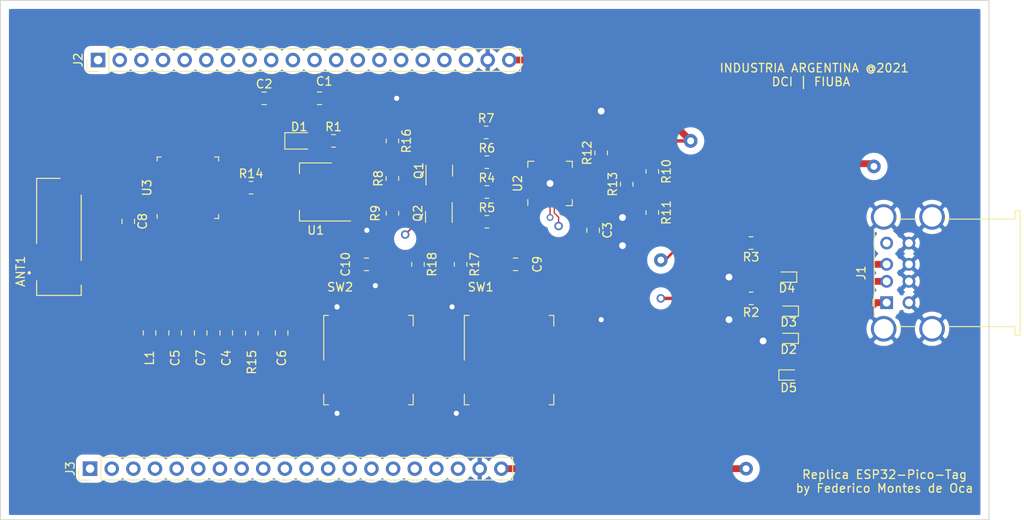
<source format=kicad_pcb>
(kicad_pcb (version 20171130) (host pcbnew "(5.1.10-1-10_14)")

  (general
    (thickness 1.6)
    (drawings 12)
    (tracks 136)
    (zones 0)
    (modules 45)
    (nets 85)
  )

  (page A4)
  (title_block
    (title "PCB Replica ESP32-PICO-TAG")
    (date 2021-08-29)
    (rev v1.0)
    (company "AKRIBIS ")
  )

  (layers
    (0 F.Cu signal)
    (1 In1.Cu signal)
    (2 In2.Cu signal)
    (31 B.Cu signal hide)
    (33 F.Adhes user)
    (35 F.Paste user)
    (37 F.SilkS user)
    (39 F.Mask user)
    (40 Dwgs.User user hide)
    (41 Cmts.User user)
    (42 Eco1.User user)
    (43 Eco2.User user)
    (44 Edge.Cuts user)
    (45 Margin user)
    (46 B.CrtYd user)
    (47 F.CrtYd user)
    (49 F.Fab user hide)
  )

  (setup
    (last_trace_width 0.2)
    (user_trace_width 0.2)
    (user_trace_width 0.3)
    (user_trace_width 0.4)
    (user_trace_width 0.8)
    (user_trace_width 1)
    (user_trace_width 1.2)
    (trace_clearance 0.8)
    (zone_clearance 0.508)
    (zone_45_only yes)
    (trace_min 0.2)
    (via_size 1.6)
    (via_drill 0.8)
    (via_min_size 0.4)
    (via_min_drill 0.3)
    (user_via 1 0.6)
    (user_via 1.6 0.8)
    (user_via 2 1)
    (uvia_size 0.3)
    (uvia_drill 0.1)
    (uvias_allowed no)
    (uvia_min_size 0.2)
    (uvia_min_drill 0.1)
    (edge_width 0.05)
    (segment_width 0.2)
    (pcb_text_width 0.3)
    (pcb_text_size 1.5 1.5)
    (mod_edge_width 0.12)
    (mod_text_size 1 1)
    (mod_text_width 0.15)
    (pad_size 1.524 1.524)
    (pad_drill 0.762)
    (pad_to_mask_clearance 0)
    (aux_axis_origin 0 0)
    (visible_elements FFFFFF7F)
    (pcbplotparams
      (layerselection 0x010fc_ffffffff)
      (usegerberextensions false)
      (usegerberattributes true)
      (usegerberadvancedattributes true)
      (creategerberjobfile true)
      (excludeedgelayer true)
      (linewidth 0.100000)
      (plotframeref false)
      (viasonmask false)
      (mode 1)
      (useauxorigin false)
      (hpglpennumber 1)
      (hpglpenspeed 20)
      (hpglpendiameter 15.000000)
      (psnegative false)
      (psa4output false)
      (plotreference true)
      (plotvalue true)
      (plotinvisibletext false)
      (padsonsilk false)
      (subtractmaskfromsilk false)
      (outputformat 1)
      (mirror false)
      (drillshape 1)
      (scaleselection 1)
      (outputdirectory ""))
  )

  (net 0 "")
  (net 1 "Net-(ANT1-Pad3)")
  (net 2 "Net-(ANT1-Pad4)")
  (net 3 "Net-(ANT1-Pad2)")
  (net 4 GND)
  (net 5 +5V)
  (net 6 +3.3VDAC)
  (net 7 "Net-(C4-Pad1)")
  (net 8 +3V3)
  (net 9 "Net-(C7-Pad1)")
  (net 10 "Net-(C9-Pad1)")
  (net 11 "Net-(C10-Pad1)")
  (net 12 "Net-(D1-Pad2)")
  (net 13 "Net-(D2-Pad1)")
  (net 14 "Net-(D3-Pad1)")
  (net 15 "Net-(D4-Pad1)")
  (net 16 "Net-(J1-Pad4)")
  (net 17 FLASH_SD1)
  (net 18 FLASH_SD3)
  (net 19 FLASH_CLK)
  (net 20 IO21)
  (net 21 IO22)
  (net 22 IO19)
  (net 23 IO23)
  (net 24 IO18)
  (net 25 IO5)
  (net 26 IO10)
  (net 27 IO9)
  (net 28 RXD0)
  (net 29 TXD0)
  (net 30 IO35)
  (net 31 IO34)
  (net 32 IO38)
  (net 33 IO37)
  (net 34 EN)
  (net 35 IO0)
  (net 36 IO4)
  (net 37 IO2)
  (net 38 IO15)
  (net 39 IO13)
  (net 40 IO12)
  (net 41 IO14)
  (net 42 IO27)
  (net 43 IO33)
  (net 44 IO32)
  (net 45 IO26)
  (net 46 IO25)
  (net 47 SENSOR_VN)
  (net 48 SENSOR_VP)
  (net 49 FLASH_SD2)
  (net 50 FLASH_SD0)
  (net 51 FLASH_CS)
  (net 52 "Net-(Q1-Pad1)")
  (net 53 RTS)
  (net 54 DTR)
  (net 55 "Net-(Q2-Pad1)")
  (net 56 USB_DN)
  (net 57 USB_DP)
  (net 58 "Net-(R10-Pad2)")
  (net 59 "Net-(R12-Pad1)")
  (net 60 "Net-(R13-Pad1)")
  (net 61 "Net-(U2-Pad1)")
  (net 62 "Net-(U2-Pad2)")
  (net 63 "Net-(U2-Pad10)")
  (net 64 "Net-(U2-Pad12)")
  (net 65 "Net-(U2-Pad13)")
  (net 66 "Net-(U2-Pad14)")
  (net 67 "Net-(U2-Pad15)")
  (net 68 "Net-(U2-Pad16)")
  (net 69 "Net-(U2-Pad17)")
  (net 70 "Net-(U2-Pad18)")
  (net 71 "Net-(U2-Pad19)")
  (net 72 "Net-(U2-Pad20)")
  (net 73 "Net-(U2-Pad21)")
  (net 74 "Net-(U2-Pad22)")
  (net 75 "Net-(U2-Pad27)")
  (net 76 "Net-(U3-Pad26)")
  (net 77 "Net-(U3-Pad44)")
  (net 78 "Net-(U3-Pad45)")
  (net 79 "Net-(U3-Pad47)")
  (net 80 "Net-(U3-Pad48)")
  (net 81 "Net-(Q2-Pad2)")
  (net 82 "Net-(R4-Pad2)")
  (net 83 "Net-(R5-Pad2)")
  (net 84 "Net-(R7-Pad2)")

  (net_class Default "This is the default net class."
    (clearance 0.8)
    (trace_width 0.8)
    (via_dia 1.6)
    (via_drill 0.8)
    (uvia_dia 0.3)
    (uvia_drill 0.1)
    (add_net +3.3VDAC)
    (add_net +3V3)
    (add_net +5V)
    (add_net DTR)
    (add_net EN)
    (add_net FLASH_CLK)
    (add_net FLASH_CS)
    (add_net FLASH_SD0)
    (add_net FLASH_SD1)
    (add_net FLASH_SD2)
    (add_net FLASH_SD3)
    (add_net GND)
    (add_net IO0)
    (add_net IO10)
    (add_net IO12)
    (add_net IO13)
    (add_net IO14)
    (add_net IO15)
    (add_net IO18)
    (add_net IO19)
    (add_net IO2)
    (add_net IO21)
    (add_net IO22)
    (add_net IO23)
    (add_net IO25)
    (add_net IO26)
    (add_net IO27)
    (add_net IO32)
    (add_net IO33)
    (add_net IO34)
    (add_net IO35)
    (add_net IO37)
    (add_net IO38)
    (add_net IO4)
    (add_net IO5)
    (add_net IO9)
    (add_net "Net-(ANT1-Pad2)")
    (add_net "Net-(ANT1-Pad3)")
    (add_net "Net-(ANT1-Pad4)")
    (add_net "Net-(C10-Pad1)")
    (add_net "Net-(C4-Pad1)")
    (add_net "Net-(C7-Pad1)")
    (add_net "Net-(C9-Pad1)")
    (add_net "Net-(D1-Pad2)")
    (add_net "Net-(D2-Pad1)")
    (add_net "Net-(D3-Pad1)")
    (add_net "Net-(D4-Pad1)")
    (add_net "Net-(J1-Pad4)")
    (add_net "Net-(Q1-Pad1)")
    (add_net "Net-(Q2-Pad1)")
    (add_net "Net-(Q2-Pad2)")
    (add_net "Net-(R10-Pad2)")
    (add_net "Net-(R12-Pad1)")
    (add_net "Net-(R13-Pad1)")
    (add_net "Net-(R4-Pad2)")
    (add_net "Net-(R5-Pad2)")
    (add_net "Net-(R7-Pad2)")
    (add_net RXD0)
    (add_net SENSOR_VN)
    (add_net SENSOR_VP)
    (add_net TXD0)
  )

  (net_class Small ""
    (clearance 0.15)
    (trace_width 0.2)
    (via_dia 1)
    (via_drill 0.6)
    (uvia_dia 0.3)
    (uvia_drill 0.1)
    (add_net "Net-(U2-Pad1)")
    (add_net "Net-(U2-Pad10)")
    (add_net "Net-(U2-Pad12)")
    (add_net "Net-(U2-Pad13)")
    (add_net "Net-(U2-Pad14)")
    (add_net "Net-(U2-Pad15)")
    (add_net "Net-(U2-Pad16)")
    (add_net "Net-(U2-Pad17)")
    (add_net "Net-(U2-Pad18)")
    (add_net "Net-(U2-Pad19)")
    (add_net "Net-(U2-Pad2)")
    (add_net "Net-(U2-Pad20)")
    (add_net "Net-(U2-Pad21)")
    (add_net "Net-(U2-Pad22)")
    (add_net "Net-(U2-Pad27)")
    (add_net "Net-(U3-Pad26)")
    (add_net "Net-(U3-Pad44)")
    (add_net "Net-(U3-Pad45)")
    (add_net "Net-(U3-Pad47)")
    (add_net "Net-(U3-Pad48)")
    (add_net RTS)
    (add_net USB_DN)
    (add_net USB_DP)
  )

  (module Diode_SMD:D_SOD-523 (layer F.Cu) (tedit 586419F0) (tstamp 612D7637)
    (at 145.3 78.5 180)
    (descr "http://www.diodes.com/datasheets/ap02001.pdf p.144")
    (tags "Diode SOD523")
    (path /612B27F4)
    (attr smd)
    (fp_text reference D4 (at 0 -1.3) (layer F.SilkS)
      (effects (font (size 1 1) (thickness 0.15)))
    )
    (fp_text value LESD5D5.OCT1G (at 0 1.4) (layer F.Fab) hide
      (effects (font (size 1 1) (thickness 0.15)))
    )
    (fp_line (start 0.7 0.6) (end -1.15 0.6) (layer F.SilkS) (width 0.12))
    (fp_line (start 0.7 -0.6) (end -1.15 -0.6) (layer F.SilkS) (width 0.12))
    (fp_line (start 0.65 0.45) (end -0.65 0.45) (layer F.Fab) (width 0.1))
    (fp_line (start -0.65 0.45) (end -0.65 -0.45) (layer F.Fab) (width 0.1))
    (fp_line (start -0.65 -0.45) (end 0.65 -0.45) (layer F.Fab) (width 0.1))
    (fp_line (start 0.65 -0.45) (end 0.65 0.45) (layer F.Fab) (width 0.1))
    (fp_line (start -0.2 0.2) (end -0.2 -0.2) (layer F.Fab) (width 0.1))
    (fp_line (start -0.2 0) (end -0.35 0) (layer F.Fab) (width 0.1))
    (fp_line (start -0.2 0) (end 0.1 0.2) (layer F.Fab) (width 0.1))
    (fp_line (start 0.1 0.2) (end 0.1 -0.2) (layer F.Fab) (width 0.1))
    (fp_line (start 0.1 -0.2) (end -0.2 0) (layer F.Fab) (width 0.1))
    (fp_line (start 0.1 0) (end 0.25 0) (layer F.Fab) (width 0.1))
    (fp_line (start 1.25 0.7) (end -1.25 0.7) (layer F.CrtYd) (width 0.05))
    (fp_line (start -1.25 0.7) (end -1.25 -0.7) (layer F.CrtYd) (width 0.05))
    (fp_line (start -1.25 -0.7) (end 1.25 -0.7) (layer F.CrtYd) (width 0.05))
    (fp_line (start 1.25 -0.7) (end 1.25 0.7) (layer F.CrtYd) (width 0.05))
    (fp_line (start -1.15 -0.6) (end -1.15 0.6) (layer F.SilkS) (width 0.12))
    (fp_text user %R (at 0 -1.3) (layer F.Fab)
      (effects (font (size 1 1) (thickness 0.15)))
    )
    (pad 2 smd rect (at 0.7 0) (size 0.6 0.7) (layers F.Cu F.Paste F.Mask)
      (net 4 GND))
    (pad 1 smd rect (at -0.7 0) (size 0.6 0.7) (layers F.Cu F.Paste F.Mask)
      (net 15 "Net-(D4-Pad1)"))
    (model ${KISYS3DMOD}/Diode_SMD.3dshapes/D_0805_2012Metric.step
      (at (xyz 0 0 0))
      (scale (xyz 1 1 1))
      (rotate (xyz 0 0 0))
    )
  )

  (module PRO-OB-440:ANT_PRO-OB-440 (layer F.Cu) (tedit 612BDB3B) (tstamp 612D7532)
    (at 58 78 90)
    (path /61336D2B)
    (fp_text reference ANT1 (at 0.175 -2.635 90) (layer F.SilkS)
      (effects (font (size 1 1) (thickness 0.15)))
    )
    (fp_text value Proant440 (at 5.89 6.365 90) (layer F.Fab)
      (effects (font (size 1 1) (thickness 0.15)))
    )
    (fp_line (start -2.65 -0.75) (end -0.92 -0.75) (layer F.SilkS) (width 0.127))
    (fp_line (start -2.65 4.48) (end -1.445 4.48) (layer F.SilkS) (width 0.127))
    (fp_poly (pts (xy -1.125 2.43) (xy 1.125 2.43) (xy 1.125 5.03) (xy -1.125 5.03)) (layer Dwgs.User) (width 0.01))
    (fp_poly (pts (xy -1.125 2.43) (xy 1.125 2.43) (xy 1.125 5.03) (xy -1.125 5.03)) (layer Dwgs.User) (width 0.01))
    (fp_poly (pts (xy -1.125 2.43) (xy 1.125 2.43) (xy 1.125 5.03) (xy -1.125 5.03)) (layer Dwgs.User) (width 0.01))
    (fp_line (start 12.175 2.08) (end 12.175 5.35) (layer F.CrtYd) (width 0.05))
    (fp_line (start 11.35 2.08) (end 12.175 2.08) (layer F.CrtYd) (width 0.05))
    (fp_line (start 11.35 -1) (end 11.35 2.08) (layer F.CrtYd) (width 0.05))
    (fp_poly (pts (xy 9.475 2.33) (xy 11.925 2.33) (xy 11.925 5.13) (xy 9.475 5.13)) (layer Dwgs.User) (width 0.01))
    (fp_poly (pts (xy 9.475 2.33) (xy 11.925 2.33) (xy 11.925 5.13) (xy 9.475 5.13)) (layer Dwgs.User) (width 0.01))
    (fp_poly (pts (xy 9.475 2.33) (xy 11.925 2.33) (xy 11.925 5.13) (xy 9.475 5.13)) (layer Dwgs.User) (width 0.01))
    (fp_poly (pts (xy 1.3 -1.05) (xy 3.1 -1.05) (xy 3.1 1.05) (xy 1.3 1.05)) (layer Dwgs.User) (width 0.01))
    (fp_poly (pts (xy 1.3 -1.05) (xy 3.1 -1.05) (xy 3.1 1.05) (xy 1.3 1.05)) (layer Dwgs.User) (width 0.01))
    (fp_poly (pts (xy 1.3 -1.05) (xy 3.1 -1.05) (xy 3.1 1.05) (xy 1.3 1.05)) (layer Dwgs.User) (width 0.01))
    (fp_line (start -2.65 -0.75) (end -2.65 4.48) (layer F.Fab) (width 0.127))
    (fp_line (start -2.9 4.73) (end -1.375 4.73) (layer F.CrtYd) (width 0.05))
    (fp_line (start -2.9 -1) (end -2.9 4.73) (layer F.CrtYd) (width 0.05))
    (fp_line (start 9.225 5.35) (end 12.175 5.35) (layer F.CrtYd) (width 0.05))
    (fp_line (start 9.225 4.73) (end 9.225 5.35) (layer F.CrtYd) (width 0.05))
    (fp_line (start 3.35 -1.3) (end 3.35 -1) (layer F.CrtYd) (width 0.05))
    (fp_line (start 1.05 -1.3) (end 3.35 -1.3) (layer F.CrtYd) (width 0.05))
    (fp_line (start 1.05 -1) (end 1.05 -1.3) (layer F.CrtYd) (width 0.05))
    (fp_line (start 1.375 5.28) (end 1.375 4.73) (layer F.CrtYd) (width 0.05))
    (fp_line (start -1.375 5.28) (end 1.375 5.28) (layer F.CrtYd) (width 0.05))
    (fp_line (start -1.375 4.73) (end -1.375 5.28) (layer F.CrtYd) (width 0.05))
    (fp_circle (center 0 -1.62) (end 0.1 -1.62) (layer F.Fab) (width 0.2))
    (fp_circle (center 0 -1.62) (end 0.1 -1.62) (layer F.SilkS) (width 0.2))
    (fp_line (start 11.1 -0.75) (end 11.1 2.01) (layer F.SilkS) (width 0.127))
    (fp_line (start 3.45 -0.75) (end 11.1 -0.75) (layer F.SilkS) (width 0.127))
    (fp_line (start 1.445 4.48) (end 9.155 4.48) (layer F.SilkS) (width 0.127))
    (fp_line (start 9.225 4.73) (end 1.375 4.73) (layer F.CrtYd) (width 0.05))
    (fp_line (start 3.35 -1) (end 11.35 -1) (layer F.CrtYd) (width 0.05))
    (fp_line (start -2.9 -1) (end 1.05 -1) (layer F.CrtYd) (width 0.05))
    (fp_line (start -2.65 -0.75) (end -2.65 4.48) (layer F.SilkS) (width 0.127))
    (fp_line (start 11.1 -0.75) (end -2.65 -0.75) (layer F.Fab) (width 0.127))
    (fp_line (start 11.1 4.48) (end 11.1 -0.75) (layer F.Fab) (width 0.127))
    (fp_line (start -2.65 4.48) (end 11.1 4.48) (layer F.Fab) (width 0.127))
    (pad 3 smd rect (at 0 3.73 90) (size 1.2 1.5) (layers F.Cu F.Paste F.Mask)
      (net 1 "Net-(ANT1-Pad3)"))
    (pad 4 smd rect (at 10.7 3.73 90) (size 1.2 1.5) (layers F.Cu F.Paste F.Mask)
      (net 2 "Net-(ANT1-Pad4)"))
    (pad 2 smd rect (at 2.2 0 90) (size 1.2 1.5) (layers F.Cu F.Paste F.Mask)
      (net 3 "Net-(ANT1-Pad2)"))
    (pad 1 smd rect (at 0 0 90) (size 1.2 1.5) (layers F.Cu F.Paste F.Mask)
      (net 4 GND))
    (model /Users/federicomontesdeoca/Downloads/PRO-OB-440/PRO-OB-440.step
      (offset (xyz 4 -2 3))
      (scale (xyz 1 0.9 1))
      (rotate (xyz -90 0 180))
    )
  )

  (module Diode_SMD:D_SOD-523 (layer F.Cu) (tedit 586419F0) (tstamp 612D7607)
    (at 145.5 85.7 180)
    (descr "http://www.diodes.com/datasheets/ap02001.pdf p.144")
    (tags "Diode SOD523")
    (path /612B0B14)
    (attr smd)
    (fp_text reference D2 (at 0 -1.3) (layer F.SilkS)
      (effects (font (size 1 1) (thickness 0.15)))
    )
    (fp_text value LESD5D5.OCT1G (at 0 1.4) (layer F.Fab) hide
      (effects (font (size 1 1) (thickness 0.15)))
    )
    (fp_line (start 0.7 0.6) (end -1.15 0.6) (layer F.SilkS) (width 0.12))
    (fp_line (start 0.7 -0.6) (end -1.15 -0.6) (layer F.SilkS) (width 0.12))
    (fp_line (start 0.65 0.45) (end -0.65 0.45) (layer F.Fab) (width 0.1))
    (fp_line (start -0.65 0.45) (end -0.65 -0.45) (layer F.Fab) (width 0.1))
    (fp_line (start -0.65 -0.45) (end 0.65 -0.45) (layer F.Fab) (width 0.1))
    (fp_line (start 0.65 -0.45) (end 0.65 0.45) (layer F.Fab) (width 0.1))
    (fp_line (start -0.2 0.2) (end -0.2 -0.2) (layer F.Fab) (width 0.1))
    (fp_line (start -0.2 0) (end -0.35 0) (layer F.Fab) (width 0.1))
    (fp_line (start -0.2 0) (end 0.1 0.2) (layer F.Fab) (width 0.1))
    (fp_line (start 0.1 0.2) (end 0.1 -0.2) (layer F.Fab) (width 0.1))
    (fp_line (start 0.1 -0.2) (end -0.2 0) (layer F.Fab) (width 0.1))
    (fp_line (start 0.1 0) (end 0.25 0) (layer F.Fab) (width 0.1))
    (fp_line (start 1.25 0.7) (end -1.25 0.7) (layer F.CrtYd) (width 0.05))
    (fp_line (start -1.25 0.7) (end -1.25 -0.7) (layer F.CrtYd) (width 0.05))
    (fp_line (start -1.25 -0.7) (end 1.25 -0.7) (layer F.CrtYd) (width 0.05))
    (fp_line (start 1.25 -0.7) (end 1.25 0.7) (layer F.CrtYd) (width 0.05))
    (fp_line (start -1.15 -0.6) (end -1.15 0.6) (layer F.SilkS) (width 0.12))
    (fp_text user %R (at 0 -1.3) (layer F.Fab)
      (effects (font (size 1 1) (thickness 0.15)))
    )
    (pad 2 smd rect (at 0.7 0) (size 0.6 0.7) (layers F.Cu F.Paste F.Mask)
      (net 4 GND))
    (pad 1 smd rect (at -0.7 0) (size 0.6 0.7) (layers F.Cu F.Paste F.Mask)
      (net 13 "Net-(D2-Pad1)"))
    (model ${KISYS3DMOD}/Diode_SMD.3dshapes/D_0805_2012Metric.step
      (at (xyz 0 0 0))
      (scale (xyz 1 1 1))
      (rotate (xyz 0 0 0))
    )
  )

  (module Diode_SMD:D_SOD-523 (layer F.Cu) (tedit 586419F0) (tstamp 612D761F)
    (at 145.5 82.5 180)
    (descr "http://www.diodes.com/datasheets/ap02001.pdf p.144")
    (tags "Diode SOD523")
    (path /612B25E4)
    (attr smd)
    (fp_text reference D3 (at 0 -1.3) (layer F.SilkS)
      (effects (font (size 1 1) (thickness 0.15)))
    )
    (fp_text value LESD5D5.OCT1G (at 0 1.4) (layer F.Fab) hide
      (effects (font (size 1 1) (thickness 0.15)))
    )
    (fp_line (start -1.15 -0.6) (end -1.15 0.6) (layer F.SilkS) (width 0.12))
    (fp_line (start 1.25 -0.7) (end 1.25 0.7) (layer F.CrtYd) (width 0.05))
    (fp_line (start -1.25 -0.7) (end 1.25 -0.7) (layer F.CrtYd) (width 0.05))
    (fp_line (start -1.25 0.7) (end -1.25 -0.7) (layer F.CrtYd) (width 0.05))
    (fp_line (start 1.25 0.7) (end -1.25 0.7) (layer F.CrtYd) (width 0.05))
    (fp_line (start 0.1 0) (end 0.25 0) (layer F.Fab) (width 0.1))
    (fp_line (start 0.1 -0.2) (end -0.2 0) (layer F.Fab) (width 0.1))
    (fp_line (start 0.1 0.2) (end 0.1 -0.2) (layer F.Fab) (width 0.1))
    (fp_line (start -0.2 0) (end 0.1 0.2) (layer F.Fab) (width 0.1))
    (fp_line (start -0.2 0) (end -0.35 0) (layer F.Fab) (width 0.1))
    (fp_line (start -0.2 0.2) (end -0.2 -0.2) (layer F.Fab) (width 0.1))
    (fp_line (start 0.65 -0.45) (end 0.65 0.45) (layer F.Fab) (width 0.1))
    (fp_line (start -0.65 -0.45) (end 0.65 -0.45) (layer F.Fab) (width 0.1))
    (fp_line (start -0.65 0.45) (end -0.65 -0.45) (layer F.Fab) (width 0.1))
    (fp_line (start 0.65 0.45) (end -0.65 0.45) (layer F.Fab) (width 0.1))
    (fp_line (start 0.7 -0.6) (end -1.15 -0.6) (layer F.SilkS) (width 0.12))
    (fp_line (start 0.7 0.6) (end -1.15 0.6) (layer F.SilkS) (width 0.12))
    (fp_text user %R (at 0 -1.3) (layer F.Fab)
      (effects (font (size 1 1) (thickness 0.15)))
    )
    (pad 1 smd rect (at -0.7 0) (size 0.6 0.7) (layers F.Cu F.Paste F.Mask)
      (net 14 "Net-(D3-Pad1)"))
    (pad 2 smd rect (at 0.7 0) (size 0.6 0.7) (layers F.Cu F.Paste F.Mask)
      (net 4 GND))
    (model ${KISYS3DMOD}/Diode_SMD.3dshapes/D_0805_2012Metric.step
      (at (xyz 0 0 0))
      (scale (xyz 1 1 1))
      (rotate (xyz 0 0 0))
    )
  )

  (module Diode_SMD:D_SOD-523 (layer F.Cu) (tedit 586419F0) (tstamp 6134DE40)
    (at 145.5 90)
    (descr "http://www.diodes.com/datasheets/ap02001.pdf p.144")
    (tags "Diode SOD523")
    (path /612ACAAC)
    (clearance 0.2)
    (attr smd)
    (fp_text reference D5 (at 0 1.5) (layer F.SilkS)
      (effects (font (size 1 1) (thickness 0.15)))
    )
    (fp_text value BAT760-7 (at 0 1.4) (layer F.Fab)
      (effects (font (size 1 1) (thickness 0.15)))
    )
    (fp_line (start -1.15 -0.6) (end -1.15 0.6) (layer F.SilkS) (width 0.12))
    (fp_line (start 1.25 -0.7) (end 1.25 0.7) (layer F.CrtYd) (width 0.05))
    (fp_line (start -1.25 -0.7) (end 1.25 -0.7) (layer F.CrtYd) (width 0.05))
    (fp_line (start -1.25 0.7) (end -1.25 -0.7) (layer F.CrtYd) (width 0.05))
    (fp_line (start 1.25 0.7) (end -1.25 0.7) (layer F.CrtYd) (width 0.05))
    (fp_line (start 0.1 0) (end 0.25 0) (layer F.Fab) (width 0.1))
    (fp_line (start 0.1 -0.2) (end -0.2 0) (layer F.Fab) (width 0.1))
    (fp_line (start 0.1 0.2) (end 0.1 -0.2) (layer F.Fab) (width 0.1))
    (fp_line (start -0.2 0) (end 0.1 0.2) (layer F.Fab) (width 0.1))
    (fp_line (start -0.2 0) (end -0.35 0) (layer F.Fab) (width 0.1))
    (fp_line (start -0.2 0.2) (end -0.2 -0.2) (layer F.Fab) (width 0.1))
    (fp_line (start 0.65 -0.45) (end 0.65 0.45) (layer F.Fab) (width 0.1))
    (fp_line (start -0.65 -0.45) (end 0.65 -0.45) (layer F.Fab) (width 0.1))
    (fp_line (start -0.65 0.45) (end -0.65 -0.45) (layer F.Fab) (width 0.1))
    (fp_line (start 0.65 0.45) (end -0.65 0.45) (layer F.Fab) (width 0.1))
    (fp_line (start 0.7 -0.6) (end -1.15 -0.6) (layer F.SilkS) (width 0.12))
    (fp_line (start 0.7 0.6) (end -1.15 0.6) (layer F.SilkS) (width 0.12))
    (fp_text user %R (at 0 -1.3) (layer F.Fab)
      (effects (font (size 1 1) (thickness 0.15)))
    )
    (pad 1 smd rect (at -0.7 0 180) (size 0.6 0.7) (layers F.Cu F.Paste F.Mask)
      (net 5 +5V))
    (pad 2 smd rect (at 0.7 0 180) (size 0.6 0.7) (layers F.Cu F.Paste F.Mask)
      (net 13 "Net-(D2-Pad1)"))
    (model ${KISYS3DMOD}/Diode_SMD.3dshapes/D_0805_2012Metric.step
      (at (xyz 0 0 0))
      (scale (xyz 1 1 1))
      (rotate (xyz 0 0 0))
    )
  )

  (module Connector_PinHeader_2.54mm:PinHeader_1x20_P2.54mm_Vertical (layer F.Cu) (tedit 59FED5CC) (tstamp 612D76A0)
    (at 64.46 53 90)
    (descr "Through hole straight pin header, 1x20, 2.54mm pitch, single row")
    (tags "Through hole pin header THT 1x20 2.54mm single row")
    (path /614B3DA8)
    (fp_text reference J2 (at 0 -2.33 90) (layer F.SilkS)
      (effects (font (size 1 1) (thickness 0.15)))
    )
    (fp_text value Conn_01x20_MountingPin (at 0 50.59 90) (layer F.Fab)
      (effects (font (size 1 1) (thickness 0.15)))
    )
    (fp_line (start -0.635 -1.27) (end 1.27 -1.27) (layer F.Fab) (width 0.1))
    (fp_line (start 1.27 -1.27) (end 1.27 49.53) (layer F.Fab) (width 0.1))
    (fp_line (start 1.27 49.53) (end -1.27 49.53) (layer F.Fab) (width 0.1))
    (fp_line (start -1.27 49.53) (end -1.27 -0.635) (layer F.Fab) (width 0.1))
    (fp_line (start -1.27 -0.635) (end -0.635 -1.27) (layer F.Fab) (width 0.1))
    (fp_line (start -1.33 49.59) (end 1.33 49.59) (layer F.SilkS) (width 0.12))
    (fp_line (start -1.33 1.27) (end -1.33 49.59) (layer F.SilkS) (width 0.12))
    (fp_line (start 1.33 1.27) (end 1.33 49.59) (layer F.SilkS) (width 0.12))
    (fp_line (start -1.33 1.27) (end 1.33 1.27) (layer F.SilkS) (width 0.12))
    (fp_line (start -1.33 0) (end -1.33 -1.33) (layer F.SilkS) (width 0.12))
    (fp_line (start -1.33 -1.33) (end 0 -1.33) (layer F.SilkS) (width 0.12))
    (fp_line (start -1.8 -1.8) (end -1.8 50.05) (layer F.CrtYd) (width 0.05))
    (fp_line (start -1.8 50.05) (end 1.8 50.05) (layer F.CrtYd) (width 0.05))
    (fp_line (start 1.8 50.05) (end 1.8 -1.8) (layer F.CrtYd) (width 0.05))
    (fp_line (start 1.8 -1.8) (end -1.8 -1.8) (layer F.CrtYd) (width 0.05))
    (fp_text user %R (at 0 24.13) (layer F.Fab)
      (effects (font (size 1 1) (thickness 0.15)))
    )
    (pad 20 thru_hole oval (at 0 48.26 90) (size 1.7 1.7) (drill 1) (layers *.Cu *.Mask)
      (net 6 +3.3VDAC))
    (pad 19 thru_hole oval (at 0 45.72 90) (size 1.7 1.7) (drill 1) (layers *.Cu *.Mask)
      (net 4 GND))
    (pad 18 thru_hole oval (at 0 43.18 90) (size 1.7 1.7) (drill 1) (layers *.Cu *.Mask)
      (net 34 EN))
    (pad 17 thru_hole oval (at 0 40.64 90) (size 1.7 1.7) (drill 1) (layers *.Cu *.Mask)
      (net 33 IO37))
    (pad 16 thru_hole oval (at 0 38.1 90) (size 1.7 1.7) (drill 1) (layers *.Cu *.Mask)
      (net 32 IO38))
    (pad 15 thru_hole oval (at 0 35.56 90) (size 1.7 1.7) (drill 1) (layers *.Cu *.Mask)
      (net 31 IO34))
    (pad 14 thru_hole oval (at 0 33.02 90) (size 1.7 1.7) (drill 1) (layers *.Cu *.Mask)
      (net 30 IO35))
    (pad 13 thru_hole oval (at 0 30.48 90) (size 1.7 1.7) (drill 1) (layers *.Cu *.Mask)
      (net 29 TXD0))
    (pad 12 thru_hole oval (at 0 27.94 90) (size 1.7 1.7) (drill 1) (layers *.Cu *.Mask)
      (net 28 RXD0))
    (pad 11 thru_hole oval (at 0 25.4 90) (size 1.7 1.7) (drill 1) (layers *.Cu *.Mask)
      (net 27 IO9))
    (pad 10 thru_hole oval (at 0 22.86 90) (size 1.7 1.7) (drill 1) (layers *.Cu *.Mask)
      (net 26 IO10))
    (pad 9 thru_hole oval (at 0 20.32 90) (size 1.7 1.7) (drill 1) (layers *.Cu *.Mask)
      (net 25 IO5))
    (pad 8 thru_hole oval (at 0 17.78 90) (size 1.7 1.7) (drill 1) (layers *.Cu *.Mask)
      (net 24 IO18))
    (pad 7 thru_hole oval (at 0 15.24 90) (size 1.7 1.7) (drill 1) (layers *.Cu *.Mask)
      (net 23 IO23))
    (pad 6 thru_hole oval (at 0 12.7 90) (size 1.7 1.7) (drill 1) (layers *.Cu *.Mask)
      (net 22 IO19))
    (pad 5 thru_hole oval (at 0 10.16 90) (size 1.7 1.7) (drill 1) (layers *.Cu *.Mask)
      (net 21 IO22))
    (pad 4 thru_hole oval (at 0 7.62 90) (size 1.7 1.7) (drill 1) (layers *.Cu *.Mask)
      (net 20 IO21))
    (pad 3 thru_hole oval (at 0 5.08 90) (size 1.7 1.7) (drill 1) (layers *.Cu *.Mask)
      (net 19 FLASH_CLK))
    (pad 2 thru_hole oval (at 0 2.54 90) (size 1.7 1.7) (drill 1) (layers *.Cu *.Mask)
      (net 18 FLASH_SD3))
    (pad 1 thru_hole rect (at 0 0 90) (size 1.7 1.7) (drill 1) (layers *.Cu *.Mask)
      (net 17 FLASH_SD1))
    (model ${KISYS3DMOD}/Connector_PinHeader_2.54mm.3dshapes/PinHeader_1x20_P2.54mm_Vertical.step
      (at (xyz 0 0 0))
      (scale (xyz 1 1 1))
      (rotate (xyz 0 0 0))
    )
  )

  (module Connector_PinHeader_2.54mm:PinHeader_1x20_P2.54mm_Vertical (layer F.Cu) (tedit 59FED5CC) (tstamp 612D76C8)
    (at 63.52 101 90)
    (descr "Through hole straight pin header, 1x20, 2.54mm pitch, single row")
    (tags "Through hole pin header THT 1x20 2.54mm single row")
    (path /614C0E74)
    (clearance 0.2)
    (fp_text reference J3 (at 0 -2.33 90) (layer F.SilkS)
      (effects (font (size 1 1) (thickness 0.15)))
    )
    (fp_text value Conn_01x20_MountingPin (at 0 50.59 90) (layer F.Fab)
      (effects (font (size 1 1) (thickness 0.15)))
    )
    (fp_line (start -0.635 -1.27) (end 1.27 -1.27) (layer F.Fab) (width 0.1))
    (fp_line (start 1.27 -1.27) (end 1.27 49.53) (layer F.Fab) (width 0.1))
    (fp_line (start 1.27 49.53) (end -1.27 49.53) (layer F.Fab) (width 0.1))
    (fp_line (start -1.27 49.53) (end -1.27 -0.635) (layer F.Fab) (width 0.1))
    (fp_line (start -1.27 -0.635) (end -0.635 -1.27) (layer F.Fab) (width 0.1))
    (fp_line (start -1.33 49.59) (end 1.33 49.59) (layer F.SilkS) (width 0.12))
    (fp_line (start -1.33 1.27) (end -1.33 49.59) (layer F.SilkS) (width 0.12))
    (fp_line (start 1.33 1.27) (end 1.33 49.59) (layer F.SilkS) (width 0.12))
    (fp_line (start -1.33 1.27) (end 1.33 1.27) (layer F.SilkS) (width 0.12))
    (fp_line (start -1.33 0) (end -1.33 -1.33) (layer F.SilkS) (width 0.12))
    (fp_line (start -1.33 -1.33) (end 0 -1.33) (layer F.SilkS) (width 0.12))
    (fp_line (start -1.8 -1.8) (end -1.8 50.05) (layer F.CrtYd) (width 0.05))
    (fp_line (start -1.8 50.05) (end 1.8 50.05) (layer F.CrtYd) (width 0.05))
    (fp_line (start 1.8 50.05) (end 1.8 -1.8) (layer F.CrtYd) (width 0.05))
    (fp_line (start 1.8 -1.8) (end -1.8 -1.8) (layer F.CrtYd) (width 0.05))
    (fp_text user %R (at 0 24.13) (layer F.Fab)
      (effects (font (size 1 1) (thickness 0.15)))
    )
    (pad 20 thru_hole oval (at 0 48.26 90) (size 1.7 1.7) (drill 1) (layers *.Cu *.Mask)
      (net 5 +5V))
    (pad 19 thru_hole oval (at 0 45.72 90) (size 1.7 1.7) (drill 1) (layers *.Cu *.Mask)
      (net 4 GND))
    (pad 18 thru_hole oval (at 0 43.18 90) (size 1.7 1.7) (drill 1) (layers *.Cu *.Mask)
      (net 6 +3.3VDAC))
    (pad 17 thru_hole oval (at 0 40.64 90) (size 1.7 1.7) (drill 1) (layers *.Cu *.Mask)
      (net 35 IO0))
    (pad 16 thru_hole oval (at 0 38.1 90) (size 1.7 1.7) (drill 1) (layers *.Cu *.Mask)
      (net 36 IO4))
    (pad 15 thru_hole oval (at 0 35.56 90) (size 1.7 1.7) (drill 1) (layers *.Cu *.Mask)
      (net 37 IO2))
    (pad 14 thru_hole oval (at 0 33.02 90) (size 1.7 1.7) (drill 1) (layers *.Cu *.Mask)
      (net 38 IO15))
    (pad 13 thru_hole oval (at 0 30.48 90) (size 1.7 1.7) (drill 1) (layers *.Cu *.Mask)
      (net 39 IO13))
    (pad 12 thru_hole oval (at 0 27.94 90) (size 1.7 1.7) (drill 1) (layers *.Cu *.Mask)
      (net 40 IO12))
    (pad 11 thru_hole oval (at 0 25.4 90) (size 1.7 1.7) (drill 1) (layers *.Cu *.Mask)
      (net 41 IO14))
    (pad 10 thru_hole oval (at 0 22.86 90) (size 1.7 1.7) (drill 1) (layers *.Cu *.Mask)
      (net 42 IO27))
    (pad 9 thru_hole oval (at 0 20.32 90) (size 1.7 1.7) (drill 1) (layers *.Cu *.Mask)
      (net 43 IO33))
    (pad 8 thru_hole oval (at 0 17.78 90) (size 1.7 1.7) (drill 1) (layers *.Cu *.Mask)
      (net 44 IO32))
    (pad 7 thru_hole oval (at 0 15.24 90) (size 1.7 1.7) (drill 1) (layers *.Cu *.Mask)
      (net 45 IO26))
    (pad 6 thru_hole oval (at 0 12.7 90) (size 1.7 1.7) (drill 1) (layers *.Cu *.Mask)
      (net 46 IO25))
    (pad 5 thru_hole oval (at 0 10.16 90) (size 1.7 1.7) (drill 1) (layers *.Cu *.Mask)
      (net 47 SENSOR_VN))
    (pad 4 thru_hole oval (at 0 7.62 90) (size 1.7 1.7) (drill 1) (layers *.Cu *.Mask)
      (net 48 SENSOR_VP))
    (pad 3 thru_hole oval (at 0 5.08 90) (size 1.7 1.7) (drill 1) (layers *.Cu *.Mask)
      (net 49 FLASH_SD2))
    (pad 2 thru_hole oval (at 0 2.54 90) (size 1.7 1.7) (drill 1) (layers *.Cu *.Mask)
      (net 50 FLASH_SD0))
    (pad 1 thru_hole rect (at 0 0 90) (size 1.7 1.7) (drill 1) (layers *.Cu *.Mask)
      (net 51 FLASH_CS))
    (model ${KISYS3DMOD}/Connector_PinHeader_2.54mm.3dshapes/PinHeader_1x20_P2.54mm_Vertical.step
      (at (xyz 0 0 0))
      (scale (xyz 1 1 1))
      (rotate (xyz 0 0 0))
    )
  )

  (module Package_TO_SOT_SMD:SOT-23 (layer F.Cu) (tedit 5FA16958) (tstamp 612D76EE)
    (at 104.5 66 90)
    (descr "SOT, 3 Pin (https://www.jedec.org/system/files/docs/to-236h.pdf variant AB), generated with kicad-footprint-generator ipc_gullwing_generator.py")
    (tags "SOT TO_SOT_SMD")
    (path /6131D156)
    (attr smd)
    (fp_text reference Q1 (at 0 -2.4 90) (layer F.SilkS)
      (effects (font (size 1 1) (thickness 0.15)))
    )
    (fp_text value "S8050(NPN)" (at 0 2.4 90) (layer F.Fab)
      (effects (font (size 1 1) (thickness 0.15)))
    )
    (fp_line (start 1.92 -1.7) (end -1.92 -1.7) (layer F.CrtYd) (width 0.05))
    (fp_line (start 1.92 1.7) (end 1.92 -1.7) (layer F.CrtYd) (width 0.05))
    (fp_line (start -1.92 1.7) (end 1.92 1.7) (layer F.CrtYd) (width 0.05))
    (fp_line (start -1.92 -1.7) (end -1.92 1.7) (layer F.CrtYd) (width 0.05))
    (fp_line (start -0.65 -1.125) (end -0.325 -1.45) (layer F.Fab) (width 0.1))
    (fp_line (start -0.65 1.45) (end -0.65 -1.125) (layer F.Fab) (width 0.1))
    (fp_line (start 0.65 1.45) (end -0.65 1.45) (layer F.Fab) (width 0.1))
    (fp_line (start 0.65 -1.45) (end 0.65 1.45) (layer F.Fab) (width 0.1))
    (fp_line (start -0.325 -1.45) (end 0.65 -1.45) (layer F.Fab) (width 0.1))
    (fp_line (start 0 -1.56) (end -1.675 -1.56) (layer F.SilkS) (width 0.12))
    (fp_line (start 0 -1.56) (end 0.65 -1.56) (layer F.SilkS) (width 0.12))
    (fp_line (start 0 1.56) (end -0.65 1.56) (layer F.SilkS) (width 0.12))
    (fp_line (start 0 1.56) (end 0.65 1.56) (layer F.SilkS) (width 0.12))
    (fp_text user %R (at 0 0 90) (layer F.Fab)
      (effects (font (size 0.32 0.32) (thickness 0.05)))
    )
    (pad 1 smd roundrect (at -0.9375 -0.95 90) (size 1.475 0.6) (layers F.Cu F.Paste F.Mask) (roundrect_rratio 0.25)
      (net 52 "Net-(Q1-Pad1)"))
    (pad 2 smd roundrect (at -0.9375 0.95 90) (size 1.475 0.6) (layers F.Cu F.Paste F.Mask) (roundrect_rratio 0.25)
      (net 34 EN))
    (pad 3 smd roundrect (at 0.9375 0 90) (size 1.475 0.6) (layers F.Cu F.Paste F.Mask) (roundrect_rratio 0.25)
      (net 53 RTS))
    (model ${KISYS3DMOD}/Package_TO_SOT_SMD.3dshapes/SOT-23.step
      (at (xyz 0 0 0))
      (scale (xyz 1 1 1))
      (rotate (xyz 0 0 0))
    )
  )

  (module Package_TO_SOT_SMD:SOT-23 (layer F.Cu) (tedit 5FA16958) (tstamp 612D7703)
    (at 104.45 71.4375 270)
    (descr "SOT, 3 Pin (https://www.jedec.org/system/files/docs/to-236h.pdf variant AB), generated with kicad-footprint-generator ipc_gullwing_generator.py")
    (tags "SOT TO_SOT_SMD")
    (path /613209BB)
    (attr smd)
    (fp_text reference Q2 (at -0.4375 2.45 90) (layer F.SilkS)
      (effects (font (size 1 1) (thickness 0.15)))
    )
    (fp_text value "S8050(NPN)" (at 0 2.4 90) (layer F.Fab)
      (effects (font (size 1 1) (thickness 0.15)))
    )
    (fp_line (start 0 1.56) (end 0.65 1.56) (layer F.SilkS) (width 0.12))
    (fp_line (start 0 1.56) (end -0.65 1.56) (layer F.SilkS) (width 0.12))
    (fp_line (start 0 -1.56) (end 0.65 -1.56) (layer F.SilkS) (width 0.12))
    (fp_line (start 0 -1.56) (end -1.675 -1.56) (layer F.SilkS) (width 0.12))
    (fp_line (start -0.325 -1.45) (end 0.65 -1.45) (layer F.Fab) (width 0.1))
    (fp_line (start 0.65 -1.45) (end 0.65 1.45) (layer F.Fab) (width 0.1))
    (fp_line (start 0.65 1.45) (end -0.65 1.45) (layer F.Fab) (width 0.1))
    (fp_line (start -0.65 1.45) (end -0.65 -1.125) (layer F.Fab) (width 0.1))
    (fp_line (start -0.65 -1.125) (end -0.325 -1.45) (layer F.Fab) (width 0.1))
    (fp_line (start -1.92 -1.7) (end -1.92 1.7) (layer F.CrtYd) (width 0.05))
    (fp_line (start -1.92 1.7) (end 1.92 1.7) (layer F.CrtYd) (width 0.05))
    (fp_line (start 1.92 1.7) (end 1.92 -1.7) (layer F.CrtYd) (width 0.05))
    (fp_line (start 1.92 -1.7) (end -1.92 -1.7) (layer F.CrtYd) (width 0.05))
    (fp_text user %R (at 0 0 90) (layer F.Fab)
      (effects (font (size 0.32 0.32) (thickness 0.05)))
    )
    (pad 3 smd roundrect (at 0.9375 0 270) (size 1.475 0.6) (layers F.Cu F.Paste F.Mask) (roundrect_rratio 0.25)
      (net 54 DTR))
    (pad 2 smd roundrect (at -0.9375 0.95 270) (size 1.475 0.6) (layers F.Cu F.Paste F.Mask) (roundrect_rratio 0.25)
      (net 81 "Net-(Q2-Pad2)"))
    (pad 1 smd roundrect (at -0.9375 -0.95 270) (size 1.475 0.6) (layers F.Cu F.Paste F.Mask) (roundrect_rratio 0.25)
      (net 55 "Net-(Q2-Pad1)"))
    (model ${KISYS3DMOD}/Package_TO_SOT_SMD.3dshapes/SOT-23.step
      (at (xyz 0 0 0))
      (scale (xyz 1 1 1))
      (rotate (xyz 0 0 0))
    )
  )

  (module Package_DFN_QFN:QFN-28-1EP_5x5mm_P0.5mm_EP3.35x3.35mm (layer F.Cu) (tedit 5DC5F6A4) (tstamp 612D78B2)
    (at 117.5 67.5 90)
    (descr "QFN, 28 Pin (http://ww1.microchip.com/downloads/en/PackagingSpec/00000049BQ.pdf#page=283), generated with kicad-footprint-generator ipc_noLead_generator.py")
    (tags "QFN NoLead")
    (path /612AE2BF)
    (clearance 0.1)
    (attr smd)
    (fp_text reference U2 (at 0 -3.8 90) (layer F.SilkS)
      (effects (font (size 1 1) (thickness 0.15)))
    )
    (fp_text value CP2102N (at 0 3.8 90) (layer F.Fab)
      (effects (font (size 1 1) (thickness 0.15)))
    )
    (fp_line (start 3.1 -3.1) (end -3.1 -3.1) (layer F.CrtYd) (width 0.05))
    (fp_line (start 3.1 3.1) (end 3.1 -3.1) (layer F.CrtYd) (width 0.05))
    (fp_line (start -3.1 3.1) (end 3.1 3.1) (layer F.CrtYd) (width 0.05))
    (fp_line (start -3.1 -3.1) (end -3.1 3.1) (layer F.CrtYd) (width 0.05))
    (fp_line (start -2.5 -1.5) (end -1.5 -2.5) (layer F.Fab) (width 0.1))
    (fp_line (start -2.5 2.5) (end -2.5 -1.5) (layer F.Fab) (width 0.1))
    (fp_line (start 2.5 2.5) (end -2.5 2.5) (layer F.Fab) (width 0.1))
    (fp_line (start 2.5 -2.5) (end 2.5 2.5) (layer F.Fab) (width 0.1))
    (fp_line (start -1.5 -2.5) (end 2.5 -2.5) (layer F.Fab) (width 0.1))
    (fp_line (start -1.885 -2.61) (end -2.61 -2.61) (layer F.SilkS) (width 0.12))
    (fp_line (start 2.61 2.61) (end 2.61 1.885) (layer F.SilkS) (width 0.12))
    (fp_line (start 1.885 2.61) (end 2.61 2.61) (layer F.SilkS) (width 0.12))
    (fp_line (start -2.61 2.61) (end -2.61 1.885) (layer F.SilkS) (width 0.12))
    (fp_line (start -1.885 2.61) (end -2.61 2.61) (layer F.SilkS) (width 0.12))
    (fp_line (start 2.61 -2.61) (end 2.61 -1.885) (layer F.SilkS) (width 0.12))
    (fp_line (start 1.885 -2.61) (end 2.61 -2.61) (layer F.SilkS) (width 0.12))
    (fp_text user %R (at 0 0 90) (layer F.Fab)
      (effects (font (size 1 1) (thickness 0.15)))
    )
    (pad 1 smd roundrect (at -2.45 -1.5 90) (size 0.8 0.25) (layers F.Cu F.Paste F.Mask) (roundrect_rratio 0.25)
      (net 61 "Net-(U2-Pad1)"))
    (pad 2 smd roundrect (at -2.45 -1 90) (size 0.8 0.25) (layers F.Cu F.Paste F.Mask) (roundrect_rratio 0.25)
      (net 62 "Net-(U2-Pad2)"))
    (pad 3 smd roundrect (at -2.45 -0.5 90) (size 0.8 0.25) (layers F.Cu F.Paste F.Mask) (roundrect_rratio 0.25)
      (net 4 GND))
    (pad 4 smd roundrect (at -2.45 0 90) (size 0.8 0.25) (layers F.Cu F.Paste F.Mask) (roundrect_rratio 0.25)
      (net 56 USB_DN))
    (pad 5 smd roundrect (at -2.45 0.5 90) (size 0.8 0.25) (layers F.Cu F.Paste F.Mask) (roundrect_rratio 0.25)
      (net 57 USB_DP))
    (pad 6 smd roundrect (at -2.45 1 90) (size 0.8 0.25) (layers F.Cu F.Paste F.Mask) (roundrect_rratio 0.25)
      (net 6 +3.3VDAC))
    (pad 7 smd roundrect (at -2.45 1.5 90) (size 0.8 0.25) (layers F.Cu F.Paste F.Mask) (roundrect_rratio 0.25)
      (net 6 +3.3VDAC))
    (pad 8 smd roundrect (at -1.5 2.45 90) (size 0.25 0.8) (layers F.Cu F.Paste F.Mask) (roundrect_rratio 0.25)
      (net 58 "Net-(R10-Pad2)"))
    (pad 9 smd roundrect (at -1 2.45 90) (size 0.25 0.8) (layers F.Cu F.Paste F.Mask) (roundrect_rratio 0.25)
      (net 60 "Net-(R13-Pad1)"))
    (pad 10 smd roundrect (at -0.5 2.45 90) (size 0.25 0.8) (layers F.Cu F.Paste F.Mask) (roundrect_rratio 0.25)
      (net 63 "Net-(U2-Pad10)"))
    (pad 11 smd roundrect (at 0 2.45 90) (size 0.25 0.8) (layers F.Cu F.Paste F.Mask) (roundrect_rratio 0.25)
      (net 59 "Net-(R12-Pad1)"))
    (pad 12 smd roundrect (at 0.5 2.45 90) (size 0.25 0.8) (layers F.Cu F.Paste F.Mask) (roundrect_rratio 0.25)
      (net 64 "Net-(U2-Pad12)"))
    (pad 13 smd roundrect (at 1 2.45 90) (size 0.25 0.8) (layers F.Cu F.Paste F.Mask) (roundrect_rratio 0.25)
      (net 65 "Net-(U2-Pad13)"))
    (pad 14 smd roundrect (at 1.5 2.45 90) (size 0.25 0.8) (layers F.Cu F.Paste F.Mask) (roundrect_rratio 0.25)
      (net 66 "Net-(U2-Pad14)"))
    (pad 15 smd roundrect (at 2.45 1.5 90) (size 0.8 0.25) (layers F.Cu F.Paste F.Mask) (roundrect_rratio 0.25)
      (net 67 "Net-(U2-Pad15)"))
    (pad 16 smd roundrect (at 2.45 1 90) (size 0.8 0.25) (layers F.Cu F.Paste F.Mask) (roundrect_rratio 0.25)
      (net 68 "Net-(U2-Pad16)"))
    (pad 17 smd roundrect (at 2.45 0.5 90) (size 0.8 0.25) (layers F.Cu F.Paste F.Mask) (roundrect_rratio 0.25)
      (net 69 "Net-(U2-Pad17)"))
    (pad 18 smd roundrect (at 2.45 0 90) (size 0.8 0.25) (layers F.Cu F.Paste F.Mask) (roundrect_rratio 0.25)
      (net 70 "Net-(U2-Pad18)"))
    (pad 19 smd roundrect (at 2.45 -0.5 90) (size 0.8 0.25) (layers F.Cu F.Paste F.Mask) (roundrect_rratio 0.25)
      (net 71 "Net-(U2-Pad19)"))
    (pad 20 smd roundrect (at 2.45 -1 90) (size 0.8 0.25) (layers F.Cu F.Paste F.Mask) (roundrect_rratio 0.25)
      (net 72 "Net-(U2-Pad20)"))
    (pad 21 smd roundrect (at 2.45 -1.5 90) (size 0.8 0.25) (layers F.Cu F.Paste F.Mask) (roundrect_rratio 0.25)
      (net 73 "Net-(U2-Pad21)"))
    (pad 22 smd roundrect (at 1.5 -2.45 90) (size 0.25 0.8) (layers F.Cu F.Paste F.Mask) (roundrect_rratio 0.25)
      (net 74 "Net-(U2-Pad22)"))
    (pad 23 smd roundrect (at 1 -2.45 90) (size 0.25 0.8) (layers F.Cu F.Paste F.Mask) (roundrect_rratio 0.25)
      (net 84 "Net-(R7-Pad2)"))
    (pad 24 smd roundrect (at 0.5 -2.45 90) (size 0.25 0.8) (layers F.Cu F.Paste F.Mask) (roundrect_rratio 0.25)
      (net 53 RTS))
    (pad 25 smd roundrect (at 0 -2.45 90) (size 0.25 0.8) (layers F.Cu F.Paste F.Mask) (roundrect_rratio 0.25)
      (net 82 "Net-(R4-Pad2)"))
    (pad 26 smd roundrect (at -0.5 -2.45 90) (size 0.25 0.8) (layers F.Cu F.Paste F.Mask) (roundrect_rratio 0.25)
      (net 83 "Net-(R5-Pad2)"))
    (pad 27 smd roundrect (at -1 -2.45 90) (size 0.25 0.8) (layers F.Cu F.Paste F.Mask) (roundrect_rratio 0.25)
      (net 75 "Net-(U2-Pad27)"))
    (pad 28 smd roundrect (at -1.5 -2.45 90) (size 0.25 0.8) (layers F.Cu F.Paste F.Mask) (roundrect_rratio 0.25)
      (net 54 DTR))
    (pad 29 smd rect (at 0 0 90) (size 3.35 3.35) (layers F.Cu F.Mask)
      (net 4 GND))
    (pad "" smd roundrect (at -1.12 -1.12 90) (size 0.9 0.9) (layers F.Paste) (roundrect_rratio 0.25))
    (pad "" smd roundrect (at -1.12 0 90) (size 0.9 0.9) (layers F.Paste) (roundrect_rratio 0.25))
    (pad "" smd roundrect (at -1.12 1.12 90) (size 0.9 0.9) (layers F.Paste) (roundrect_rratio 0.25))
    (pad "" smd roundrect (at 0 -1.12 90) (size 0.9 0.9) (layers F.Paste) (roundrect_rratio 0.25))
    (pad "" smd roundrect (at 0 0 90) (size 0.9 0.9) (layers F.Paste) (roundrect_rratio 0.25))
    (pad "" smd roundrect (at 0 1.12 90) (size 0.9 0.9) (layers F.Paste) (roundrect_rratio 0.25))
    (pad "" smd roundrect (at 1.12 -1.12 90) (size 0.9 0.9) (layers F.Paste) (roundrect_rratio 0.25))
    (pad "" smd roundrect (at 1.12 0 90) (size 0.9 0.9) (layers F.Paste) (roundrect_rratio 0.25))
    (pad "" smd roundrect (at 1.12 1.12 90) (size 0.9 0.9) (layers F.Paste) (roundrect_rratio 0.25))
    (model ${KICAD6_3DMODEL_DIR}/Package_DFN_QFN.3dshapes/QFN-28-1EP_5x5mm_P0.5mm_EP3.35x3.35mm.wrl
      (at (xyz 0 0 0))
      (scale (xyz 1 1 1))
      (rotate (xyz 0 0 0))
    )
    (model ${KISYS3DMOD}/Package_DFN_QFN.3dshapes/QFN-28-1EP_5x5mm_P0.5mm_EP3.35x3.35mm.step
      (at (xyz 0 0 0))
      (scale (xyz 1 1 1))
      (rotate (xyz 0 0 0))
    )
  )

  (module Package_DFN_QFN:QFN-48-1EP_7x7mm_P0.5mm_EP5.3x5.3mm (layer F.Cu) (tedit 5DC5F6A5) (tstamp 612D95AC)
    (at 75 68 90)
    (descr "QFN, 48 Pin (https://www.trinamic.com/fileadmin/assets/Products/ICs_Documents/TMC2041_datasheet.pdf#page=62), generated with kicad-footprint-generator ipc_noLead_generator.py")
    (tags "QFN NoLead")
    (path /6131811C)
    (clearance 0.1)
    (attr smd)
    (fp_text reference U3 (at 0 -4.8 90) (layer F.SilkS)
      (effects (font (size 1 1) (thickness 0.15)))
    )
    (fp_text value ESP32_SIP (at 0 4.8 90) (layer F.Fab)
      (effects (font (size 1 1) (thickness 0.15)))
    )
    (fp_line (start 4.1 -4.1) (end -4.1 -4.1) (layer F.CrtYd) (width 0.05))
    (fp_line (start 4.1 4.1) (end 4.1 -4.1) (layer F.CrtYd) (width 0.05))
    (fp_line (start -4.1 4.1) (end 4.1 4.1) (layer F.CrtYd) (width 0.05))
    (fp_line (start -4.1 -4.1) (end -4.1 4.1) (layer F.CrtYd) (width 0.05))
    (fp_line (start -3.5 -2.5) (end -2.5 -3.5) (layer F.Fab) (width 0.1))
    (fp_line (start -3.5 3.5) (end -3.5 -2.5) (layer F.Fab) (width 0.1))
    (fp_line (start 3.5 3.5) (end -3.5 3.5) (layer F.Fab) (width 0.1))
    (fp_line (start 3.5 -3.5) (end 3.5 3.5) (layer F.Fab) (width 0.1))
    (fp_line (start -2.5 -3.5) (end 3.5 -3.5) (layer F.Fab) (width 0.1))
    (fp_line (start -3.135 -3.61) (end -3.61 -3.61) (layer F.SilkS) (width 0.12))
    (fp_line (start 3.61 3.61) (end 3.61 3.135) (layer F.SilkS) (width 0.12))
    (fp_line (start 3.135 3.61) (end 3.61 3.61) (layer F.SilkS) (width 0.12))
    (fp_line (start -3.61 3.61) (end -3.61 3.135) (layer F.SilkS) (width 0.12))
    (fp_line (start -3.135 3.61) (end -3.61 3.61) (layer F.SilkS) (width 0.12))
    (fp_line (start 3.61 -3.61) (end 3.61 -3.135) (layer F.SilkS) (width 0.12))
    (fp_line (start 3.135 -3.61) (end 3.61 -3.61) (layer F.SilkS) (width 0.12))
    (fp_text user %R (at 0 0 90) (layer F.Fab)
      (effects (font (size 1 1) (thickness 0.15)))
    )
    (pad 1 smd roundrect (at -3.45 -2.75 90) (size 0.8 0.25) (layers F.Cu F.Paste F.Mask) (roundrect_rratio 0.25)
      (net 8 +3V3))
    (pad 2 smd roundrect (at -3.45 -2.25 90) (size 0.8 0.25) (layers F.Cu F.Paste F.Mask) (roundrect_rratio 0.25)
      (net 9 "Net-(C7-Pad1)"))
    (pad 3 smd roundrect (at -3.45 -1.75 90) (size 0.8 0.25) (layers F.Cu F.Paste F.Mask) (roundrect_rratio 0.25)
      (net 8 +3V3))
    (pad 4 smd roundrect (at -3.45 -1.25 90) (size 0.8 0.25) (layers F.Cu F.Paste F.Mask) (roundrect_rratio 0.25)
      (net 8 +3V3))
    (pad 5 smd roundrect (at -3.45 -0.75 90) (size 0.8 0.25) (layers F.Cu F.Paste F.Mask) (roundrect_rratio 0.25)
      (net 48 SENSOR_VP))
    (pad 6 smd roundrect (at -3.45 -0.25 90) (size 0.8 0.25) (layers F.Cu F.Paste F.Mask) (roundrect_rratio 0.25)
      (net 33 IO37))
    (pad 7 smd roundrect (at -3.45 0.25 90) (size 0.8 0.25) (layers F.Cu F.Paste F.Mask) (roundrect_rratio 0.25)
      (net 32 IO38))
    (pad 8 smd roundrect (at -3.45 0.75 90) (size 0.8 0.25) (layers F.Cu F.Paste F.Mask) (roundrect_rratio 0.25)
      (net 47 SENSOR_VN))
    (pad 9 smd roundrect (at -3.45 1.25 90) (size 0.8 0.25) (layers F.Cu F.Paste F.Mask) (roundrect_rratio 0.25)
      (net 7 "Net-(C4-Pad1)"))
    (pad 10 smd roundrect (at -3.45 1.75 90) (size 0.8 0.25) (layers F.Cu F.Paste F.Mask) (roundrect_rratio 0.25)
      (net 31 IO34))
    (pad 11 smd roundrect (at -3.45 2.25 90) (size 0.8 0.25) (layers F.Cu F.Paste F.Mask) (roundrect_rratio 0.25)
      (net 30 IO35))
    (pad 12 smd roundrect (at -3.45 2.75 90) (size 0.8 0.25) (layers F.Cu F.Paste F.Mask) (roundrect_rratio 0.25)
      (net 44 IO32))
    (pad 13 smd roundrect (at -2.75 3.45 90) (size 0.25 0.8) (layers F.Cu F.Paste F.Mask) (roundrect_rratio 0.25)
      (net 43 IO33))
    (pad 14 smd roundrect (at -2.25 3.45 90) (size 0.25 0.8) (layers F.Cu F.Paste F.Mask) (roundrect_rratio 0.25)
      (net 46 IO25))
    (pad 15 smd roundrect (at -1.75 3.45 90) (size 0.25 0.8) (layers F.Cu F.Paste F.Mask) (roundrect_rratio 0.25)
      (net 45 IO26))
    (pad 16 smd roundrect (at -1.25 3.45 90) (size 0.25 0.8) (layers F.Cu F.Paste F.Mask) (roundrect_rratio 0.25)
      (net 42 IO27))
    (pad 17 smd roundrect (at -0.75 3.45 90) (size 0.25 0.8) (layers F.Cu F.Paste F.Mask) (roundrect_rratio 0.25)
      (net 41 IO14))
    (pad 18 smd roundrect (at -0.25 3.45 90) (size 0.25 0.8) (layers F.Cu F.Paste F.Mask) (roundrect_rratio 0.25)
      (net 40 IO12))
    (pad 19 smd roundrect (at 0.25 3.45 90) (size 0.25 0.8) (layers F.Cu F.Paste F.Mask) (roundrect_rratio 0.25)
      (net 8 +3V3))
    (pad 20 smd roundrect (at 0.75 3.45 90) (size 0.25 0.8) (layers F.Cu F.Paste F.Mask) (roundrect_rratio 0.25)
      (net 39 IO13))
    (pad 21 smd roundrect (at 1.25 3.45 90) (size 0.25 0.8) (layers F.Cu F.Paste F.Mask) (roundrect_rratio 0.25)
      (net 38 IO15))
    (pad 22 smd roundrect (at 1.75 3.45 90) (size 0.25 0.8) (layers F.Cu F.Paste F.Mask) (roundrect_rratio 0.25)
      (net 37 IO2))
    (pad 23 smd roundrect (at 2.25 3.45 90) (size 0.25 0.8) (layers F.Cu F.Paste F.Mask) (roundrect_rratio 0.25)
      (net 35 IO0))
    (pad 24 smd roundrect (at 2.75 3.45 90) (size 0.25 0.8) (layers F.Cu F.Paste F.Mask) (roundrect_rratio 0.25)
      (net 36 IO4))
    (pad 25 smd roundrect (at 3.45 2.75 90) (size 0.8 0.25) (layers F.Cu F.Paste F.Mask) (roundrect_rratio 0.25)
      (net 51 FLASH_CS))
    (pad 26 smd roundrect (at 3.45 2.25 90) (size 0.8 0.25) (layers F.Cu F.Paste F.Mask) (roundrect_rratio 0.25)
      (net 76 "Net-(U3-Pad26)"))
    (pad 27 smd roundrect (at 3.45 1.75 90) (size 0.8 0.25) (layers F.Cu F.Paste F.Mask) (roundrect_rratio 0.25)
      (net 50 FLASH_SD0))
    (pad 28 smd roundrect (at 3.45 1.25 90) (size 0.8 0.25) (layers F.Cu F.Paste F.Mask) (roundrect_rratio 0.25)
      (net 27 IO9))
    (pad 29 smd roundrect (at 3.45 0.75 90) (size 0.8 0.25) (layers F.Cu F.Paste F.Mask) (roundrect_rratio 0.25)
      (net 26 IO10))
    (pad 30 smd roundrect (at 3.45 0.25 90) (size 0.8 0.25) (layers F.Cu F.Paste F.Mask) (roundrect_rratio 0.25)
      (net 49 FLASH_SD2))
    (pad 31 smd roundrect (at 3.45 -0.25 90) (size 0.8 0.25) (layers F.Cu F.Paste F.Mask) (roundrect_rratio 0.25)
      (net 19 FLASH_CLK))
    (pad 32 smd roundrect (at 3.45 -0.75 90) (size 0.8 0.25) (layers F.Cu F.Paste F.Mask) (roundrect_rratio 0.25)
      (net 18 FLASH_SD3))
    (pad 33 smd roundrect (at 3.45 -1.25 90) (size 0.8 0.25) (layers F.Cu F.Paste F.Mask) (roundrect_rratio 0.25)
      (net 17 FLASH_SD1))
    (pad 34 smd roundrect (at 3.45 -1.75 90) (size 0.8 0.25) (layers F.Cu F.Paste F.Mask) (roundrect_rratio 0.25)
      (net 25 IO5))
    (pad 35 smd roundrect (at 3.45 -2.25 90) (size 0.8 0.25) (layers F.Cu F.Paste F.Mask) (roundrect_rratio 0.25)
      (net 24 IO18))
    (pad 36 smd roundrect (at 3.45 -2.75 90) (size 0.8 0.25) (layers F.Cu F.Paste F.Mask) (roundrect_rratio 0.25)
      (net 23 IO23))
    (pad 37 smd roundrect (at 2.75 -3.45 90) (size 0.25 0.8) (layers F.Cu F.Paste F.Mask) (roundrect_rratio 0.25)
      (net 8 +3V3))
    (pad 38 smd roundrect (at 2.25 -3.45 90) (size 0.25 0.8) (layers F.Cu F.Paste F.Mask) (roundrect_rratio 0.25)
      (net 22 IO19))
    (pad 39 smd roundrect (at 1.75 -3.45 90) (size 0.25 0.8) (layers F.Cu F.Paste F.Mask) (roundrect_rratio 0.25)
      (net 21 IO22))
    (pad 40 smd roundrect (at 1.25 -3.45 90) (size 0.25 0.8) (layers F.Cu F.Paste F.Mask) (roundrect_rratio 0.25)
      (net 28 RXD0))
    (pad 41 smd roundrect (at 0.75 -3.45 90) (size 0.25 0.8) (layers F.Cu F.Paste F.Mask) (roundrect_rratio 0.25)
      (net 29 TXD0))
    (pad 42 smd roundrect (at 0.25 -3.45 90) (size 0.25 0.8) (layers F.Cu F.Paste F.Mask) (roundrect_rratio 0.25)
      (net 20 IO21))
    (pad 43 smd roundrect (at -0.25 -3.45 90) (size 0.25 0.8) (layers F.Cu F.Paste F.Mask) (roundrect_rratio 0.25)
      (net 8 +3V3))
    (pad 44 smd roundrect (at -0.75 -3.45 90) (size 0.25 0.8) (layers F.Cu F.Paste F.Mask) (roundrect_rratio 0.25)
      (net 77 "Net-(U3-Pad44)"))
    (pad 45 smd roundrect (at -1.25 -3.45 90) (size 0.25 0.8) (layers F.Cu F.Paste F.Mask) (roundrect_rratio 0.25)
      (net 78 "Net-(U3-Pad45)"))
    (pad 46 smd roundrect (at -1.75 -3.45 90) (size 0.25 0.8) (layers F.Cu F.Paste F.Mask) (roundrect_rratio 0.25)
      (net 8 +3V3))
    (pad 47 smd roundrect (at -2.25 -3.45 90) (size 0.25 0.8) (layers F.Cu F.Paste F.Mask) (roundrect_rratio 0.25)
      (net 79 "Net-(U3-Pad47)"))
    (pad 48 smd roundrect (at -2.75 -3.45 90) (size 0.25 0.8) (layers F.Cu F.Paste F.Mask) (roundrect_rratio 0.25)
      (net 80 "Net-(U3-Pad48)"))
    (pad 49 smd rect (at 0 0 90) (size 5.3 5.3) (layers F.Cu F.Mask)
      (net 4 GND))
    (pad "" smd roundrect (at -1.98 -1.98 90) (size 1.07 1.07) (layers F.Paste) (roundrect_rratio 0.233645))
    (pad "" smd roundrect (at -1.98 -0.66 90) (size 1.07 1.07) (layers F.Paste) (roundrect_rratio 0.233645))
    (pad "" smd roundrect (at -1.98 0.66 90) (size 1.07 1.07) (layers F.Paste) (roundrect_rratio 0.233645))
    (pad "" smd roundrect (at -1.98 1.98 90) (size 1.07 1.07) (layers F.Paste) (roundrect_rratio 0.233645))
    (pad "" smd roundrect (at -0.66 -1.98 90) (size 1.07 1.07) (layers F.Paste) (roundrect_rratio 0.233645))
    (pad "" smd roundrect (at -0.66 -0.66 90) (size 1.07 1.07) (layers F.Paste) (roundrect_rratio 0.233645))
    (pad "" smd roundrect (at -0.66 0.66 90) (size 1.07 1.07) (layers F.Paste) (roundrect_rratio 0.233645))
    (pad "" smd roundrect (at -0.66 1.98 90) (size 1.07 1.07) (layers F.Paste) (roundrect_rratio 0.233645))
    (pad "" smd roundrect (at 0.66 -1.98 90) (size 1.07 1.07) (layers F.Paste) (roundrect_rratio 0.233645))
    (pad "" smd roundrect (at 0.66 -0.66 90) (size 1.07 1.07) (layers F.Paste) (roundrect_rratio 0.233645))
    (pad "" smd roundrect (at 0.66 0.66 90) (size 1.07 1.07) (layers F.Paste) (roundrect_rratio 0.233645))
    (pad "" smd roundrect (at 0.66 1.98 90) (size 1.07 1.07) (layers F.Paste) (roundrect_rratio 0.233645))
    (pad "" smd roundrect (at 1.98 -1.98 90) (size 1.07 1.07) (layers F.Paste) (roundrect_rratio 0.233645))
    (pad "" smd roundrect (at 1.98 -0.66 90) (size 1.07 1.07) (layers F.Paste) (roundrect_rratio 0.233645))
    (pad "" smd roundrect (at 1.98 0.66 90) (size 1.07 1.07) (layers F.Paste) (roundrect_rratio 0.233645))
    (pad "" smd roundrect (at 1.98 1.98 90) (size 1.07 1.07) (layers F.Paste) (roundrect_rratio 0.233645))
    (model ${KISYS3DMOD}/Package_DFN_QFN.3dshapes/QFN-48-1EP_7x7mm_P0.5mm_EP5.6x5.6mm.step
      (at (xyz 0 0 0))
      (scale (xyz 1 1 1))
      (rotate (xyz 0 0 0))
    )
  )

  (module Connector_USB:USB_A_Wuerth_61400826021_Horizontal_Stacked (layer F.Cu) (tedit 5A8FF699) (tstamp 612D86CD)
    (at 157 81.5 90)
    (descr "Stacked USB A connector http://katalog.we-online.de/em/datasheet/61400826021.pdf")
    (tags "Wuerth stacked USB_A")
    (path /612A9CDA)
    (fp_text reference J1 (at 3.5 -3 90) (layer F.SilkS)
      (effects (font (size 1 1) (thickness 0.15)))
    )
    (fp_text value "USB CON8" (at 3.5 17 90) (layer F.Fab)
      (effects (font (size 1 1) (thickness 0.15)))
    )
    (fp_line (start -3.82 1.74) (end -3.26 1.74) (layer F.CrtYd) (width 0.05))
    (fp_line (start -5.07 0.49) (end -3.82 1.74) (layer F.CrtYd) (width 0.05))
    (fp_line (start -5.07 -1.19) (end -5.07 0.49) (layer F.CrtYd) (width 0.05))
    (fp_line (start -3.91 -2.35) (end -5.07 -1.19) (layer F.CrtYd) (width 0.05))
    (fp_line (start -2.26 -2.35) (end -3.91 -2.35) (layer F.CrtYd) (width 0.05))
    (fp_line (start -2.26 -2.35) (end -1.8 -1.89) (layer F.CrtYd) (width 0.05))
    (fp_line (start 10.91 -2.35) (end 12.07 -1.19) (layer F.CrtYd) (width 0.05))
    (fp_line (start 12.07 0.49) (end 10.82 1.74) (layer F.CrtYd) (width 0.05))
    (fp_line (start -3.26 7.33) (end -3.91 7.33) (layer F.CrtYd) (width 0.05))
    (fp_line (start -5.07 6.17) (end -3.91 7.33) (layer F.CrtYd) (width 0.05))
    (fp_line (start -5.07 4.49) (end -5.07 6.17) (layer F.CrtYd) (width 0.05))
    (fp_line (start -3.91 3.33) (end -5.07 4.49) (layer F.CrtYd) (width 0.05))
    (fp_line (start -3.91 3.33) (end -3.26 3.33) (layer F.CrtYd) (width 0.05))
    (fp_line (start 10.91 3.33) (end 12.07 4.49) (layer F.CrtYd) (width 0.05))
    (fp_line (start 10.26 7.33) (end 10.91 7.33) (layer F.CrtYd) (width 0.05))
    (fp_line (start 12.07 -1.19) (end 12.07 0.49) (layer F.CrtYd) (width 0.05))
    (fp_line (start 10.26 1.74) (end 10.82 1.74) (layer F.CrtYd) (width 0.05))
    (fp_line (start 10.26 3.33) (end 10.91 3.33) (layer F.CrtYd) (width 0.05))
    (fp_line (start 12.07 4.49) (end 12.07 6.17) (layer F.CrtYd) (width 0.05))
    (fp_line (start -4.25 14.61) (end -4.25 16.11) (layer F.CrtYd) (width 0.05))
    (fp_line (start -3.26 14.61) (end -4.25 14.61) (layer F.CrtYd) (width 0.05))
    (fp_line (start -3.26 7.33) (end -3.26 14.61) (layer F.CrtYd) (width 0.05))
    (fp_line (start -3.26 1.74) (end -3.26 3.33) (layer F.CrtYd) (width 0.05))
    (fp_line (start 10.26 1.74) (end 10.26 3.33) (layer F.CrtYd) (width 0.05))
    (fp_line (start 8.8 -1.89) (end -1.8 -1.89) (layer F.CrtYd) (width 0.05))
    (fp_line (start 10.26 7.33) (end 10.26 14.61) (layer F.CrtYd) (width 0.05))
    (fp_line (start 9.81 3.58) (end 9.81 1.4) (layer F.SilkS) (width 0.12))
    (fp_line (start -2.81 3.58) (end -2.81 1.4) (layer F.SilkS) (width 0.12))
    (fp_line (start 9.75 -1.39) (end 9.75 15.11) (layer F.Fab) (width 0.1))
    (fp_line (start -4.25 16.11) (end 11.25 16.11) (layer F.CrtYd) (width 0.05))
    (fp_line (start 10.75 15.61) (end -3.75 15.61) (layer F.Fab) (width 0.1))
    (fp_line (start -2.75 -1.39) (end -2.75 15.11) (layer F.Fab) (width 0.1))
    (fp_line (start 9.75 -1.39) (end -2.75 -1.39) (layer F.Fab) (width 0.1))
    (fp_line (start -2.75 15.11) (end -3.75 15.11) (layer F.Fab) (width 0.1))
    (fp_line (start -3.75 15.11) (end -3.75 15.61) (layer F.Fab) (width 0.1))
    (fp_line (start 9.75 15.11) (end 10.75 15.11) (layer F.Fab) (width 0.1))
    (fp_line (start 10.75 15.11) (end 10.75 15.61) (layer F.Fab) (width 0.1))
    (fp_line (start 9.81 7.08) (end 9.81 15.05) (layer F.SilkS) (width 0.12))
    (fp_line (start 9.81 15.05) (end 10.81 15.05) (layer F.SilkS) (width 0.12))
    (fp_line (start 10.81 15.05) (end 10.81 15.67) (layer F.SilkS) (width 0.12))
    (fp_line (start 10.81 15.67) (end -3.81 15.67) (layer F.SilkS) (width 0.12))
    (fp_line (start -3.81 15.67) (end -3.81 15.05) (layer F.SilkS) (width 0.12))
    (fp_line (start -3.81 15.05) (end -2.81 15.05) (layer F.SilkS) (width 0.12))
    (fp_line (start -2.81 15.05) (end -2.81 7.08) (layer F.SilkS) (width 0.12))
    (fp_line (start -1.69 -1.45) (end 8.69 -1.45) (layer F.SilkS) (width 0.12))
    (fp_line (start 0 -1.1) (end 0.3 -1.38) (layer F.Fab) (width 0.12))
    (fp_line (start 0 -1.1) (end -0.3 -1.38) (layer F.Fab) (width 0.12))
    (fp_line (start 0.4 -1.6) (end -0.4 -1.6) (layer F.SilkS) (width 0.12))
    (fp_line (start 10.26 14.61) (end 11.25 14.61) (layer F.CrtYd) (width 0.05))
    (fp_line (start 11.25 14.61) (end 11.25 16.11) (layer F.CrtYd) (width 0.05))
    (fp_line (start 10.91 -2.35) (end 9.26 -2.35) (layer F.CrtYd) (width 0.05))
    (fp_line (start 9.26 -2.35) (end 8.8 -1.89) (layer F.CrtYd) (width 0.05))
    (fp_line (start 12.07 6.17) (end 10.91 7.33) (layer F.CrtYd) (width 0.05))
    (fp_text user %R (at 3.5 7 90) (layer F.Fab)
      (effects (font (size 1 1) (thickness 0.15)))
    )
    (pad 8 thru_hole circle (at 7 2.62 90) (size 1.5 1.5) (drill 0.92) (layers *.Cu *.Mask)
      (net 4 GND))
    (pad 7 thru_hole circle (at 4.5 2.62 90) (size 1.5 1.5) (drill 0.92) (layers *.Cu *.Mask)
      (net 4 GND))
    (pad 6 thru_hole circle (at 2.5 2.62 90) (size 1.5 1.5) (drill 0.92) (layers *.Cu *.Mask)
      (net 4 GND))
    (pad 5 thru_hole circle (at 0 2.62 90) (size 1.5 1.5) (drill 0.92) (layers *.Cu *.Mask)
      (net 4 GND))
    (pad 9 thru_hole circle (at 10.07 5.33 90) (size 3 3) (drill 2.3) (layers *.Cu *.Mask)
      (net 4 GND))
    (pad 9 thru_hole circle (at -3.07 5.33 90) (size 3 3) (drill 2.3) (layers *.Cu *.Mask)
      (net 4 GND))
    (pad 4 thru_hole circle (at 7 0 90) (size 1.5 1.5) (drill 0.92) (layers *.Cu *.Mask)
      (net 16 "Net-(J1-Pad4)"))
    (pad 3 thru_hole circle (at 4.5 0 90) (size 1.5 1.5) (drill 0.92) (layers *.Cu *.Mask)
      (net 15 "Net-(D4-Pad1)"))
    (pad 2 thru_hole circle (at 2.5 0 90) (size 1.5 1.5) (drill 0.92) (layers *.Cu *.Mask)
      (net 14 "Net-(D3-Pad1)"))
    (pad 1 thru_hole rect (at 0 0 90) (size 1.5 1.5) (drill 0.92) (layers *.Cu *.Mask)
      (net 13 "Net-(D2-Pad1)"))
    (pad 9 thru_hole circle (at -3.07 -0.35 90) (size 3 3) (drill 2.3) (layers *.Cu *.Mask)
      (net 4 GND))
    (pad 9 thru_hole circle (at 10.07 -0.35 90) (size 3 3) (drill 2.3) (layers *.Cu *.Mask)
      (net 4 GND))
    (model :3DNueva:Connector_USB.3dshapes/USB_Micro-B_Molex_47346-0001.step
      (offset (xyz 3.5 -2.5 0))
      (scale (xyz 1.8 3.3 1))
      (rotate (xyz 0 0 0))
    )
  )

  (module Button_Switch_SMD:SW_MEC_5GSH9 (layer F.Cu) (tedit 5A02FC95) (tstamp 612D8907)
    (at 112.69 88.25)
    (descr "MEC 5G single pole normally-open tactile switch")
    (tags "switch normally-open pushbutton push-button")
    (path /616860CE)
    (attr smd)
    (fp_text reference SW1 (at -3.325 -8.575 180) (layer F.SilkS)
      (effects (font (size 1 1) (thickness 0.15)))
    )
    (fp_text value SW_MEC_5G (at 0.475 8.825 180) (layer F.Fab)
      (effects (font (size 1 1) (thickness 0.15)))
    )
    (fp_line (start 5 5) (end -5 5) (layer F.Fab) (width 0.1))
    (fp_line (start 5 -5) (end 5 5) (layer F.Fab) (width 0.1))
    (fp_line (start -5 -5) (end 5 -5) (layer F.Fab) (width 0.1))
    (fp_line (start -5 5) (end -5 -5) (layer F.Fab) (width 0.1))
    (fp_circle (center -3.85 -4.3) (end -3.85 -4.7) (layer F.Fab) (width 0.1))
    (fp_line (start -5.25 5.25) (end -5.25 4) (layer F.SilkS) (width 0.12))
    (fp_line (start -4.7 5.25) (end -5.25 5.25) (layer F.SilkS) (width 0.12))
    (fp_line (start -5.25 -5.25) (end -5.25 0) (layer F.SilkS) (width 0.12))
    (fp_line (start -4.7 -5.25) (end -5.25 -5.25) (layer F.SilkS) (width 0.12))
    (fp_line (start 5.25 5.25) (end 5.25 4) (layer F.SilkS) (width 0.12))
    (fp_line (start 4.7 5.25) (end 5.25 5.25) (layer F.SilkS) (width 0.12))
    (fp_line (start 5.25 -5.25) (end 5.25 -4) (layer F.SilkS) (width 0.12))
    (fp_line (start 4.7 -5.25) (end 5.25 -5.25) (layer F.SilkS) (width 0.12))
    (fp_line (start -5.3 7.8) (end -5.3 -7.8) (layer F.CrtYd) (width 0.05))
    (fp_line (start 5.3 7.8) (end -5.3 7.8) (layer F.CrtYd) (width 0.05))
    (fp_line (start 5.3 -7.8) (end 5.3 7.8) (layer F.CrtYd) (width 0.05))
    (fp_line (start -5.3 -7.8) (end 5.3 -7.8) (layer F.CrtYd) (width 0.05))
    (fp_text user %R (at 0 0) (layer F.Fab)
      (effects (font (size 1 1) (thickness 0.15)))
    )
    (pad 3 smd rect (at 3.81 -6.25 90) (size 2.5 1.2) (layers F.Cu F.Paste F.Mask)
      (net 10 "Net-(C9-Pad1)"))
    (pad 4 smd rect (at 3.81 6.25 90) (size 2.5 1.2) (layers F.Cu F.Paste F.Mask)
      (net 10 "Net-(C9-Pad1)"))
    (pad 1 smd rect (at -3.81 -6.25 90) (size 2.5 1.2) (layers F.Cu F.Paste F.Mask)
      (net 4 GND))
    (pad 2 smd rect (at -3.81 6.25 90) (size 2.5 1.2) (layers F.Cu F.Paste F.Mask)
      (net 4 GND))
    (model ${KISYS3DMOD}/Button_Switch_SMD.3dshapes/SW_SPST_PTS645.step
      (at (xyz 0 0 0))
      (scale (xyz 1.7 1.7 1))
      (rotate (xyz 0 0 90))
    )
  )

  (module Button_Switch_SMD:SW_MEC_5GSH9 (layer F.Cu) (tedit 5A02FC95) (tstamp 612D8920)
    (at 96.19 88.25)
    (descr "MEC 5G single pole normally-open tactile switch")
    (tags "switch normally-open pushbutton push-button")
    (path /616872E1)
    (attr smd)
    (fp_text reference SW2 (at -3.325 -8.575 180) (layer F.SilkS)
      (effects (font (size 1 1) (thickness 0.15)))
    )
    (fp_text value SW_MEC_5G (at 0.475 8.825 180) (layer F.Fab)
      (effects (font (size 1 1) (thickness 0.15)))
    )
    (fp_line (start -5.3 -7.8) (end 5.3 -7.8) (layer F.CrtYd) (width 0.05))
    (fp_line (start 5.3 -7.8) (end 5.3 7.8) (layer F.CrtYd) (width 0.05))
    (fp_line (start 5.3 7.8) (end -5.3 7.8) (layer F.CrtYd) (width 0.05))
    (fp_line (start -5.3 7.8) (end -5.3 -7.8) (layer F.CrtYd) (width 0.05))
    (fp_line (start 4.7 -5.25) (end 5.25 -5.25) (layer F.SilkS) (width 0.12))
    (fp_line (start 5.25 -5.25) (end 5.25 -4) (layer F.SilkS) (width 0.12))
    (fp_line (start 4.7 5.25) (end 5.25 5.25) (layer F.SilkS) (width 0.12))
    (fp_line (start 5.25 5.25) (end 5.25 4) (layer F.SilkS) (width 0.12))
    (fp_line (start -4.7 -5.25) (end -5.25 -5.25) (layer F.SilkS) (width 0.12))
    (fp_line (start -5.25 -5.25) (end -5.25 0) (layer F.SilkS) (width 0.12))
    (fp_line (start -4.7 5.25) (end -5.25 5.25) (layer F.SilkS) (width 0.12))
    (fp_line (start -5.25 5.25) (end -5.25 4) (layer F.SilkS) (width 0.12))
    (fp_circle (center -3.85 -4.3) (end -3.85 -4.7) (layer F.Fab) (width 0.1))
    (fp_line (start -5 5) (end -5 -5) (layer F.Fab) (width 0.1))
    (fp_line (start -5 -5) (end 5 -5) (layer F.Fab) (width 0.1))
    (fp_line (start 5 -5) (end 5 5) (layer F.Fab) (width 0.1))
    (fp_line (start 5 5) (end -5 5) (layer F.Fab) (width 0.1))
    (fp_text user %R (at 0 0) (layer F.Fab)
      (effects (font (size 1 1) (thickness 0.15)))
    )
    (pad 2 smd rect (at -3.81 6.25 90) (size 2.5 1.2) (layers F.Cu F.Paste F.Mask)
      (net 4 GND))
    (pad 1 smd rect (at -3.81 -6.25 90) (size 2.5 1.2) (layers F.Cu F.Paste F.Mask)
      (net 4 GND))
    (pad 4 smd rect (at 3.81 6.25 90) (size 2.5 1.2) (layers F.Cu F.Paste F.Mask)
      (net 11 "Net-(C10-Pad1)"))
    (pad 3 smd rect (at 3.81 -6.25 90) (size 2.5 1.2) (layers F.Cu F.Paste F.Mask)
      (net 11 "Net-(C10-Pad1)"))
    (model ${KISYS3DMOD}/Button_Switch_SMD.3dshapes/SW_SPST_PTS645.step
      (at (xyz 0 0 0))
      (scale (xyz 1.7 1.7 1))
      (rotate (xyz 0 0 -90))
    )
  )

  (module Package_TO_SOT_SMD:SOT-223 (layer F.Cu) (tedit 5A02FF57) (tstamp 612D8A3F)
    (at 90 68.5 180)
    (descr "module CMS SOT223 4 pins")
    (tags "CMS SOT")
    (path /613EBC28)
    (attr smd)
    (fp_text reference U1 (at 0 -4.5) (layer F.SilkS)
      (effects (font (size 1 1) (thickness 0.15)))
    )
    (fp_text value AMS1117 (at 0 4.5) (layer F.Fab)
      (effects (font (size 1 1) (thickness 0.15)))
    )
    (fp_line (start 1.85 -3.35) (end 1.85 3.35) (layer F.Fab) (width 0.1))
    (fp_line (start -1.85 3.35) (end 1.85 3.35) (layer F.Fab) (width 0.1))
    (fp_line (start -4.1 -3.41) (end 1.91 -3.41) (layer F.SilkS) (width 0.12))
    (fp_line (start -0.8 -3.35) (end 1.85 -3.35) (layer F.Fab) (width 0.1))
    (fp_line (start -1.85 3.41) (end 1.91 3.41) (layer F.SilkS) (width 0.12))
    (fp_line (start -1.85 -2.3) (end -1.85 3.35) (layer F.Fab) (width 0.1))
    (fp_line (start -4.4 -3.6) (end -4.4 3.6) (layer F.CrtYd) (width 0.05))
    (fp_line (start -4.4 3.6) (end 4.4 3.6) (layer F.CrtYd) (width 0.05))
    (fp_line (start 4.4 3.6) (end 4.4 -3.6) (layer F.CrtYd) (width 0.05))
    (fp_line (start 4.4 -3.6) (end -4.4 -3.6) (layer F.CrtYd) (width 0.05))
    (fp_line (start 1.91 -3.41) (end 1.91 -2.15) (layer F.SilkS) (width 0.12))
    (fp_line (start 1.91 3.41) (end 1.91 2.15) (layer F.SilkS) (width 0.12))
    (fp_line (start -1.85 -2.3) (end -0.8 -3.35) (layer F.Fab) (width 0.1))
    (fp_text user %R (at 0 0 90) (layer F.Fab)
      (effects (font (size 0.8 0.8) (thickness 0.12)))
    )
    (pad 4 smd rect (at 3.15 0 180) (size 2 3.8) (layers F.Cu F.Paste F.Mask)
      (net 6 +3.3VDAC))
    (pad 2 smd rect (at -3.15 0 180) (size 2 1.5) (layers F.Cu F.Paste F.Mask)
      (net 6 +3.3VDAC))
    (pad 3 smd rect (at -3.15 2.3 180) (size 2 1.5) (layers F.Cu F.Paste F.Mask)
      (net 5 +5V))
    (pad 1 smd rect (at -3.15 -2.3 180) (size 2 1.5) (layers F.Cu F.Paste F.Mask)
      (net 4 GND))
    (model ${KICAD6_3DMODEL_DIR}/Package_TO_SOT_SMD.3dshapes/SOT-223.wrl
      (at (xyz 0 0 0))
      (scale (xyz 1 1 1))
      (rotate (xyz 0 0 0))
    )
    (model ${KISYS3DMOD}/Package_TO_SOT_SMD.3dshapes/SOT-223.wrl
      (at (xyz 0 0 0))
      (scale (xyz 1 1 1))
      (rotate (xyz 0 0 0))
    )
  )

  (module Capacitor_SMD:C_0805_2012Metric (layer F.Cu) (tedit 5F68FEEE) (tstamp 6133EEC6)
    (at 90.45 57.5 180)
    (descr "Capacitor SMD 0805 (2012 Metric), square (rectangular) end terminal, IPC_7351 nominal, (Body size source: IPC-SM-782 page 76, https://www.pcb-3d.com/wordpress/wp-content/uploads/ipc-sm-782a_amendment_1_and_2.pdf, https://docs.google.com/spreadsheets/d/1BsfQQcO9C6DZCsRaXUlFlo91Tg2WpOkGARC1WS5S8t0/edit?usp=sharing), generated with kicad-footprint-generator")
    (tags capacitor)
    (path /613E3685)
    (attr smd)
    (fp_text reference C1 (at -0.55 2) (layer F.SilkS)
      (effects (font (size 1 1) (thickness 0.15)))
    )
    (fp_text value "10uF/25V(10%)" (at 0 1.68) (layer F.Fab)
      (effects (font (size 1 1) (thickness 0.15)))
    )
    (fp_line (start -1 0.625) (end -1 -0.625) (layer F.Fab) (width 0.1))
    (fp_line (start -1 -0.625) (end 1 -0.625) (layer F.Fab) (width 0.1))
    (fp_line (start 1 -0.625) (end 1 0.625) (layer F.Fab) (width 0.1))
    (fp_line (start 1 0.625) (end -1 0.625) (layer F.Fab) (width 0.1))
    (fp_line (start -0.261252 -0.735) (end 0.261252 -0.735) (layer F.SilkS) (width 0.12))
    (fp_line (start -0.261252 0.735) (end 0.261252 0.735) (layer F.SilkS) (width 0.12))
    (fp_line (start -1.7 0.98) (end -1.7 -0.98) (layer F.CrtYd) (width 0.05))
    (fp_line (start -1.7 -0.98) (end 1.7 -0.98) (layer F.CrtYd) (width 0.05))
    (fp_line (start 1.7 -0.98) (end 1.7 0.98) (layer F.CrtYd) (width 0.05))
    (fp_line (start 1.7 0.98) (end -1.7 0.98) (layer F.CrtYd) (width 0.05))
    (fp_text user %R (at 0 0) (layer F.Fab)
      (effects (font (size 0.5 0.5) (thickness 0.08)))
    )
    (pad 1 smd roundrect (at -0.95 0 180) (size 1 1.45) (layers F.Cu F.Paste F.Mask) (roundrect_rratio 0.25)
      (net 5 +5V))
    (pad 2 smd roundrect (at 0.95 0 180) (size 1 1.45) (layers F.Cu F.Paste F.Mask) (roundrect_rratio 0.25)
      (net 4 GND))
    (model ${KISYS3DMOD}/Capacitor_SMD.3dshapes/C_0805_2012Metric.step
      (at (xyz 0 0 0))
      (scale (xyz 1 1 1))
      (rotate (xyz 0 0 0))
    )
  )

  (module Capacitor_SMD:C_0805_2012Metric (layer F.Cu) (tedit 5F68FEEE) (tstamp 6133EED6)
    (at 83.95 57.5)
    (descr "Capacitor SMD 0805 (2012 Metric), square (rectangular) end terminal, IPC_7351 nominal, (Body size source: IPC-SM-782 page 76, https://www.pcb-3d.com/wordpress/wp-content/uploads/ipc-sm-782a_amendment_1_and_2.pdf, https://docs.google.com/spreadsheets/d/1BsfQQcO9C6DZCsRaXUlFlo91Tg2WpOkGARC1WS5S8t0/edit?usp=sharing), generated with kicad-footprint-generator")
    (tags capacitor)
    (path /613EF417)
    (attr smd)
    (fp_text reference C2 (at 0 -1.68) (layer F.SilkS)
      (effects (font (size 1 1) (thickness 0.15)))
    )
    (fp_text value "10uF/25V(10%)" (at 0 1.68) (layer F.Fab)
      (effects (font (size 1 1) (thickness 0.15)))
    )
    (fp_line (start -1 0.625) (end -1 -0.625) (layer F.Fab) (width 0.1))
    (fp_line (start -1 -0.625) (end 1 -0.625) (layer F.Fab) (width 0.1))
    (fp_line (start 1 -0.625) (end 1 0.625) (layer F.Fab) (width 0.1))
    (fp_line (start 1 0.625) (end -1 0.625) (layer F.Fab) (width 0.1))
    (fp_line (start -0.261252 -0.735) (end 0.261252 -0.735) (layer F.SilkS) (width 0.12))
    (fp_line (start -0.261252 0.735) (end 0.261252 0.735) (layer F.SilkS) (width 0.12))
    (fp_line (start -1.7 0.98) (end -1.7 -0.98) (layer F.CrtYd) (width 0.05))
    (fp_line (start -1.7 -0.98) (end 1.7 -0.98) (layer F.CrtYd) (width 0.05))
    (fp_line (start 1.7 -0.98) (end 1.7 0.98) (layer F.CrtYd) (width 0.05))
    (fp_line (start 1.7 0.98) (end -1.7 0.98) (layer F.CrtYd) (width 0.05))
    (fp_text user %R (at 0 0) (layer F.Fab)
      (effects (font (size 0.5 0.5) (thickness 0.08)))
    )
    (pad 1 smd roundrect (at -0.95 0) (size 1 1.45) (layers F.Cu F.Paste F.Mask) (roundrect_rratio 0.25)
      (net 6 +3.3VDAC))
    (pad 2 smd roundrect (at 0.95 0) (size 1 1.45) (layers F.Cu F.Paste F.Mask) (roundrect_rratio 0.25)
      (net 4 GND))
    (model ${KISYS3DMOD}/Capacitor_SMD.3dshapes/C_0805_2012Metric.step
      (at (xyz 0 0 0))
      (scale (xyz 1 1 1))
      (rotate (xyz 0 0 0))
    )
  )

  (module Capacitor_SMD:C_0805_2012Metric (layer F.Cu) (tedit 5F68FEEE) (tstamp 6133EEE6)
    (at 122.55 73 270)
    (descr "Capacitor SMD 0805 (2012 Metric), square (rectangular) end terminal, IPC_7351 nominal, (Body size source: IPC-SM-782 page 76, https://www.pcb-3d.com/wordpress/wp-content/uploads/ipc-sm-782a_amendment_1_and_2.pdf, https://docs.google.com/spreadsheets/d/1BsfQQcO9C6DZCsRaXUlFlo91Tg2WpOkGARC1WS5S8t0/edit?usp=sharing), generated with kicad-footprint-generator")
    (tags capacitor)
    (path /612BA4FA)
    (attr smd)
    (fp_text reference C3 (at 0 -1.68 90) (layer F.SilkS)
      (effects (font (size 1 1) (thickness 0.15)))
    )
    (fp_text value "0.1uF/25V(10%)" (at 0 1.68 90) (layer F.Fab)
      (effects (font (size 1 1) (thickness 0.15)))
    )
    (fp_line (start -1 0.625) (end -1 -0.625) (layer F.Fab) (width 0.1))
    (fp_line (start -1 -0.625) (end 1 -0.625) (layer F.Fab) (width 0.1))
    (fp_line (start 1 -0.625) (end 1 0.625) (layer F.Fab) (width 0.1))
    (fp_line (start 1 0.625) (end -1 0.625) (layer F.Fab) (width 0.1))
    (fp_line (start -0.261252 -0.735) (end 0.261252 -0.735) (layer F.SilkS) (width 0.12))
    (fp_line (start -0.261252 0.735) (end 0.261252 0.735) (layer F.SilkS) (width 0.12))
    (fp_line (start -1.7 0.98) (end -1.7 -0.98) (layer F.CrtYd) (width 0.05))
    (fp_line (start -1.7 -0.98) (end 1.7 -0.98) (layer F.CrtYd) (width 0.05))
    (fp_line (start 1.7 -0.98) (end 1.7 0.98) (layer F.CrtYd) (width 0.05))
    (fp_line (start 1.7 0.98) (end -1.7 0.98) (layer F.CrtYd) (width 0.05))
    (fp_text user %R (at 0 0 90) (layer F.Fab)
      (effects (font (size 0.5 0.5) (thickness 0.08)))
    )
    (pad 1 smd roundrect (at -0.95 0 270) (size 1 1.45) (layers F.Cu F.Paste F.Mask) (roundrect_rratio 0.25)
      (net 6 +3.3VDAC))
    (pad 2 smd roundrect (at 0.95 0 270) (size 1 1.45) (layers F.Cu F.Paste F.Mask) (roundrect_rratio 0.25)
      (net 4 GND))
    (model ${KISYS3DMOD}/Capacitor_SMD.3dshapes/C_0805_2012Metric.step
      (at (xyz 0 0 0))
      (scale (xyz 1 1 1))
      (rotate (xyz 0 0 0))
    )
  )

  (module Capacitor_SMD:C_0805_2012Metric (layer F.Cu) (tedit 5F68FEEE) (tstamp 6133EEF6)
    (at 79.5 85.05 270)
    (descr "Capacitor SMD 0805 (2012 Metric), square (rectangular) end terminal, IPC_7351 nominal, (Body size source: IPC-SM-782 page 76, https://www.pcb-3d.com/wordpress/wp-content/uploads/ipc-sm-782a_amendment_1_and_2.pdf, https://docs.google.com/spreadsheets/d/1BsfQQcO9C6DZCsRaXUlFlo91Tg2WpOkGARC1WS5S8t0/edit?usp=sharing), generated with kicad-footprint-generator")
    (tags capacitor)
    (path /6133D3D7)
    (attr smd)
    (fp_text reference C4 (at 2.95 0 90) (layer F.SilkS)
      (effects (font (size 1 1) (thickness 0.15)))
    )
    (fp_text value "0.1uF/25V(10%)" (at 0 1.68 90) (layer F.Fab)
      (effects (font (size 1 1) (thickness 0.15)))
    )
    (fp_line (start 1.7 0.98) (end -1.7 0.98) (layer F.CrtYd) (width 0.05))
    (fp_line (start 1.7 -0.98) (end 1.7 0.98) (layer F.CrtYd) (width 0.05))
    (fp_line (start -1.7 -0.98) (end 1.7 -0.98) (layer F.CrtYd) (width 0.05))
    (fp_line (start -1.7 0.98) (end -1.7 -0.98) (layer F.CrtYd) (width 0.05))
    (fp_line (start -0.261252 0.735) (end 0.261252 0.735) (layer F.SilkS) (width 0.12))
    (fp_line (start -0.261252 -0.735) (end 0.261252 -0.735) (layer F.SilkS) (width 0.12))
    (fp_line (start 1 0.625) (end -1 0.625) (layer F.Fab) (width 0.1))
    (fp_line (start 1 -0.625) (end 1 0.625) (layer F.Fab) (width 0.1))
    (fp_line (start -1 -0.625) (end 1 -0.625) (layer F.Fab) (width 0.1))
    (fp_line (start -1 0.625) (end -1 -0.625) (layer F.Fab) (width 0.1))
    (fp_text user %R (at 0 0 90) (layer F.Fab)
      (effects (font (size 0.5 0.5) (thickness 0.08)))
    )
    (pad 2 smd roundrect (at 0.95 0 270) (size 1 1.45) (layers F.Cu F.Paste F.Mask) (roundrect_rratio 0.25)
      (net 4 GND))
    (pad 1 smd roundrect (at -0.95 0 270) (size 1 1.45) (layers F.Cu F.Paste F.Mask) (roundrect_rratio 0.25)
      (net 7 "Net-(C4-Pad1)"))
    (model ${KISYS3DMOD}/Capacitor_SMD.3dshapes/C_0805_2012Metric.step
      (at (xyz 0 0 0))
      (scale (xyz 1 1 1))
      (rotate (xyz 0 0 0))
    )
  )

  (module Capacitor_SMD:C_0805_2012Metric (layer F.Cu) (tedit 5F68FEEE) (tstamp 6134D735)
    (at 73.5 85.05 90)
    (descr "Capacitor SMD 0805 (2012 Metric), square (rectangular) end terminal, IPC_7351 nominal, (Body size source: IPC-SM-782 page 76, https://www.pcb-3d.com/wordpress/wp-content/uploads/ipc-sm-782a_amendment_1_and_2.pdf, https://docs.google.com/spreadsheets/d/1BsfQQcO9C6DZCsRaXUlFlo91Tg2WpOkGARC1WS5S8t0/edit?usp=sharing), generated with kicad-footprint-generator")
    (tags capacitor)
    (path /61337F58)
    (attr smd)
    (fp_text reference C5 (at -2.95 0 90) (layer F.SilkS)
      (effects (font (size 1 1) (thickness 0.15)))
    )
    (fp_text value "2.7pF/25V(+/-0.5pF)" (at 0 1.68 90) (layer F.Fab)
      (effects (font (size 1 1) (thickness 0.15)))
    )
    (fp_line (start 1.7 0.98) (end -1.7 0.98) (layer F.CrtYd) (width 0.05))
    (fp_line (start 1.7 -0.98) (end 1.7 0.98) (layer F.CrtYd) (width 0.05))
    (fp_line (start -1.7 -0.98) (end 1.7 -0.98) (layer F.CrtYd) (width 0.05))
    (fp_line (start -1.7 0.98) (end -1.7 -0.98) (layer F.CrtYd) (width 0.05))
    (fp_line (start -0.261252 0.735) (end 0.261252 0.735) (layer F.SilkS) (width 0.12))
    (fp_line (start -0.261252 -0.735) (end 0.261252 -0.735) (layer F.SilkS) (width 0.12))
    (fp_line (start 1 0.625) (end -1 0.625) (layer F.Fab) (width 0.1))
    (fp_line (start 1 -0.625) (end 1 0.625) (layer F.Fab) (width 0.1))
    (fp_line (start -1 -0.625) (end 1 -0.625) (layer F.Fab) (width 0.1))
    (fp_line (start -1 0.625) (end -1 -0.625) (layer F.Fab) (width 0.1))
    (fp_text user %R (at 0 0 90) (layer F.Fab)
      (effects (font (size 0.5 0.5) (thickness 0.08)))
    )
    (pad 2 smd roundrect (at 0.95 0 90) (size 1 1.45) (layers F.Cu F.Paste F.Mask) (roundrect_rratio 0.25)
      (net 4 GND))
    (pad 1 smd roundrect (at -0.95 0 90) (size 1 1.45) (layers F.Cu F.Paste F.Mask) (roundrect_rratio 0.25)
      (net 3 "Net-(ANT1-Pad2)"))
    (model ${KISYS3DMOD}/Capacitor_SMD.3dshapes/C_0805_2012Metric.step
      (at (xyz 0 0 0))
      (scale (xyz 1 1 1))
      (rotate (xyz 0 0 0))
    )
  )

  (module Capacitor_SMD:C_0805_2012Metric (layer F.Cu) (tedit 5F68FEEE) (tstamp 6133EF16)
    (at 86 85.05 90)
    (descr "Capacitor SMD 0805 (2012 Metric), square (rectangular) end terminal, IPC_7351 nominal, (Body size source: IPC-SM-782 page 76, https://www.pcb-3d.com/wordpress/wp-content/uploads/ipc-sm-782a_amendment_1_and_2.pdf, https://docs.google.com/spreadsheets/d/1BsfQQcO9C6DZCsRaXUlFlo91Tg2WpOkGARC1WS5S8t0/edit?usp=sharing), generated with kicad-footprint-generator")
    (tags capacitor)
    (path /6132FF9C)
    (attr smd)
    (fp_text reference C6 (at -2.95 0 90) (layer F.SilkS)
      (effects (font (size 1 1) (thickness 0.15)))
    )
    (fp_text value "0.1uF/25V(10%)" (at 0 1.68 90) (layer F.Fab)
      (effects (font (size 1 1) (thickness 0.15)))
    )
    (fp_line (start -1 0.625) (end -1 -0.625) (layer F.Fab) (width 0.1))
    (fp_line (start -1 -0.625) (end 1 -0.625) (layer F.Fab) (width 0.1))
    (fp_line (start 1 -0.625) (end 1 0.625) (layer F.Fab) (width 0.1))
    (fp_line (start 1 0.625) (end -1 0.625) (layer F.Fab) (width 0.1))
    (fp_line (start -0.261252 -0.735) (end 0.261252 -0.735) (layer F.SilkS) (width 0.12))
    (fp_line (start -0.261252 0.735) (end 0.261252 0.735) (layer F.SilkS) (width 0.12))
    (fp_line (start -1.7 0.98) (end -1.7 -0.98) (layer F.CrtYd) (width 0.05))
    (fp_line (start -1.7 -0.98) (end 1.7 -0.98) (layer F.CrtYd) (width 0.05))
    (fp_line (start 1.7 -0.98) (end 1.7 0.98) (layer F.CrtYd) (width 0.05))
    (fp_line (start 1.7 0.98) (end -1.7 0.98) (layer F.CrtYd) (width 0.05))
    (fp_text user %R (at 0 0 90) (layer F.Fab)
      (effects (font (size 0.5 0.5) (thickness 0.08)))
    )
    (pad 1 smd roundrect (at -0.95 0 90) (size 1 1.45) (layers F.Cu F.Paste F.Mask) (roundrect_rratio 0.25)
      (net 8 +3V3))
    (pad 2 smd roundrect (at 0.95 0 90) (size 1 1.45) (layers F.Cu F.Paste F.Mask) (roundrect_rratio 0.25)
      (net 4 GND))
    (model ${KISYS3DMOD}/Capacitor_SMD.3dshapes/C_0805_2012Metric.step
      (at (xyz 0 0 0))
      (scale (xyz 1 1 1))
      (rotate (xyz 0 0 0))
    )
  )

  (module Capacitor_SMD:C_0805_2012Metric (layer F.Cu) (tedit 5F68FEEE) (tstamp 6133EF26)
    (at 76.5 85.05 270)
    (descr "Capacitor SMD 0805 (2012 Metric), square (rectangular) end terminal, IPC_7351 nominal, (Body size source: IPC-SM-782 page 76, https://www.pcb-3d.com/wordpress/wp-content/uploads/ipc-sm-782a_amendment_1_and_2.pdf, https://docs.google.com/spreadsheets/d/1BsfQQcO9C6DZCsRaXUlFlo91Tg2WpOkGARC1WS5S8t0/edit?usp=sharing), generated with kicad-footprint-generator")
    (tags capacitor)
    (path /61338893)
    (attr smd)
    (fp_text reference C7 (at 2.95 0 90) (layer F.SilkS)
      (effects (font (size 1 1) (thickness 0.15)))
    )
    (fp_text value 1.6nH+/-0.3nH (at 0 1.68 90) (layer F.Fab)
      (effects (font (size 1 1) (thickness 0.15)))
    )
    (fp_line (start -1 0.625) (end -1 -0.625) (layer F.Fab) (width 0.1))
    (fp_line (start -1 -0.625) (end 1 -0.625) (layer F.Fab) (width 0.1))
    (fp_line (start 1 -0.625) (end 1 0.625) (layer F.Fab) (width 0.1))
    (fp_line (start 1 0.625) (end -1 0.625) (layer F.Fab) (width 0.1))
    (fp_line (start -0.261252 -0.735) (end 0.261252 -0.735) (layer F.SilkS) (width 0.12))
    (fp_line (start -0.261252 0.735) (end 0.261252 0.735) (layer F.SilkS) (width 0.12))
    (fp_line (start -1.7 0.98) (end -1.7 -0.98) (layer F.CrtYd) (width 0.05))
    (fp_line (start -1.7 -0.98) (end 1.7 -0.98) (layer F.CrtYd) (width 0.05))
    (fp_line (start 1.7 -0.98) (end 1.7 0.98) (layer F.CrtYd) (width 0.05))
    (fp_line (start 1.7 0.98) (end -1.7 0.98) (layer F.CrtYd) (width 0.05))
    (fp_text user %R (at 0 0 90) (layer F.Fab)
      (effects (font (size 0.5 0.5) (thickness 0.08)))
    )
    (pad 1 smd roundrect (at -0.95 0 270) (size 1 1.45) (layers F.Cu F.Paste F.Mask) (roundrect_rratio 0.25)
      (net 9 "Net-(C7-Pad1)"))
    (pad 2 smd roundrect (at 0.95 0 270) (size 1 1.45) (layers F.Cu F.Paste F.Mask) (roundrect_rratio 0.25)
      (net 4 GND))
    (model ${KISYS3DMOD}/Capacitor_SMD.3dshapes/C_0805_2012Metric.step
      (at (xyz 0 0 0))
      (scale (xyz 1 1 1))
      (rotate (xyz 0 0 0))
    )
  )

  (module Capacitor_SMD:C_0805_2012Metric (layer F.Cu) (tedit 5F68FEEE) (tstamp 6133EF36)
    (at 68 71.95 270)
    (descr "Capacitor SMD 0805 (2012 Metric), square (rectangular) end terminal, IPC_7351 nominal, (Body size source: IPC-SM-782 page 76, https://www.pcb-3d.com/wordpress/wp-content/uploads/ipc-sm-782a_amendment_1_and_2.pdf, https://docs.google.com/spreadsheets/d/1BsfQQcO9C6DZCsRaXUlFlo91Tg2WpOkGARC1WS5S8t0/edit?usp=sharing), generated with kicad-footprint-generator")
    (tags capacitor)
    (path /6132F2B3)
    (attr smd)
    (fp_text reference C8 (at 0 -1.68 90) (layer F.SilkS)
      (effects (font (size 1 1) (thickness 0.15)))
    )
    (fp_text value "0.1uF/25V(10%)" (at 0 1.68 90) (layer F.Fab)
      (effects (font (size 1 1) (thickness 0.15)))
    )
    (fp_line (start 1.7 0.98) (end -1.7 0.98) (layer F.CrtYd) (width 0.05))
    (fp_line (start 1.7 -0.98) (end 1.7 0.98) (layer F.CrtYd) (width 0.05))
    (fp_line (start -1.7 -0.98) (end 1.7 -0.98) (layer F.CrtYd) (width 0.05))
    (fp_line (start -1.7 0.98) (end -1.7 -0.98) (layer F.CrtYd) (width 0.05))
    (fp_line (start -0.261252 0.735) (end 0.261252 0.735) (layer F.SilkS) (width 0.12))
    (fp_line (start -0.261252 -0.735) (end 0.261252 -0.735) (layer F.SilkS) (width 0.12))
    (fp_line (start 1 0.625) (end -1 0.625) (layer F.Fab) (width 0.1))
    (fp_line (start 1 -0.625) (end 1 0.625) (layer F.Fab) (width 0.1))
    (fp_line (start -1 -0.625) (end 1 -0.625) (layer F.Fab) (width 0.1))
    (fp_line (start -1 0.625) (end -1 -0.625) (layer F.Fab) (width 0.1))
    (fp_text user %R (at 0 0 90) (layer F.Fab)
      (effects (font (size 0.5 0.5) (thickness 0.08)))
    )
    (pad 2 smd roundrect (at 0.95 0 270) (size 1 1.45) (layers F.Cu F.Paste F.Mask) (roundrect_rratio 0.25)
      (net 4 GND))
    (pad 1 smd roundrect (at -0.95 0 270) (size 1 1.45) (layers F.Cu F.Paste F.Mask) (roundrect_rratio 0.25)
      (net 8 +3V3))
    (model ${KISYS3DMOD}/Capacitor_SMD.3dshapes/C_0805_2012Metric.step
      (at (xyz 0 0 0))
      (scale (xyz 1 1 1))
      (rotate (xyz 0 0 0))
    )
  )

  (module Capacitor_SMD:C_0805_2012Metric (layer F.Cu) (tedit 5F68FEEE) (tstamp 6133EF46)
    (at 113.45 77)
    (descr "Capacitor SMD 0805 (2012 Metric), square (rectangular) end terminal, IPC_7351 nominal, (Body size source: IPC-SM-782 page 76, https://www.pcb-3d.com/wordpress/wp-content/uploads/ipc-sm-782a_amendment_1_and_2.pdf, https://docs.google.com/spreadsheets/d/1BsfQQcO9C6DZCsRaXUlFlo91Tg2WpOkGARC1WS5S8t0/edit?usp=sharing), generated with kicad-footprint-generator")
    (tags capacitor)
    (path /61689944)
    (attr smd)
    (fp_text reference C9 (at 2.55 0 90) (layer F.SilkS)
      (effects (font (size 1 1) (thickness 0.15)))
    )
    (fp_text value "0.1uF/25V(10%)" (at 0 1.68) (layer F.Fab)
      (effects (font (size 1 1) (thickness 0.15)))
    )
    (fp_line (start 1.7 0.98) (end -1.7 0.98) (layer F.CrtYd) (width 0.05))
    (fp_line (start 1.7 -0.98) (end 1.7 0.98) (layer F.CrtYd) (width 0.05))
    (fp_line (start -1.7 -0.98) (end 1.7 -0.98) (layer F.CrtYd) (width 0.05))
    (fp_line (start -1.7 0.98) (end -1.7 -0.98) (layer F.CrtYd) (width 0.05))
    (fp_line (start -0.261252 0.735) (end 0.261252 0.735) (layer F.SilkS) (width 0.12))
    (fp_line (start -0.261252 -0.735) (end 0.261252 -0.735) (layer F.SilkS) (width 0.12))
    (fp_line (start 1 0.625) (end -1 0.625) (layer F.Fab) (width 0.1))
    (fp_line (start 1 -0.625) (end 1 0.625) (layer F.Fab) (width 0.1))
    (fp_line (start -1 -0.625) (end 1 -0.625) (layer F.Fab) (width 0.1))
    (fp_line (start -1 0.625) (end -1 -0.625) (layer F.Fab) (width 0.1))
    (fp_text user %R (at 0 0) (layer F.Fab)
      (effects (font (size 0.5 0.5) (thickness 0.08)))
    )
    (pad 2 smd roundrect (at 0.95 0) (size 1 1.45) (layers F.Cu F.Paste F.Mask) (roundrect_rratio 0.25)
      (net 4 GND))
    (pad 1 smd roundrect (at -0.95 0) (size 1 1.45) (layers F.Cu F.Paste F.Mask) (roundrect_rratio 0.25)
      (net 10 "Net-(C9-Pad1)"))
    (model ${KISYS3DMOD}/Capacitor_SMD.3dshapes/C_0805_2012Metric.step
      (at (xyz 0 0 0))
      (scale (xyz 1 1 1))
      (rotate (xyz 0 0 0))
    )
  )

  (module Capacitor_SMD:C_0805_2012Metric (layer F.Cu) (tedit 5F68FEEE) (tstamp 613648AD)
    (at 95.95 77)
    (descr "Capacitor SMD 0805 (2012 Metric), square (rectangular) end terminal, IPC_7351 nominal, (Body size source: IPC-SM-782 page 76, https://www.pcb-3d.com/wordpress/wp-content/uploads/ipc-sm-782a_amendment_1_and_2.pdf, https://docs.google.com/spreadsheets/d/1BsfQQcO9C6DZCsRaXUlFlo91Tg2WpOkGARC1WS5S8t0/edit?usp=sharing), generated with kicad-footprint-generator")
    (tags capacitor)
    (path /6168A653)
    (attr smd)
    (fp_text reference C10 (at -2.45 0 90) (layer F.SilkS)
      (effects (font (size 1 1) (thickness 0.15)))
    )
    (fp_text value "0.1uF/25V(10%)" (at 0 1.68) (layer F.Fab)
      (effects (font (size 1 1) (thickness 0.15)))
    )
    (fp_line (start -1 0.625) (end -1 -0.625) (layer F.Fab) (width 0.1))
    (fp_line (start -1 -0.625) (end 1 -0.625) (layer F.Fab) (width 0.1))
    (fp_line (start 1 -0.625) (end 1 0.625) (layer F.Fab) (width 0.1))
    (fp_line (start 1 0.625) (end -1 0.625) (layer F.Fab) (width 0.1))
    (fp_line (start -0.261252 -0.735) (end 0.261252 -0.735) (layer F.SilkS) (width 0.12))
    (fp_line (start -0.261252 0.735) (end 0.261252 0.735) (layer F.SilkS) (width 0.12))
    (fp_line (start -1.7 0.98) (end -1.7 -0.98) (layer F.CrtYd) (width 0.05))
    (fp_line (start -1.7 -0.98) (end 1.7 -0.98) (layer F.CrtYd) (width 0.05))
    (fp_line (start 1.7 -0.98) (end 1.7 0.98) (layer F.CrtYd) (width 0.05))
    (fp_line (start 1.7 0.98) (end -1.7 0.98) (layer F.CrtYd) (width 0.05))
    (fp_text user %R (at 0 0) (layer F.Fab)
      (effects (font (size 0.5 0.5) (thickness 0.08)))
    )
    (pad 1 smd roundrect (at -0.95 0) (size 1 1.45) (layers F.Cu F.Paste F.Mask) (roundrect_rratio 0.25)
      (net 11 "Net-(C10-Pad1)"))
    (pad 2 smd roundrect (at 0.95 0) (size 1 1.45) (layers F.Cu F.Paste F.Mask) (roundrect_rratio 0.25)
      (net 4 GND))
    (model ${KISYS3DMOD}/Capacitor_SMD.3dshapes/C_0805_2012Metric.step
      (at (xyz 0 0 0))
      (scale (xyz 1 1 1))
      (rotate (xyz 0 0 0))
    )
  )

  (module LED_SMD:LED_0805_2012Metric (layer F.Cu) (tedit 5F68FEF1) (tstamp 6133EF66)
    (at 88.0625 62.5)
    (descr "LED SMD 0805 (2012 Metric), square (rectangular) end terminal, IPC_7351 nominal, (Body size source: https://docs.google.com/spreadsheets/d/1BsfQQcO9C6DZCsRaXUlFlo91Tg2WpOkGARC1WS5S8t0/edit?usp=sharing), generated with kicad-footprint-generator")
    (tags LED)
    (path /613E232A)
    (attr smd)
    (fp_text reference D1 (at 0 -1.65) (layer F.SilkS)
      (effects (font (size 1 1) (thickness 0.15)))
    )
    (fp_text value "RED LED" (at 0 1.65) (layer F.Fab)
      (effects (font (size 1 1) (thickness 0.15)))
    )
    (fp_line (start 1 -0.6) (end -0.7 -0.6) (layer F.Fab) (width 0.1))
    (fp_line (start -0.7 -0.6) (end -1 -0.3) (layer F.Fab) (width 0.1))
    (fp_line (start -1 -0.3) (end -1 0.6) (layer F.Fab) (width 0.1))
    (fp_line (start -1 0.6) (end 1 0.6) (layer F.Fab) (width 0.1))
    (fp_line (start 1 0.6) (end 1 -0.6) (layer F.Fab) (width 0.1))
    (fp_line (start 1 -0.96) (end -1.685 -0.96) (layer F.SilkS) (width 0.12))
    (fp_line (start -1.685 -0.96) (end -1.685 0.96) (layer F.SilkS) (width 0.12))
    (fp_line (start -1.685 0.96) (end 1 0.96) (layer F.SilkS) (width 0.12))
    (fp_line (start -1.68 0.95) (end -1.68 -0.95) (layer F.CrtYd) (width 0.05))
    (fp_line (start -1.68 -0.95) (end 1.68 -0.95) (layer F.CrtYd) (width 0.05))
    (fp_line (start 1.68 -0.95) (end 1.68 0.95) (layer F.CrtYd) (width 0.05))
    (fp_line (start 1.68 0.95) (end -1.68 0.95) (layer F.CrtYd) (width 0.05))
    (fp_text user %R (at 0 0) (layer F.Fab)
      (effects (font (size 0.5 0.5) (thickness 0.08)))
    )
    (pad 1 smd roundrect (at -0.9375 0) (size 0.975 1.4) (layers F.Cu F.Paste F.Mask) (roundrect_rratio 0.25)
      (net 4 GND))
    (pad 2 smd roundrect (at 0.9375 0) (size 0.975 1.4) (layers F.Cu F.Paste F.Mask) (roundrect_rratio 0.25)
      (net 12 "Net-(D1-Pad2)"))
    (model ${KISYS3DMOD}/Diode_SMD.3dshapes/D_0805_2012Metric.step
      (at (xyz 0 0 0))
      (scale (xyz 1 1 1))
      (rotate (xyz 0 0 0))
    )
  )

  (module Capacitor_SMD:C_0805_2012Metric (layer F.Cu) (tedit 5F68FEEE) (tstamp 6134D66F)
    (at 70.5 85.05 90)
    (descr "Capacitor SMD 0805 (2012 Metric), square (rectangular) end terminal, IPC_7351 nominal, (Body size source: IPC-SM-782 page 76, https://www.pcb-3d.com/wordpress/wp-content/uploads/ipc-sm-782a_amendment_1_and_2.pdf, https://docs.google.com/spreadsheets/d/1BsfQQcO9C6DZCsRaXUlFlo91Tg2WpOkGARC1WS5S8t0/edit?usp=sharing), generated with kicad-footprint-generator")
    (tags capacitor)
    (path /613399B4)
    (attr smd)
    (fp_text reference L1 (at -2.95 0 90) (layer F.SilkS)
      (effects (font (size 1 1) (thickness 0.15)))
    )
    (fp_text value "4,7pF/25V(+/-0.5pF)" (at 0 1.68 90) (layer F.Fab)
      (effects (font (size 1 1) (thickness 0.15)))
    )
    (fp_line (start 1.7 0.98) (end -1.7 0.98) (layer F.CrtYd) (width 0.05))
    (fp_line (start 1.7 -0.98) (end 1.7 0.98) (layer F.CrtYd) (width 0.05))
    (fp_line (start -1.7 -0.98) (end 1.7 -0.98) (layer F.CrtYd) (width 0.05))
    (fp_line (start -1.7 0.98) (end -1.7 -0.98) (layer F.CrtYd) (width 0.05))
    (fp_line (start -0.261252 0.735) (end 0.261252 0.735) (layer F.SilkS) (width 0.12))
    (fp_line (start -0.261252 -0.735) (end 0.261252 -0.735) (layer F.SilkS) (width 0.12))
    (fp_line (start 1 0.625) (end -1 0.625) (layer F.Fab) (width 0.1))
    (fp_line (start 1 -0.625) (end 1 0.625) (layer F.Fab) (width 0.1))
    (fp_line (start -1 -0.625) (end 1 -0.625) (layer F.Fab) (width 0.1))
    (fp_line (start -1 0.625) (end -1 -0.625) (layer F.Fab) (width 0.1))
    (fp_text user %R (at 0 0 90) (layer F.Fab)
      (effects (font (size 0.5 0.5) (thickness 0.08)))
    )
    (pad 2 smd roundrect (at 0.95 0 90) (size 1 1.45) (layers F.Cu F.Paste F.Mask) (roundrect_rratio 0.25)
      (net 9 "Net-(C7-Pad1)"))
    (pad 1 smd roundrect (at -0.95 0 90) (size 1 1.45) (layers F.Cu F.Paste F.Mask) (roundrect_rratio 0.25)
      (net 3 "Net-(ANT1-Pad2)"))
    (model ${KISYS3DMOD}/Capacitor_SMD.3dshapes/C_0805_2012Metric.step
      (at (xyz 0 0 0))
      (scale (xyz 1 1 1))
      (rotate (xyz 0 0 0))
    )
  )

  (module Resistor_SMD:R_0805_2012Metric (layer F.Cu) (tedit 5F68FEEE) (tstamp 6134E643)
    (at 92.0875 62.5)
    (descr "Resistor SMD 0805 (2012 Metric), square (rectangular) end terminal, IPC_7351 nominal, (Body size source: IPC-SM-782 page 72, https://www.pcb-3d.com/wordpress/wp-content/uploads/ipc-sm-782a_amendment_1_and_2.pdf), generated with kicad-footprint-generator")
    (tags resistor)
    (path /613E11EE)
    (attr smd)
    (fp_text reference R1 (at 0 -1.65) (layer F.SilkS)
      (effects (font (size 1 1) (thickness 0.15)))
    )
    (fp_text value "2K(1%)" (at 0 1.65) (layer F.Fab)
      (effects (font (size 1 1) (thickness 0.15)))
    )
    (fp_line (start -1 0.625) (end -1 -0.625) (layer F.Fab) (width 0.1))
    (fp_line (start -1 -0.625) (end 1 -0.625) (layer F.Fab) (width 0.1))
    (fp_line (start 1 -0.625) (end 1 0.625) (layer F.Fab) (width 0.1))
    (fp_line (start 1 0.625) (end -1 0.625) (layer F.Fab) (width 0.1))
    (fp_line (start -0.227064 -0.735) (end 0.227064 -0.735) (layer F.SilkS) (width 0.12))
    (fp_line (start -0.227064 0.735) (end 0.227064 0.735) (layer F.SilkS) (width 0.12))
    (fp_line (start -1.68 0.95) (end -1.68 -0.95) (layer F.CrtYd) (width 0.05))
    (fp_line (start -1.68 -0.95) (end 1.68 -0.95) (layer F.CrtYd) (width 0.05))
    (fp_line (start 1.68 -0.95) (end 1.68 0.95) (layer F.CrtYd) (width 0.05))
    (fp_line (start 1.68 0.95) (end -1.68 0.95) (layer F.CrtYd) (width 0.05))
    (fp_text user %R (at 0 0) (layer F.Fab)
      (effects (font (size 0.5 0.5) (thickness 0.08)))
    )
    (pad 1 smd roundrect (at -0.9125 0) (size 1.025 1.4) (layers F.Cu F.Paste F.Mask) (roundrect_rratio 0.243902)
      (net 5 +5V))
    (pad 2 smd roundrect (at 0.9125 0) (size 1.025 1.4) (layers F.Cu F.Paste F.Mask) (roundrect_rratio 0.243902)
      (net 12 "Net-(D1-Pad2)"))
    (model ${KISYS3DMOD}/Resistor_SMD.3dshapes/R_0805_2012Metric.step
      (at (xyz 0 0 0))
      (scale (xyz 1 1 1))
      (rotate (xyz 0 0 0))
    )
  )

  (module Resistor_SMD:R_0805_2012Metric (layer F.Cu) (tedit 5F68FEEE) (tstamp 613501A0)
    (at 141.0875 81 180)
    (descr "Resistor SMD 0805 (2012 Metric), square (rectangular) end terminal, IPC_7351 nominal, (Body size source: IPC-SM-782 page 72, https://www.pcb-3d.com/wordpress/wp-content/uploads/ipc-sm-782a_amendment_1_and_2.pdf), generated with kicad-footprint-generator")
    (tags resistor)
    (path /612B32A4)
    (attr smd)
    (fp_text reference R2 (at 0 -1.65) (layer F.SilkS)
      (effects (font (size 1 1) (thickness 0.15)))
    )
    (fp_text value "0R(1%)" (at 0 1.65) (layer F.Fab)
      (effects (font (size 1 1) (thickness 0.15)))
    )
    (fp_line (start -1 0.625) (end -1 -0.625) (layer F.Fab) (width 0.1))
    (fp_line (start -1 -0.625) (end 1 -0.625) (layer F.Fab) (width 0.1))
    (fp_line (start 1 -0.625) (end 1 0.625) (layer F.Fab) (width 0.1))
    (fp_line (start 1 0.625) (end -1 0.625) (layer F.Fab) (width 0.1))
    (fp_line (start -0.227064 -0.735) (end 0.227064 -0.735) (layer F.SilkS) (width 0.12))
    (fp_line (start -0.227064 0.735) (end 0.227064 0.735) (layer F.SilkS) (width 0.12))
    (fp_line (start -1.68 0.95) (end -1.68 -0.95) (layer F.CrtYd) (width 0.05))
    (fp_line (start -1.68 -0.95) (end 1.68 -0.95) (layer F.CrtYd) (width 0.05))
    (fp_line (start 1.68 -0.95) (end 1.68 0.95) (layer F.CrtYd) (width 0.05))
    (fp_line (start 1.68 0.95) (end -1.68 0.95) (layer F.CrtYd) (width 0.05))
    (fp_text user %R (at 0 0) (layer F.Fab)
      (effects (font (size 0.5 0.5) (thickness 0.08)))
    )
    (pad 1 smd roundrect (at -0.9125 0 180) (size 1.025 1.4) (layers F.Cu F.Paste F.Mask) (roundrect_rratio 0.243902)
      (net 14 "Net-(D3-Pad1)"))
    (pad 2 smd roundrect (at 0.9125 0 180) (size 1.025 1.4) (layers F.Cu F.Paste F.Mask) (roundrect_rratio 0.243902)
      (net 56 USB_DN))
    (model ${KISYS3DMOD}/Resistor_SMD.3dshapes/R_0805_2012Metric.step
      (at (xyz 0 0 0))
      (scale (xyz 1 1 1))
      (rotate (xyz 0 0 0))
    )
  )

  (module Resistor_SMD:R_0805_2012Metric (layer F.Cu) (tedit 5F68FEEE) (tstamp 6134E4D7)
    (at 141.0875 74.5 180)
    (descr "Resistor SMD 0805 (2012 Metric), square (rectangular) end terminal, IPC_7351 nominal, (Body size source: IPC-SM-782 page 72, https://www.pcb-3d.com/wordpress/wp-content/uploads/ipc-sm-782a_amendment_1_and_2.pdf), generated with kicad-footprint-generator")
    (tags resistor)
    (path /612B38EA)
    (attr smd)
    (fp_text reference R3 (at 0 -1.65) (layer F.SilkS)
      (effects (font (size 1 1) (thickness 0.15)))
    )
    (fp_text value "0R(1%)" (at 0 1.65) (layer F.Fab)
      (effects (font (size 1 1) (thickness 0.15)))
    )
    (fp_line (start 1.68 0.95) (end -1.68 0.95) (layer F.CrtYd) (width 0.05))
    (fp_line (start 1.68 -0.95) (end 1.68 0.95) (layer F.CrtYd) (width 0.05))
    (fp_line (start -1.68 -0.95) (end 1.68 -0.95) (layer F.CrtYd) (width 0.05))
    (fp_line (start -1.68 0.95) (end -1.68 -0.95) (layer F.CrtYd) (width 0.05))
    (fp_line (start -0.227064 0.735) (end 0.227064 0.735) (layer F.SilkS) (width 0.12))
    (fp_line (start -0.227064 -0.735) (end 0.227064 -0.735) (layer F.SilkS) (width 0.12))
    (fp_line (start 1 0.625) (end -1 0.625) (layer F.Fab) (width 0.1))
    (fp_line (start 1 -0.625) (end 1 0.625) (layer F.Fab) (width 0.1))
    (fp_line (start -1 -0.625) (end 1 -0.625) (layer F.Fab) (width 0.1))
    (fp_line (start -1 0.625) (end -1 -0.625) (layer F.Fab) (width 0.1))
    (fp_text user %R (at 0 0) (layer F.Fab)
      (effects (font (size 0.5 0.5) (thickness 0.08)))
    )
    (pad 2 smd roundrect (at 0.9125 0 180) (size 1.025 1.4) (layers F.Cu F.Paste F.Mask) (roundrect_rratio 0.243902)
      (net 57 USB_DP))
    (pad 1 smd roundrect (at -0.9125 0 180) (size 1.025 1.4) (layers F.Cu F.Paste F.Mask) (roundrect_rratio 0.243902)
      (net 15 "Net-(D4-Pad1)"))
    (model ${KISYS3DMOD}/Resistor_SMD.3dshapes/R_0805_2012Metric.step
      (at (xyz 0 0 0))
      (scale (xyz 1 1 1))
      (rotate (xyz 0 0 0))
    )
  )

  (module Resistor_SMD:R_0805_2012Metric (layer F.Cu) (tedit 5F68FEEE) (tstamp 6133EFB8)
    (at 110.0875 68.5)
    (descr "Resistor SMD 0805 (2012 Metric), square (rectangular) end terminal, IPC_7351 nominal, (Body size source: IPC-SM-782 page 72, https://www.pcb-3d.com/wordpress/wp-content/uploads/ipc-sm-782a_amendment_1_and_2.pdf), generated with kicad-footprint-generator")
    (tags resistor)
    (path /61305024)
    (attr smd)
    (fp_text reference R4 (at 0 -1.65) (layer F.SilkS)
      (effects (font (size 1 1) (thickness 0.15)))
    )
    (fp_text value "1K(1%)" (at 0 1.65) (layer F.Fab)
      (effects (font (size 1 1) (thickness 0.15)))
    )
    (fp_line (start -1 0.625) (end -1 -0.625) (layer F.Fab) (width 0.1))
    (fp_line (start -1 -0.625) (end 1 -0.625) (layer F.Fab) (width 0.1))
    (fp_line (start 1 -0.625) (end 1 0.625) (layer F.Fab) (width 0.1))
    (fp_line (start 1 0.625) (end -1 0.625) (layer F.Fab) (width 0.1))
    (fp_line (start -0.227064 -0.735) (end 0.227064 -0.735) (layer F.SilkS) (width 0.12))
    (fp_line (start -0.227064 0.735) (end 0.227064 0.735) (layer F.SilkS) (width 0.12))
    (fp_line (start -1.68 0.95) (end -1.68 -0.95) (layer F.CrtYd) (width 0.05))
    (fp_line (start -1.68 -0.95) (end 1.68 -0.95) (layer F.CrtYd) (width 0.05))
    (fp_line (start 1.68 -0.95) (end 1.68 0.95) (layer F.CrtYd) (width 0.05))
    (fp_line (start 1.68 0.95) (end -1.68 0.95) (layer F.CrtYd) (width 0.05))
    (fp_text user %R (at 0 0) (layer F.Fab)
      (effects (font (size 0.5 0.5) (thickness 0.08)))
    )
    (pad 1 smd roundrect (at -0.9125 0) (size 1.025 1.4) (layers F.Cu F.Paste F.Mask) (roundrect_rratio 0.243902)
      (net 29 TXD0))
    (pad 2 smd roundrect (at 0.9125 0) (size 1.025 1.4) (layers F.Cu F.Paste F.Mask) (roundrect_rratio 0.243902)
      (net 82 "Net-(R4-Pad2)"))
    (model ${KISYS3DMOD}/Resistor_SMD.3dshapes/R_0805_2012Metric.step
      (at (xyz 0 0 0))
      (scale (xyz 1 1 1))
      (rotate (xyz 0 0 0))
    )
  )

  (module Resistor_SMD:R_0805_2012Metric (layer F.Cu) (tedit 5F68FEEE) (tstamp 6133EFC8)
    (at 110.0875 72)
    (descr "Resistor SMD 0805 (2012 Metric), square (rectangular) end terminal, IPC_7351 nominal, (Body size source: IPC-SM-782 page 72, https://www.pcb-3d.com/wordpress/wp-content/uploads/ipc-sm-782a_amendment_1_and_2.pdf), generated with kicad-footprint-generator")
    (tags resistor)
    (path /6130FB4F)
    (attr smd)
    (fp_text reference R5 (at 0 -1.65) (layer F.SilkS)
      (effects (font (size 1 1) (thickness 0.15)))
    )
    (fp_text value "1K(1%)" (at 0 1.65) (layer F.Fab)
      (effects (font (size 1 1) (thickness 0.15)))
    )
    (fp_line (start 1.68 0.95) (end -1.68 0.95) (layer F.CrtYd) (width 0.05))
    (fp_line (start 1.68 -0.95) (end 1.68 0.95) (layer F.CrtYd) (width 0.05))
    (fp_line (start -1.68 -0.95) (end 1.68 -0.95) (layer F.CrtYd) (width 0.05))
    (fp_line (start -1.68 0.95) (end -1.68 -0.95) (layer F.CrtYd) (width 0.05))
    (fp_line (start -0.227064 0.735) (end 0.227064 0.735) (layer F.SilkS) (width 0.12))
    (fp_line (start -0.227064 -0.735) (end 0.227064 -0.735) (layer F.SilkS) (width 0.12))
    (fp_line (start 1 0.625) (end -1 0.625) (layer F.Fab) (width 0.1))
    (fp_line (start 1 -0.625) (end 1 0.625) (layer F.Fab) (width 0.1))
    (fp_line (start -1 -0.625) (end 1 -0.625) (layer F.Fab) (width 0.1))
    (fp_line (start -1 0.625) (end -1 -0.625) (layer F.Fab) (width 0.1))
    (fp_text user %R (at 0 0) (layer F.Fab)
      (effects (font (size 0.5 0.5) (thickness 0.08)))
    )
    (pad 2 smd roundrect (at 0.9125 0) (size 1.025 1.4) (layers F.Cu F.Paste F.Mask) (roundrect_rratio 0.243902)
      (net 83 "Net-(R5-Pad2)"))
    (pad 1 smd roundrect (at -0.9125 0) (size 1.025 1.4) (layers F.Cu F.Paste F.Mask) (roundrect_rratio 0.243902)
      (net 28 RXD0))
    (model ${KISYS3DMOD}/Resistor_SMD.3dshapes/R_0805_2012Metric.step
      (at (xyz 0 0 0))
      (scale (xyz 1 1 1))
      (rotate (xyz 0 0 0))
    )
  )

  (module Resistor_SMD:R_0805_2012Metric (layer F.Cu) (tedit 5F68FEEE) (tstamp 6134DD3B)
    (at 110.0875 65)
    (descr "Resistor SMD 0805 (2012 Metric), square (rectangular) end terminal, IPC_7351 nominal, (Body size source: IPC-SM-782 page 72, https://www.pcb-3d.com/wordpress/wp-content/uploads/ipc-sm-782a_amendment_1_and_2.pdf), generated with kicad-footprint-generator")
    (tags resistor)
    (path /613102E2)
    (attr smd)
    (fp_text reference R6 (at 0 -1.65) (layer F.SilkS)
      (effects (font (size 1 1) (thickness 0.15)))
    )
    (fp_text value "0R(1%)(NC)" (at 0 1.65) (layer F.Fab)
      (effects (font (size 1 1) (thickness 0.15)))
    )
    (fp_line (start -1 0.625) (end -1 -0.625) (layer F.Fab) (width 0.1))
    (fp_line (start -1 -0.625) (end 1 -0.625) (layer F.Fab) (width 0.1))
    (fp_line (start 1 -0.625) (end 1 0.625) (layer F.Fab) (width 0.1))
    (fp_line (start 1 0.625) (end -1 0.625) (layer F.Fab) (width 0.1))
    (fp_line (start -0.227064 -0.735) (end 0.227064 -0.735) (layer F.SilkS) (width 0.12))
    (fp_line (start -0.227064 0.735) (end 0.227064 0.735) (layer F.SilkS) (width 0.12))
    (fp_line (start -1.68 0.95) (end -1.68 -0.95) (layer F.CrtYd) (width 0.05))
    (fp_line (start -1.68 -0.95) (end 1.68 -0.95) (layer F.CrtYd) (width 0.05))
    (fp_line (start 1.68 -0.95) (end 1.68 0.95) (layer F.CrtYd) (width 0.05))
    (fp_line (start 1.68 0.95) (end -1.68 0.95) (layer F.CrtYd) (width 0.05))
    (fp_text user %R (at 0 0) (layer F.Fab)
      (effects (font (size 0.5 0.5) (thickness 0.08)))
    )
    (pad 1 smd roundrect (at -0.9125 0) (size 1.025 1.4) (layers F.Cu F.Paste F.Mask) (roundrect_rratio 0.243902)
      (net 39 IO13))
    (pad 2 smd roundrect (at 0.9125 0) (size 1.025 1.4) (layers F.Cu F.Paste F.Mask) (roundrect_rratio 0.243902)
      (net 53 RTS))
    (model ${KISYS3DMOD}/Resistor_SMD.3dshapes/R_0805_2012Metric.step
      (at (xyz 0 0 0))
      (scale (xyz 1 1 1))
      (rotate (xyz 0 0 0))
    )
  )

  (module Resistor_SMD:R_0805_2012Metric (layer F.Cu) (tedit 5F68FEEE) (tstamp 6133EFE8)
    (at 110 61.5)
    (descr "Resistor SMD 0805 (2012 Metric), square (rectangular) end terminal, IPC_7351 nominal, (Body size source: IPC-SM-782 page 72, https://www.pcb-3d.com/wordpress/wp-content/uploads/ipc-sm-782a_amendment_1_and_2.pdf), generated with kicad-footprint-generator")
    (tags resistor)
    (path /613107FC)
    (attr smd)
    (fp_text reference R7 (at 0 -1.65) (layer F.SilkS)
      (effects (font (size 1 1) (thickness 0.15)))
    )
    (fp_text value "0R(1%)(NC)" (at 0 1.65) (layer F.Fab)
      (effects (font (size 1 1) (thickness 0.15)))
    )
    (fp_line (start 1.68 0.95) (end -1.68 0.95) (layer F.CrtYd) (width 0.05))
    (fp_line (start 1.68 -0.95) (end 1.68 0.95) (layer F.CrtYd) (width 0.05))
    (fp_line (start -1.68 -0.95) (end 1.68 -0.95) (layer F.CrtYd) (width 0.05))
    (fp_line (start -1.68 0.95) (end -1.68 -0.95) (layer F.CrtYd) (width 0.05))
    (fp_line (start -0.227064 0.735) (end 0.227064 0.735) (layer F.SilkS) (width 0.12))
    (fp_line (start -0.227064 -0.735) (end 0.227064 -0.735) (layer F.SilkS) (width 0.12))
    (fp_line (start 1 0.625) (end -1 0.625) (layer F.Fab) (width 0.1))
    (fp_line (start 1 -0.625) (end 1 0.625) (layer F.Fab) (width 0.1))
    (fp_line (start -1 -0.625) (end 1 -0.625) (layer F.Fab) (width 0.1))
    (fp_line (start -1 0.625) (end -1 -0.625) (layer F.Fab) (width 0.1))
    (fp_text user %R (at 0 0) (layer F.Fab)
      (effects (font (size 0.5 0.5) (thickness 0.08)))
    )
    (pad 2 smd roundrect (at 0.9125 0) (size 1.025 1.4) (layers F.Cu F.Paste F.Mask) (roundrect_rratio 0.243902)
      (net 84 "Net-(R7-Pad2)"))
    (pad 1 smd roundrect (at -0.9125 0) (size 1.025 1.4) (layers F.Cu F.Paste F.Mask) (roundrect_rratio 0.243902)
      (net 38 IO15))
    (model ${KISYS3DMOD}/Resistor_SMD.3dshapes/R_0805_2012Metric.step
      (at (xyz 0 0 0))
      (scale (xyz 1 1 1))
      (rotate (xyz 0 0 0))
    )
  )

  (module Resistor_SMD:R_0805_2012Metric (layer F.Cu) (tedit 5F68FEEE) (tstamp 6133EFF8)
    (at 99 66.9125 90)
    (descr "Resistor SMD 0805 (2012 Metric), square (rectangular) end terminal, IPC_7351 nominal, (Body size source: IPC-SM-782 page 72, https://www.pcb-3d.com/wordpress/wp-content/uploads/ipc-sm-782a_amendment_1_and_2.pdf), generated with kicad-footprint-generator")
    (tags resistor)
    (path /61318C69)
    (attr smd)
    (fp_text reference R8 (at 0 -1.65 90) (layer F.SilkS)
      (effects (font (size 1 1) (thickness 0.15)))
    )
    (fp_text value "10K(1%)" (at 0 1.65 90) (layer F.Fab)
      (effects (font (size 1 1) (thickness 0.15)))
    )
    (fp_line (start -1 0.625) (end -1 -0.625) (layer F.Fab) (width 0.1))
    (fp_line (start -1 -0.625) (end 1 -0.625) (layer F.Fab) (width 0.1))
    (fp_line (start 1 -0.625) (end 1 0.625) (layer F.Fab) (width 0.1))
    (fp_line (start 1 0.625) (end -1 0.625) (layer F.Fab) (width 0.1))
    (fp_line (start -0.227064 -0.735) (end 0.227064 -0.735) (layer F.SilkS) (width 0.12))
    (fp_line (start -0.227064 0.735) (end 0.227064 0.735) (layer F.SilkS) (width 0.12))
    (fp_line (start -1.68 0.95) (end -1.68 -0.95) (layer F.CrtYd) (width 0.05))
    (fp_line (start -1.68 -0.95) (end 1.68 -0.95) (layer F.CrtYd) (width 0.05))
    (fp_line (start 1.68 -0.95) (end 1.68 0.95) (layer F.CrtYd) (width 0.05))
    (fp_line (start 1.68 0.95) (end -1.68 0.95) (layer F.CrtYd) (width 0.05))
    (fp_text user %R (at 0 0 90) (layer F.Fab)
      (effects (font (size 0.5 0.5) (thickness 0.08)))
    )
    (pad 1 smd roundrect (at -0.9125 0 90) (size 1.025 1.4) (layers F.Cu F.Paste F.Mask) (roundrect_rratio 0.243902)
      (net 54 DTR))
    (pad 2 smd roundrect (at 0.9125 0 90) (size 1.025 1.4) (layers F.Cu F.Paste F.Mask) (roundrect_rratio 0.243902)
      (net 52 "Net-(Q1-Pad1)"))
    (model ${KISYS3DMOD}/Resistor_SMD.3dshapes/R_0805_2012Metric.step
      (at (xyz 0 0 0))
      (scale (xyz 1 1 1))
      (rotate (xyz 0 0 0))
    )
  )

  (module Resistor_SMD:R_0805_2012Metric (layer F.Cu) (tedit 5F68FEEE) (tstamp 6134DAEE)
    (at 99 71 270)
    (descr "Resistor SMD 0805 (2012 Metric), square (rectangular) end terminal, IPC_7351 nominal, (Body size source: IPC-SM-782 page 72, https://www.pcb-3d.com/wordpress/wp-content/uploads/ipc-sm-782a_amendment_1_and_2.pdf), generated with kicad-footprint-generator")
    (tags resistor)
    (path /61319DB5)
    (attr smd)
    (fp_text reference R9 (at 0 2 90) (layer F.SilkS)
      (effects (font (size 1 1) (thickness 0.15)))
    )
    (fp_text value "10K(1%)" (at 0 1.65 90) (layer F.Fab)
      (effects (font (size 1 1) (thickness 0.15)))
    )
    (fp_line (start 1.68 0.95) (end -1.68 0.95) (layer F.CrtYd) (width 0.05))
    (fp_line (start 1.68 -0.95) (end 1.68 0.95) (layer F.CrtYd) (width 0.05))
    (fp_line (start -1.68 -0.95) (end 1.68 -0.95) (layer F.CrtYd) (width 0.05))
    (fp_line (start -1.68 0.95) (end -1.68 -0.95) (layer F.CrtYd) (width 0.05))
    (fp_line (start -0.227064 0.735) (end 0.227064 0.735) (layer F.SilkS) (width 0.12))
    (fp_line (start -0.227064 -0.735) (end 0.227064 -0.735) (layer F.SilkS) (width 0.12))
    (fp_line (start 1 0.625) (end -1 0.625) (layer F.Fab) (width 0.1))
    (fp_line (start 1 -0.625) (end 1 0.625) (layer F.Fab) (width 0.1))
    (fp_line (start -1 -0.625) (end 1 -0.625) (layer F.Fab) (width 0.1))
    (fp_line (start -1 0.625) (end -1 -0.625) (layer F.Fab) (width 0.1))
    (fp_text user %R (at 0 0 90) (layer F.Fab)
      (effects (font (size 0.5 0.5) (thickness 0.08)))
    )
    (pad 2 smd roundrect (at 0.9125 0 270) (size 1.025 1.4) (layers F.Cu F.Paste F.Mask) (roundrect_rratio 0.243902)
      (net 55 "Net-(Q2-Pad1)"))
    (pad 1 smd roundrect (at -0.9125 0 270) (size 1.025 1.4) (layers F.Cu F.Paste F.Mask) (roundrect_rratio 0.243902)
      (net 53 RTS))
    (model ${KISYS3DMOD}/Resistor_SMD.3dshapes/R_0805_2012Metric.step
      (at (xyz 0 0 0))
      (scale (xyz 1 1 1))
      (rotate (xyz 0 0 0))
    )
  )

  (module Resistor_SMD:R_0805_2012Metric (layer F.Cu) (tedit 5F68FEEE) (tstamp 6133F018)
    (at 129.5 66.0875 270)
    (descr "Resistor SMD 0805 (2012 Metric), square (rectangular) end terminal, IPC_7351 nominal, (Body size source: IPC-SM-782 page 72, https://www.pcb-3d.com/wordpress/wp-content/uploads/ipc-sm-782a_amendment_1_and_2.pdf), generated with kicad-footprint-generator")
    (tags resistor)
    (path /612B3234)
    (attr smd)
    (fp_text reference R10 (at 0 -1.65 90) (layer F.SilkS)
      (effects (font (size 1 1) (thickness 0.15)))
    )
    (fp_text value "22.1K(1%)" (at 0 1.65 90) (layer F.Fab)
      (effects (font (size 1 1) (thickness 0.15)))
    )
    (fp_line (start -1 0.625) (end -1 -0.625) (layer F.Fab) (width 0.1))
    (fp_line (start -1 -0.625) (end 1 -0.625) (layer F.Fab) (width 0.1))
    (fp_line (start 1 -0.625) (end 1 0.625) (layer F.Fab) (width 0.1))
    (fp_line (start 1 0.625) (end -1 0.625) (layer F.Fab) (width 0.1))
    (fp_line (start -0.227064 -0.735) (end 0.227064 -0.735) (layer F.SilkS) (width 0.12))
    (fp_line (start -0.227064 0.735) (end 0.227064 0.735) (layer F.SilkS) (width 0.12))
    (fp_line (start -1.68 0.95) (end -1.68 -0.95) (layer F.CrtYd) (width 0.05))
    (fp_line (start -1.68 -0.95) (end 1.68 -0.95) (layer F.CrtYd) (width 0.05))
    (fp_line (start 1.68 -0.95) (end 1.68 0.95) (layer F.CrtYd) (width 0.05))
    (fp_line (start 1.68 0.95) (end -1.68 0.95) (layer F.CrtYd) (width 0.05))
    (fp_text user %R (at 0 0 90) (layer F.Fab)
      (effects (font (size 0.5 0.5) (thickness 0.08)))
    )
    (pad 1 smd roundrect (at -0.9125 0 270) (size 1.025 1.4) (layers F.Cu F.Paste F.Mask) (roundrect_rratio 0.243902)
      (net 5 +5V))
    (pad 2 smd roundrect (at 0.9125 0 270) (size 1.025 1.4) (layers F.Cu F.Paste F.Mask) (roundrect_rratio 0.243902)
      (net 58 "Net-(R10-Pad2)"))
    (model ${KISYS3DMOD}/Resistor_SMD.3dshapes/R_0805_2012Metric.step
      (at (xyz 0 0 0))
      (scale (xyz 1 1 1))
      (rotate (xyz 0 0 0))
    )
  )

  (module Resistor_SMD:R_0805_2012Metric (layer F.Cu) (tedit 5F68FEEE) (tstamp 6133F028)
    (at 129.5 70.9125 270)
    (descr "Resistor SMD 0805 (2012 Metric), square (rectangular) end terminal, IPC_7351 nominal, (Body size source: IPC-SM-782 page 72, https://www.pcb-3d.com/wordpress/wp-content/uploads/ipc-sm-782a_amendment_1_and_2.pdf), generated with kicad-footprint-generator")
    (tags resistor)
    (path /612B4031)
    (attr smd)
    (fp_text reference R11 (at 0 -1.65 90) (layer F.SilkS)
      (effects (font (size 1 1) (thickness 0.15)))
    )
    (fp_text value "47.5K(1%)" (at 0 1.65 90) (layer F.Fab)
      (effects (font (size 1 1) (thickness 0.15)))
    )
    (fp_line (start 1.68 0.95) (end -1.68 0.95) (layer F.CrtYd) (width 0.05))
    (fp_line (start 1.68 -0.95) (end 1.68 0.95) (layer F.CrtYd) (width 0.05))
    (fp_line (start -1.68 -0.95) (end 1.68 -0.95) (layer F.CrtYd) (width 0.05))
    (fp_line (start -1.68 0.95) (end -1.68 -0.95) (layer F.CrtYd) (width 0.05))
    (fp_line (start -0.227064 0.735) (end 0.227064 0.735) (layer F.SilkS) (width 0.12))
    (fp_line (start -0.227064 -0.735) (end 0.227064 -0.735) (layer F.SilkS) (width 0.12))
    (fp_line (start 1 0.625) (end -1 0.625) (layer F.Fab) (width 0.1))
    (fp_line (start 1 -0.625) (end 1 0.625) (layer F.Fab) (width 0.1))
    (fp_line (start -1 -0.625) (end 1 -0.625) (layer F.Fab) (width 0.1))
    (fp_line (start -1 0.625) (end -1 -0.625) (layer F.Fab) (width 0.1))
    (fp_text user %R (at 0 0 90) (layer F.Fab)
      (effects (font (size 0.5 0.5) (thickness 0.08)))
    )
    (pad 2 smd roundrect (at 0.9125 0 270) (size 1.025 1.4) (layers F.Cu F.Paste F.Mask) (roundrect_rratio 0.243902)
      (net 4 GND))
    (pad 1 smd roundrect (at -0.9125 0 270) (size 1.025 1.4) (layers F.Cu F.Paste F.Mask) (roundrect_rratio 0.243902)
      (net 58 "Net-(R10-Pad2)"))
    (model ${KISYS3DMOD}/Resistor_SMD.3dshapes/R_0805_2012Metric.step
      (at (xyz 0 0 0))
      (scale (xyz 1 1 1))
      (rotate (xyz 0 0 0))
    )
  )

  (module Resistor_SMD:R_0805_2012Metric (layer F.Cu) (tedit 5F68FEEE) (tstamp 6133F038)
    (at 123.5 63.9125 90)
    (descr "Resistor SMD 0805 (2012 Metric), square (rectangular) end terminal, IPC_7351 nominal, (Body size source: IPC-SM-782 page 72, https://www.pcb-3d.com/wordpress/wp-content/uploads/ipc-sm-782a_amendment_1_and_2.pdf), generated with kicad-footprint-generator")
    (tags resistor)
    (path /612B1777)
    (attr smd)
    (fp_text reference R12 (at 0 -1.65 90) (layer F.SilkS)
      (effects (font (size 1 1) (thickness 0.15)))
    )
    (fp_text value "10K(1%)(NC)" (at 0 1.65 90) (layer F.Fab)
      (effects (font (size 1 1) (thickness 0.15)))
    )
    (fp_line (start 1.68 0.95) (end -1.68 0.95) (layer F.CrtYd) (width 0.05))
    (fp_line (start 1.68 -0.95) (end 1.68 0.95) (layer F.CrtYd) (width 0.05))
    (fp_line (start -1.68 -0.95) (end 1.68 -0.95) (layer F.CrtYd) (width 0.05))
    (fp_line (start -1.68 0.95) (end -1.68 -0.95) (layer F.CrtYd) (width 0.05))
    (fp_line (start -0.227064 0.735) (end 0.227064 0.735) (layer F.SilkS) (width 0.12))
    (fp_line (start -0.227064 -0.735) (end 0.227064 -0.735) (layer F.SilkS) (width 0.12))
    (fp_line (start 1 0.625) (end -1 0.625) (layer F.Fab) (width 0.1))
    (fp_line (start 1 -0.625) (end 1 0.625) (layer F.Fab) (width 0.1))
    (fp_line (start -1 -0.625) (end 1 -0.625) (layer F.Fab) (width 0.1))
    (fp_line (start -1 0.625) (end -1 -0.625) (layer F.Fab) (width 0.1))
    (fp_text user %R (at 0 0 90) (layer F.Fab)
      (effects (font (size 0.5 0.5) (thickness 0.08)))
    )
    (pad 2 smd roundrect (at 0.9125 0 90) (size 1.025 1.4) (layers F.Cu F.Paste F.Mask) (roundrect_rratio 0.243902)
      (net 4 GND))
    (pad 1 smd roundrect (at -0.9125 0 90) (size 1.025 1.4) (layers F.Cu F.Paste F.Mask) (roundrect_rratio 0.243902)
      (net 59 "Net-(R12-Pad1)"))
    (model ${KISYS3DMOD}/Resistor_SMD.3dshapes/R_0805_2012Metric.step
      (at (xyz 0 0 0))
      (scale (xyz 1 1 1))
      (rotate (xyz 0 0 0))
    )
  )

  (module Resistor_SMD:R_0805_2012Metric (layer F.Cu) (tedit 5F68FEEE) (tstamp 6133F048)
    (at 126.5 67.5875 90)
    (descr "Resistor SMD 0805 (2012 Metric), square (rectangular) end terminal, IPC_7351 nominal, (Body size source: IPC-SM-782 page 72, https://www.pcb-3d.com/wordpress/wp-content/uploads/ipc-sm-782a_amendment_1_and_2.pdf), generated with kicad-footprint-generator")
    (tags resistor)
    (path /6130E116)
    (attr smd)
    (fp_text reference R13 (at 0 -1.65 90) (layer F.SilkS)
      (effects (font (size 1 1) (thickness 0.15)))
    )
    (fp_text value "2K(1%)" (at 0 1.65 90) (layer F.Fab)
      (effects (font (size 1 1) (thickness 0.15)))
    )
    (fp_line (start -1 0.625) (end -1 -0.625) (layer F.Fab) (width 0.1))
    (fp_line (start -1 -0.625) (end 1 -0.625) (layer F.Fab) (width 0.1))
    (fp_line (start 1 -0.625) (end 1 0.625) (layer F.Fab) (width 0.1))
    (fp_line (start 1 0.625) (end -1 0.625) (layer F.Fab) (width 0.1))
    (fp_line (start -0.227064 -0.735) (end 0.227064 -0.735) (layer F.SilkS) (width 0.12))
    (fp_line (start -0.227064 0.735) (end 0.227064 0.735) (layer F.SilkS) (width 0.12))
    (fp_line (start -1.68 0.95) (end -1.68 -0.95) (layer F.CrtYd) (width 0.05))
    (fp_line (start -1.68 -0.95) (end 1.68 -0.95) (layer F.CrtYd) (width 0.05))
    (fp_line (start 1.68 -0.95) (end 1.68 0.95) (layer F.CrtYd) (width 0.05))
    (fp_line (start 1.68 0.95) (end -1.68 0.95) (layer F.CrtYd) (width 0.05))
    (fp_text user %R (at 0 0 90) (layer F.Fab)
      (effects (font (size 0.5 0.5) (thickness 0.08)))
    )
    (pad 1 smd roundrect (at -0.9125 0 90) (size 1.025 1.4) (layers F.Cu F.Paste F.Mask) (roundrect_rratio 0.243902)
      (net 60 "Net-(R13-Pad1)"))
    (pad 2 smd roundrect (at 0.9125 0 90) (size 1.025 1.4) (layers F.Cu F.Paste F.Mask) (roundrect_rratio 0.243902)
      (net 6 +3.3VDAC))
    (model ${KISYS3DMOD}/Resistor_SMD.3dshapes/R_0805_2012Metric.step
      (at (xyz 0 0 0))
      (scale (xyz 1 1 1))
      (rotate (xyz 0 0 0))
    )
  )

  (module Resistor_SMD:R_0805_2012Metric (layer F.Cu) (tedit 5F68FEEE) (tstamp 6133F058)
    (at 82.4125 68)
    (descr "Resistor SMD 0805 (2012 Metric), square (rectangular) end terminal, IPC_7351 nominal, (Body size source: IPC-SM-782 page 72, https://www.pcb-3d.com/wordpress/wp-content/uploads/ipc-sm-782a_amendment_1_and_2.pdf), generated with kicad-footprint-generator")
    (tags resistor)
    (path /6133061D)
    (attr smd)
    (fp_text reference R14 (at 0 -1.65) (layer F.SilkS)
      (effects (font (size 1 1) (thickness 0.15)))
    )
    (fp_text value "22.1K(1%)" (at 0 1.65) (layer F.Fab)
      (effects (font (size 1 1) (thickness 0.15)))
    )
    (fp_line (start 1.68 0.95) (end -1.68 0.95) (layer F.CrtYd) (width 0.05))
    (fp_line (start 1.68 -0.95) (end 1.68 0.95) (layer F.CrtYd) (width 0.05))
    (fp_line (start -1.68 -0.95) (end 1.68 -0.95) (layer F.CrtYd) (width 0.05))
    (fp_line (start -1.68 0.95) (end -1.68 -0.95) (layer F.CrtYd) (width 0.05))
    (fp_line (start -0.227064 0.735) (end 0.227064 0.735) (layer F.SilkS) (width 0.12))
    (fp_line (start -0.227064 -0.735) (end 0.227064 -0.735) (layer F.SilkS) (width 0.12))
    (fp_line (start 1 0.625) (end -1 0.625) (layer F.Fab) (width 0.1))
    (fp_line (start 1 -0.625) (end 1 0.625) (layer F.Fab) (width 0.1))
    (fp_line (start -1 -0.625) (end 1 -0.625) (layer F.Fab) (width 0.1))
    (fp_line (start -1 0.625) (end -1 -0.625) (layer F.Fab) (width 0.1))
    (fp_text user %R (at 0 0) (layer F.Fab)
      (effects (font (size 0.5 0.5) (thickness 0.08)))
    )
    (pad 2 smd roundrect (at 0.9125 0) (size 1.025 1.4) (layers F.Cu F.Paste F.Mask) (roundrect_rratio 0.243902)
      (net 6 +3.3VDAC))
    (pad 1 smd roundrect (at -0.9125 0) (size 1.025 1.4) (layers F.Cu F.Paste F.Mask) (roundrect_rratio 0.243902)
      (net 8 +3V3))
    (model ${KISYS3DMOD}/Resistor_SMD.3dshapes/R_0805_2012Metric.step
      (at (xyz 0 0 0))
      (scale (xyz 1 1 1))
      (rotate (xyz 0 0 0))
    )
  )

  (module Resistor_SMD:R_0805_2012Metric (layer F.Cu) (tedit 5F68FEEE) (tstamp 6134D6D2)
    (at 82.5 85.0875 270)
    (descr "Resistor SMD 0805 (2012 Metric), square (rectangular) end terminal, IPC_7351 nominal, (Body size source: IPC-SM-782 page 72, https://www.pcb-3d.com/wordpress/wp-content/uploads/ipc-sm-782a_amendment_1_and_2.pdf), generated with kicad-footprint-generator")
    (tags resistor)
    (path /6133B809)
    (attr smd)
    (fp_text reference R15 (at 3.4125 0 90) (layer F.SilkS)
      (effects (font (size 1 1) (thickness 0.15)))
    )
    (fp_text value "10K(1%)" (at 0 1.65 90) (layer F.Fab)
      (effects (font (size 1 1) (thickness 0.15)))
    )
    (fp_line (start -1 0.625) (end -1 -0.625) (layer F.Fab) (width 0.1))
    (fp_line (start -1 -0.625) (end 1 -0.625) (layer F.Fab) (width 0.1))
    (fp_line (start 1 -0.625) (end 1 0.625) (layer F.Fab) (width 0.1))
    (fp_line (start 1 0.625) (end -1 0.625) (layer F.Fab) (width 0.1))
    (fp_line (start -0.227064 -0.735) (end 0.227064 -0.735) (layer F.SilkS) (width 0.12))
    (fp_line (start -0.227064 0.735) (end 0.227064 0.735) (layer F.SilkS) (width 0.12))
    (fp_line (start -1.68 0.95) (end -1.68 -0.95) (layer F.CrtYd) (width 0.05))
    (fp_line (start -1.68 -0.95) (end 1.68 -0.95) (layer F.CrtYd) (width 0.05))
    (fp_line (start 1.68 -0.95) (end 1.68 0.95) (layer F.CrtYd) (width 0.05))
    (fp_line (start 1.68 0.95) (end -1.68 0.95) (layer F.CrtYd) (width 0.05))
    (fp_text user %R (at 0 0 90) (layer F.Fab)
      (effects (font (size 0.5 0.5) (thickness 0.08)))
    )
    (pad 1 smd roundrect (at -0.9125 0 270) (size 1.025 1.4) (layers F.Cu F.Paste F.Mask) (roundrect_rratio 0.243902)
      (net 7 "Net-(C4-Pad1)"))
    (pad 2 smd roundrect (at 0.9125 0 270) (size 1.025 1.4) (layers F.Cu F.Paste F.Mask) (roundrect_rratio 0.243902)
      (net 8 +3V3))
    (model ${KISYS3DMOD}/Resistor_SMD.3dshapes/R_0805_2012Metric.step
      (at (xyz 0 0 0))
      (scale (xyz 1 1 1))
      (rotate (xyz 0 0 0))
    )
  )

  (module Resistor_SMD:R_0805_2012Metric (layer F.Cu) (tedit 5F68FEEE) (tstamp 6133F078)
    (at 99 62.5 270)
    (descr "Resistor SMD 0805 (2012 Metric), square (rectangular) end terminal, IPC_7351 nominal, (Body size source: IPC-SM-782 page 72, https://www.pcb-3d.com/wordpress/wp-content/uploads/ipc-sm-782a_amendment_1_and_2.pdf), generated with kicad-footprint-generator")
    (tags resistor)
    (path /613DD19C)
    (attr smd)
    (fp_text reference R16 (at 0 -1.65 90) (layer F.SilkS)
      (effects (font (size 1 1) (thickness 0.15)))
    )
    (fp_text value "10K(5%)(NC)" (at 0 1.65 90) (layer F.Fab)
      (effects (font (size 1 1) (thickness 0.15)))
    )
    (fp_line (start 1.68 0.95) (end -1.68 0.95) (layer F.CrtYd) (width 0.05))
    (fp_line (start 1.68 -0.95) (end 1.68 0.95) (layer F.CrtYd) (width 0.05))
    (fp_line (start -1.68 -0.95) (end 1.68 -0.95) (layer F.CrtYd) (width 0.05))
    (fp_line (start -1.68 0.95) (end -1.68 -0.95) (layer F.CrtYd) (width 0.05))
    (fp_line (start -0.227064 0.735) (end 0.227064 0.735) (layer F.SilkS) (width 0.12))
    (fp_line (start -0.227064 -0.735) (end 0.227064 -0.735) (layer F.SilkS) (width 0.12))
    (fp_line (start 1 0.625) (end -1 0.625) (layer F.Fab) (width 0.1))
    (fp_line (start 1 -0.625) (end 1 0.625) (layer F.Fab) (width 0.1))
    (fp_line (start -1 -0.625) (end 1 -0.625) (layer F.Fab) (width 0.1))
    (fp_line (start -1 0.625) (end -1 -0.625) (layer F.Fab) (width 0.1))
    (fp_text user %R (at 0 0 90) (layer F.Fab)
      (effects (font (size 0.5 0.5) (thickness 0.08)))
    )
    (pad 2 smd roundrect (at 0.9125 0 270) (size 1.025 1.4) (layers F.Cu F.Paste F.Mask) (roundrect_rratio 0.243902)
      (net 6 +3.3VDAC))
    (pad 1 smd roundrect (at -0.9125 0 270) (size 1.025 1.4) (layers F.Cu F.Paste F.Mask) (roundrect_rratio 0.243902)
      (net 40 IO12))
    (model ${KISYS3DMOD}/Resistor_SMD.3dshapes/R_0805_2012Metric.step
      (at (xyz 0 0 0))
      (scale (xyz 1 1 1))
      (rotate (xyz 0 0 0))
    )
  )

  (module Resistor_SMD:R_0805_2012Metric (layer F.Cu) (tedit 5F68FEEE) (tstamp 6133F088)
    (at 107 77 270)
    (descr "Resistor SMD 0805 (2012 Metric), square (rectangular) end terminal, IPC_7351 nominal, (Body size source: IPC-SM-782 page 72, https://www.pcb-3d.com/wordpress/wp-content/uploads/ipc-sm-782a_amendment_1_and_2.pdf), generated with kicad-footprint-generator")
    (tags resistor)
    (path /61688211)
    (attr smd)
    (fp_text reference R17 (at 0 -1.65 90) (layer F.SilkS)
      (effects (font (size 1 1) (thickness 0.15)))
    )
    (fp_text value "OR(1%)" (at 0 1.65 90) (layer F.Fab)
      (effects (font (size 1 1) (thickness 0.15)))
    )
    (fp_line (start -1 0.625) (end -1 -0.625) (layer F.Fab) (width 0.1))
    (fp_line (start -1 -0.625) (end 1 -0.625) (layer F.Fab) (width 0.1))
    (fp_line (start 1 -0.625) (end 1 0.625) (layer F.Fab) (width 0.1))
    (fp_line (start 1 0.625) (end -1 0.625) (layer F.Fab) (width 0.1))
    (fp_line (start -0.227064 -0.735) (end 0.227064 -0.735) (layer F.SilkS) (width 0.12))
    (fp_line (start -0.227064 0.735) (end 0.227064 0.735) (layer F.SilkS) (width 0.12))
    (fp_line (start -1.68 0.95) (end -1.68 -0.95) (layer F.CrtYd) (width 0.05))
    (fp_line (start -1.68 -0.95) (end 1.68 -0.95) (layer F.CrtYd) (width 0.05))
    (fp_line (start 1.68 -0.95) (end 1.68 0.95) (layer F.CrtYd) (width 0.05))
    (fp_line (start 1.68 0.95) (end -1.68 0.95) (layer F.CrtYd) (width 0.05))
    (fp_text user %R (at 0 0 90) (layer F.Fab)
      (effects (font (size 0.5 0.5) (thickness 0.08)))
    )
    (pad 1 smd roundrect (at -0.9125 0 270) (size 1.025 1.4) (layers F.Cu F.Paste F.Mask) (roundrect_rratio 0.243902)
      (net 81 "Net-(Q2-Pad2)"))
    (pad 2 smd roundrect (at 0.9125 0 270) (size 1.025 1.4) (layers F.Cu F.Paste F.Mask) (roundrect_rratio 0.243902)
      (net 10 "Net-(C9-Pad1)"))
    (model ${KISYS3DMOD}/Resistor_SMD.3dshapes/R_0805_2012Metric.step
      (at (xyz 0 0 0))
      (scale (xyz 1 1 1))
      (rotate (xyz 0 0 0))
    )
  )

  (module Resistor_SMD:R_0805_2012Metric (layer F.Cu) (tedit 5F68FEEE) (tstamp 6133F098)
    (at 102 77 270)
    (descr "Resistor SMD 0805 (2012 Metric), square (rectangular) end terminal, IPC_7351 nominal, (Body size source: IPC-SM-782 page 72, https://www.pcb-3d.com/wordpress/wp-content/uploads/ipc-sm-782a_amendment_1_and_2.pdf), generated with kicad-footprint-generator")
    (tags resistor)
    (path /61688F50)
    (attr smd)
    (fp_text reference R18 (at 0 -1.65 90) (layer F.SilkS)
      (effects (font (size 1 1) (thickness 0.15)))
    )
    (fp_text value "OR(1%)" (at 0 1.65 90) (layer F.Fab)
      (effects (font (size 1 1) (thickness 0.15)))
    )
    (fp_line (start 1.68 0.95) (end -1.68 0.95) (layer F.CrtYd) (width 0.05))
    (fp_line (start 1.68 -0.95) (end 1.68 0.95) (layer F.CrtYd) (width 0.05))
    (fp_line (start -1.68 -0.95) (end 1.68 -0.95) (layer F.CrtYd) (width 0.05))
    (fp_line (start -1.68 0.95) (end -1.68 -0.95) (layer F.CrtYd) (width 0.05))
    (fp_line (start -0.227064 0.735) (end 0.227064 0.735) (layer F.SilkS) (width 0.12))
    (fp_line (start -0.227064 -0.735) (end 0.227064 -0.735) (layer F.SilkS) (width 0.12))
    (fp_line (start 1 0.625) (end -1 0.625) (layer F.Fab) (width 0.1))
    (fp_line (start 1 -0.625) (end 1 0.625) (layer F.Fab) (width 0.1))
    (fp_line (start -1 -0.625) (end 1 -0.625) (layer F.Fab) (width 0.1))
    (fp_line (start -1 0.625) (end -1 -0.625) (layer F.Fab) (width 0.1))
    (fp_text user %R (at 0 0 90) (layer F.Fab)
      (effects (font (size 0.5 0.5) (thickness 0.08)))
    )
    (pad 2 smd roundrect (at 0.9125 0 270) (size 1.025 1.4) (layers F.Cu F.Paste F.Mask) (roundrect_rratio 0.243902)
      (net 11 "Net-(C10-Pad1)"))
    (pad 1 smd roundrect (at -0.9125 0 270) (size 1.025 1.4) (layers F.Cu F.Paste F.Mask) (roundrect_rratio 0.243902)
      (net 34 EN))
    (model ${KISYS3DMOD}/Resistor_SMD.3dshapes/R_0805_2012Metric.step
      (at (xyz 0 0 0))
      (scale (xyz 1 1 1))
      (rotate (xyz 0 0 0))
    )
  )

  (gr_text "Replica ESP32-Pico-Tag\nby Federico Montes de Oca" (at 156.75 102.5) (layer F.SilkS)
    (effects (font (size 1 1) (thickness 0.15)))
  )
  (gr_text "INDUSTRIA ARGENTINA @2021\nDCI | FIUBA " (at 148.5 54.75) (layer F.SilkS)
    (effects (font (size 1 1) (thickness 0.15)))
  )
  (dimension 116 (width 0.15) (layer Dwgs.User)
    (gr_text "116.000 mm" (at 111 41.7) (layer Dwgs.User)
      (effects (font (size 1 1) (thickness 0.15)))
    )
    (feature1 (pts (xy 169 46) (xy 169 42.413579)))
    (feature2 (pts (xy 53 46) (xy 53 42.413579)))
    (crossbar (pts (xy 53 43) (xy 169 43)))
    (arrow1a (pts (xy 169 43) (xy 167.873496 43.586421)))
    (arrow1b (pts (xy 169 43) (xy 167.873496 42.413579)))
    (arrow2a (pts (xy 53 43) (xy 54.126504 43.586421)))
    (arrow2b (pts (xy 53 43) (xy 54.126504 42.413579)))
  )
  (dimension 61 (width 0.15) (layer Dwgs.User)
    (gr_text "61.000 mm" (at 47.7 76.5 90) (layer Dwgs.User)
      (effects (font (size 1 1) (thickness 0.15)))
    )
    (feature1 (pts (xy 53 46) (xy 48.413579 46)))
    (feature2 (pts (xy 53 107) (xy 48.413579 107)))
    (crossbar (pts (xy 49 107) (xy 49 46)))
    (arrow1a (pts (xy 49 46) (xy 49.586421 47.126504)))
    (arrow1b (pts (xy 49 46) (xy 48.413579 47.126504)))
    (arrow2a (pts (xy 49 107) (xy 49.586421 105.873496)))
    (arrow2b (pts (xy 49 107) (xy 48.413579 105.873496)))
  )
  (gr_line (start 54 106) (end 54 47) (layer Margin) (width 0.15) (tstamp 6134C972))
  (gr_line (start 168 106) (end 54 106) (layer Margin) (width 0.15))
  (gr_line (start 168 47) (end 168 106) (layer Margin) (width 0.15))
  (gr_line (start 54 47) (end 168 47) (layer Margin) (width 0.15))
  (gr_line (start 169 46) (end 169 107) (layer Edge.Cuts) (width 0.1))
  (gr_line (start 53 46) (end 169 46) (layer Edge.Cuts) (width 0.1))
  (gr_line (start 53 107) (end 53 46) (layer Edge.Cuts) (width 0.1))
  (gr_line (start 169 107) (end 53 107) (layer Edge.Cuts) (width 0.1))

  (via (at 92.5 94.5) (size 1) (drill 0.6) (layers F.Cu B.Cu) (net 4))
  (via (at 92.5 82) (size 1) (drill 0.6) (layers F.Cu B.Cu) (net 4))
  (via (at 92.5 82) (size 1) (drill 0.6) (layers F.Cu B.Cu) (net 4))
  (segment (start 142.5 86.5) (end 144.5 84.5) (width 0.4) (layer B.Cu) (net 4))
  (via (at 142.5 86) (size 1.6) (drill 0.8) (layers F.Cu B.Cu) (net 4))
  (segment (start 142.8 85.7) (end 142.5 86) (width 0.4) (layer F.Cu) (net 4))
  (segment (start 144.8 85.7) (end 142.8 85.7) (width 0.4) (layer F.Cu) (net 4))
  (segment (start 142.5 86) (end 144.5 84) (width 0.4) (layer B.Cu) (net 4))
  (segment (start 143.8 83.5) (end 138.5 83.5) (width 0.4) (layer F.Cu) (net 4))
  (via (at 138.5 83.5) (size 1.6) (drill 0.8) (layers F.Cu B.Cu) (net 4))
  (segment (start 144.8 82.5) (end 143.8 83.5) (width 0.4) (layer F.Cu) (net 4))
  (via (at 138.5 78.5) (size 1.6) (drill 0.8) (layers F.Cu B.Cu) (net 4))
  (segment (start 144.6 78.5) (end 138.5 78.5) (width 0.4) (layer F.Cu) (net 4))
  (via (at 126 74.8) (size 1.6) (drill 0.8) (layers F.Cu B.Cu) (net 4))
  (segment (start 125.15 73.95) (end 126 74.8) (width 0.2) (layer F.Cu) (net 4))
  (segment (start 122.55 73.95) (end 125.15 73.95) (width 0.2) (layer F.Cu) (net 4))
  (segment (start 127.175 71.825) (end 129.5 71.825) (width 0.2) (layer F.Cu) (net 4))
  (segment (start 126 71.5) (end 127.175 71.825) (width 0.2) (layer F.Cu) (net 4))
  (via (at 126 71.5) (size 1.6) (drill 0.8) (layers F.Cu B.Cu) (net 4))
  (via (at 123.5 59) (size 1.6) (drill 0.8) (layers F.Cu B.Cu) (net 4))
  (segment (start 123.5 63) (end 123.5 59) (width 0.8) (layer F.Cu) (net 4))
  (via (at 117.5 67.5) (size 1.6) (drill 0.8) (layers F.Cu B.Cu) (net 4))
  (via (at 97 79.5) (size 1) (drill 0.6) (layers F.Cu B.Cu) (net 4))
  (segment (start 96.9 79.4) (end 97 79.5) (width 0.2) (layer F.Cu) (net 4))
  (segment (start 96.9 77) (end 96.9 79.4) (width 0.2) (layer F.Cu) (net 4))
  (via (at 123.5 83.5) (size 1) (drill 0.6) (layers F.Cu B.Cu) (net 4))
  (segment (start 117 77) (end 123.5 83.5) (width 0.2) (layer F.Cu) (net 4))
  (segment (start 114.4 77) (end 117 77) (width 0.2) (layer F.Cu) (net 4))
  (segment (start 108.88 82) (end 109 82) (width 0.2) (layer F.Cu) (net 4))
  (segment (start 108.88 82) (end 106 82) (width 0.2) (layer F.Cu) (net 4))
  (via (at 106 82) (size 1) (drill 0.6) (layers F.Cu B.Cu) (net 4))
  (via (at 106.5 94.5) (size 1) (drill 0.6) (layers F.Cu B.Cu) (net 4))
  (segment (start 108.88 94.5) (end 106.5 94.5) (width 0.2) (layer F.Cu) (net 4))
  (segment (start 93.15 70.8) (end 93.8 70.8) (width 0.2) (layer F.Cu) (net 4))
  (via (at 96 73) (size 1) (drill 0.6) (layers F.Cu B.Cu) (net 4))
  (segment (start 93.8 70.8) (end 96 73) (width 0.2) (layer F.Cu) (net 4))
  (segment (start 142.483998 90) (end 131.483998 101) (width 0.8) (layer F.Cu) (net 5))
  (segment (start 144.8 90) (end 142.483998 90) (width 0.8) (layer F.Cu) (net 5))
  (via (at 155.5 65.5) (size 1.6) (drill 0.8) (layers F.Cu B.Cu) (net 5))
  (segment (start 155.175 65.175) (end 155.5 65.5) (width 0.8) (layer F.Cu) (net 5))
  (segment (start 129.5 65.175) (end 155.175 65.175) (width 0.8) (layer F.Cu) (net 5))
  (segment (start 153.949999 67.050001) (end 153.949999 87.550001) (width 0.8) (layer In2.Cu) (net 5))
  (segment (start 155.5 65.5) (end 153.949999 67.050001) (width 0.8) (layer In2.Cu) (net 5))
  (via (at 140.5 101) (size 1.6) (drill 0.8) (layers F.Cu B.Cu) (net 5))
  (segment (start 128 101) (end 111.78 101) (width 0.8) (layer F.Cu) (net 5))
  (segment (start 131.483998 101) (end 128 101) (width 0.2) (layer F.Cu) (net 5))
  (segment (start 131 101) (end 128 101) (width 0.8) (layer F.Cu) (net 5))
  (segment (start 130.5 100.5) (end 131 101) (width 0.2) (layer F.Cu) (net 5))
  (segment (start 140.5 101) (end 131 101) (width 0.8) (layer F.Cu) (net 5))
  (via (at 99.5 57.5) (size 1) (drill 0.6) (layers F.Cu B.Cu) (net 5))
  (segment (start 91.4 57.5) (end 99.5 57.5) (width 0.2) (layer F.Cu) (net 5))
  (segment (start 132.200001 81.200001) (end 146.25 95.25) (width 0.8) (layer In2.Cu) (net 5))
  (segment (start 132.200001 75.183999) (end 132.200001 81.200001) (width 0.8) (layer In2.Cu) (net 5))
  (segment (start 114.516002 57.5) (end 132.200001 75.183999) (width 0.8) (layer In2.Cu) (net 5))
  (segment (start 99.5 57.5) (end 114.516002 57.5) (width 0.8) (layer In2.Cu) (net 5))
  (segment (start 146.25 95.25) (end 140.5 101) (width 0.8) (layer In2.Cu) (net 5))
  (segment (start 153.949999 87.550001) (end 146.25 95.25) (width 0.8) (layer In2.Cu) (net 5))
  (segment (start 126.5 66.675) (end 126.5 64.5) (width 0.4) (layer F.Cu) (net 6))
  (segment (start 126.5 64.5) (end 128.5 62.5) (width 0.4) (layer F.Cu) (net 6))
  (segment (start 128.5 62.5) (end 134 62.5) (width 0.4) (layer F.Cu) (net 6))
  (segment (start 134 62.5) (end 134 62.5) (width 0.2) (layer F.Cu) (net 6) (tstamp 61354B3C))
  (via (at 134 62.5) (size 1.6) (drill 0.8) (layers F.Cu B.Cu) (net 6))
  (segment (start 134 62.5) (end 134 62.5) (width 0.2) (layer F.Cu) (net 6) (tstamp 61354B3E))
  (via (at 134 62.5) (size 1.6) (drill 0.8) (layers F.Cu B.Cu) (net 6))
  (segment (start 124.5 53) (end 112.72 53) (width 0.8) (layer F.Cu) (net 6))
  (segment (start 134 62.5) (end 124.5 53) (width 0.8) (layer F.Cu) (net 6))
  (segment (start 111.5875 77.9125) (end 112.5 77) (width 0.2) (layer F.Cu) (net 10))
  (segment (start 107 77.9125) (end 110.5875 77.9125) (width 0.2) (layer F.Cu) (net 10))
  (segment (start 112.4125 77.9125) (end 116.5 82) (width 0.2) (layer F.Cu) (net 10))
  (segment (start 110.5875 77.9125) (end 112.4125 77.9125) (width 0.2) (layer F.Cu) (net 10))
  (segment (start 110.5875 77.9125) (end 111.5875 77.9125) (width 0.2) (layer F.Cu) (net 10))
  (segment (start 116.5 94.5) (end 116.5 82) (width 0.2) (layer F.Cu) (net 10))
  (segment (start 95.90001 75.37499) (end 95 76.275) (width 0.2) (layer F.Cu) (net 11))
  (segment (start 98.623628 75.37499) (end 95.90001 75.37499) (width 0.2) (layer F.Cu) (net 11))
  (segment (start 95 76.275) (end 95 77) (width 0.2) (layer F.Cu) (net 11))
  (segment (start 102 77.9125) (end 101.161138 77.9125) (width 0.2) (layer F.Cu) (net 11))
  (segment (start 99.874319 81.874319) (end 100 82) (width 0.2) (layer F.Cu) (net 11))
  (segment (start 99.874319 76.625681) (end 99.874319 81.874319) (width 0.2) (layer F.Cu) (net 11))
  (segment (start 101.161138 77.9125) (end 99.874319 76.625681) (width 0.2) (layer F.Cu) (net 11))
  (segment (start 99.874319 76.625681) (end 98.623628 75.37499) (width 0.2) (layer F.Cu) (net 11))
  (segment (start 155.723998 81.5) (end 151.523998 85.7) (width 0.8) (layer F.Cu) (net 13))
  (segment (start 157 81.5) (end 155.723998 81.5) (width 0.8) (layer F.Cu) (net 13))
  (segment (start 146.300001 89.899999) (end 146.300001 90) (width 0.8) (layer F.Cu) (net 13))
  (segment (start 151.523998 85.7) (end 146.2 85.7) (width 0.4) (layer F.Cu) (net 13))
  (segment (start 151.523998 85.7) (end 151.523998 85.976002) (width 0.4) (layer F.Cu) (net 13))
  (segment (start 147.5 90) (end 146.2 90) (width 0.8) (layer F.Cu) (net 13))
  (segment (start 151.523998 85.976002) (end 147.5 90) (width 0.8) (layer F.Cu) (net 13))
  (segment (start 151.850626 82.5) (end 146.300001 82.5) (width 0.4) (layer F.Cu) (net 14))
  (segment (start 157 79) (end 155.350626 79) (width 0.8) (layer F.Cu) (net 14))
  (segment (start 153.425313 80.925313) (end 142.074687 80.925313) (width 0.4) (layer F.Cu) (net 14))
  (segment (start 155.350626 79) (end 153.425313 80.925313) (width 0.8) (layer F.Cu) (net 14))
  (segment (start 142.074687 80.925313) (end 142 81) (width 0.8) (layer F.Cu) (net 14))
  (segment (start 153.425313 80.925313) (end 151.850626 82.5) (width 0.4) (layer F.Cu) (net 14))
  (segment (start 146.100001 78.399999) (end 146.100001 78.5) (width 0.8) (layer F.Cu) (net 15))
  (segment (start 147.600001 77) (end 146.100001 78.5) (width 0.4) (layer F.Cu) (net 15))
  (segment (start 157 77) (end 147.600001 77) (width 0.8) (layer F.Cu) (net 15))
  (segment (start 145.100001 74.5) (end 142 74.5) (width 0.4) (layer F.Cu) (net 15))
  (segment (start 147.600001 77) (end 145.100001 74.5) (width 0.4) (layer F.Cu) (net 15))
  (segment (start 102.95994 76.0875) (end 102 76.0875) (width 0.2) (layer F.Cu) (net 34))
  (segment (start 106.60001 72.44743) (end 102.95994 76.0875) (width 0.2) (layer F.Cu) (net 34))
  (segment (start 106.60001 68.08751) (end 106.60001 72.44743) (width 0.2) (layer F.Cu) (net 34))
  (segment (start 105.45 66.9375) (end 106.60001 68.08751) (width 0.2) (layer F.Cu) (net 34))
  (segment (start 102.6125 66) (end 99 66) (width 0.2) (layer F.Cu) (net 52))
  (segment (start 103.55 66.9375) (end 102.6125 66) (width 0.2) (layer F.Cu) (net 52))
  (segment (start 99 71.4875) (end 99 71.5875) (width 0.2) (layer F.Cu) (net 55))
  (segment (start 112.65 65) (end 111 65) (width 0.2) (layer F.Cu) (net 53))
  (segment (start 114.65 67) (end 112.65 65) (width 0.2) (layer F.Cu) (net 53))
  (segment (start 115.05 67) (end 114.65 67) (width 0.2) (layer F.Cu) (net 53))
  (segment (start 99.513862 71.9125) (end 99 71.9125) (width 0.2) (layer F.Cu) (net 55))
  (segment (start 102.851352 68.57501) (end 99.513862 71.9125) (width 0.2) (layer F.Cu) (net 55))
  (segment (start 104.21251 68.57501) (end 102.851352 68.57501) (width 0.2) (layer F.Cu) (net 55))
  (segment (start 105.4 69.7625) (end 104.21251 68.57501) (width 0.2) (layer F.Cu) (net 55))
  (segment (start 105.4 70.5) (end 105.4 69.7625) (width 0.2) (layer F.Cu) (net 55))
  (via (at 130.5 81) (size 1) (drill 0.6) (layers F.Cu B.Cu) (net 56))
  (segment (start 140.175 81) (end 130.5 81) (width 0.4) (layer F.Cu) (net 56))
  (segment (start 117.5 71.5) (end 117.5 73) (width 0.2) (layer In2.Cu) (net 56))
  (segment (start 125.5 81) (end 130.5 81) (width 0.2) (layer In2.Cu) (net 56))
  (segment (start 117.5 73) (end 125.5 81) (width 0.2) (layer In2.Cu) (net 56))
  (via (at 117.5 71.5) (size 0.8) (drill 0.5) (layers F.Cu B.Cu) (net 56))
  (segment (start 117.5 69.95) (end 117.5 71.5) (width 0.15) (layer F.Cu) (net 56))
  (segment (start 140.175 74.5) (end 133 74.5) (width 0.3) (layer F.Cu) (net 57))
  (via (at 130.5 76.5) (size 1.6) (drill 0.8) (layers F.Cu B.Cu) (net 57))
  (segment (start 131 76.5) (end 130.5 76.5) (width 0.3) (layer F.Cu) (net 57))
  (segment (start 133 74.5) (end 131 76.5) (width 0.3) (layer F.Cu) (net 57))
  (via (at 118.5 72.5) (size 1) (drill 0.6) (layers F.Cu B.Cu) (net 57))
  (segment (start 118.5 71.463998) (end 118.5 72.5) (width 0.15) (layer F.Cu) (net 57))
  (segment (start 118 70.963998) (end 118.5 71.463998) (width 0.15) (layer F.Cu) (net 57))
  (segment (start 118 69.95) (end 118 70.963998) (width 0.15) (layer F.Cu) (net 57))
  (segment (start 118.5 72.5) (end 122.5 76.5) (width 0.2) (layer In2.Cu) (net 57))
  (segment (start 122.5 76.5) (end 130.5 76.5) (width 0.2) (layer In2.Cu) (net 57))
  (segment (start 129.5 67) (end 129.5 70) (width 0.2) (layer F.Cu) (net 58))
  (via (at 100.5 73.5) (size 1) (drill 0.6) (layers F.Cu B.Cu) (net 81))
  (segment (start 103.5 70.5) (end 100.5 73.5) (width 0.2) (layer F.Cu) (net 81))
  (segment (start 100.5 73.5) (end 101.5 74.5) (width 0.2) (layer In2.Cu) (net 81))
  (segment (start 101.5 74.5) (end 105.5 74.5) (width 0.2) (layer In2.Cu) (net 81))
  (segment (start 105.5 74.5) (end 107 76) (width 0.2) (layer In2.Cu) (net 81))

  (zone (net 4) (net_name GND) (layer B.Cu) (tstamp 61365D8C) (hatch edge 0.508)
    (connect_pads (clearance 0.508))
    (min_thickness 0.254)
    (fill yes (arc_segments 32) (thermal_gap 0.508) (thermal_bridge_width 0.508) (smoothing chamfer))
    (polygon
      (pts
        (xy 168 106.5) (xy 54 106.5) (xy 54 47) (xy 168 47)
      )
    )
    (filled_polygon
      (pts
        (xy 167.873 106.315) (xy 54.127 106.315) (xy 54.127 100.15) (xy 61.738515 100.15) (xy 61.738515 101.85)
        (xy 61.756413 102.031724) (xy 61.80942 102.206464) (xy 61.895499 102.367505) (xy 62.011341 102.508659) (xy 62.152495 102.624501)
        (xy 62.313536 102.71058) (xy 62.488276 102.763587) (xy 62.67 102.781485) (xy 64.37 102.781485) (xy 64.551724 102.763587)
        (xy 64.726464 102.71058) (xy 64.887505 102.624501) (xy 65.028659 102.508659) (xy 65.060779 102.469521) (xy 65.218275 102.574757)
        (xy 65.541668 102.708711) (xy 65.884981 102.777) (xy 66.235019 102.777) (xy 66.578332 102.708711) (xy 66.901725 102.574757)
        (xy 67.192771 102.380286) (xy 67.33 102.243057) (xy 67.467229 102.380286) (xy 67.758275 102.574757) (xy 68.081668 102.708711)
        (xy 68.424981 102.777) (xy 68.775019 102.777) (xy 69.118332 102.708711) (xy 69.441725 102.574757) (xy 69.732771 102.380286)
        (xy 69.87 102.243057) (xy 70.007229 102.380286) (xy 70.298275 102.574757) (xy 70.621668 102.708711) (xy 70.964981 102.777)
        (xy 71.315019 102.777) (xy 71.658332 102.708711) (xy 71.981725 102.574757) (xy 72.272771 102.380286) (xy 72.41 102.243057)
        (xy 72.547229 102.380286) (xy 72.838275 102.574757) (xy 73.161668 102.708711) (xy 73.504981 102.777) (xy 73.855019 102.777)
        (xy 74.198332 102.708711) (xy 74.521725 102.574757) (xy 74.812771 102.380286) (xy 74.95 102.243057) (xy 75.087229 102.380286)
        (xy 75.378275 102.574757) (xy 75.701668 102.708711) (xy 76.044981 102.777) (xy 76.395019 102.777) (xy 76.738332 102.708711)
        (xy 77.061725 102.574757) (xy 77.352771 102.380286) (xy 77.49 102.243057) (xy 77.627229 102.380286) (xy 77.918275 102.574757)
        (xy 78.241668 102.708711) (xy 78.584981 102.777) (xy 78.935019 102.777) (xy 79.278332 102.708711) (xy 79.601725 102.574757)
        (xy 79.892771 102.380286) (xy 80.03 102.243057) (xy 80.167229 102.380286) (xy 80.458275 102.574757) (xy 80.781668 102.708711)
        (xy 81.124981 102.777) (xy 81.475019 102.777) (xy 81.818332 102.708711) (xy 82.141725 102.574757) (xy 82.432771 102.380286)
        (xy 82.57 102.243057) (xy 82.707229 102.380286) (xy 82.998275 102.574757) (xy 83.321668 102.708711) (xy 83.664981 102.777)
        (xy 84.015019 102.777) (xy 84.358332 102.708711) (xy 84.681725 102.574757) (xy 84.972771 102.380286) (xy 85.11 102.243057)
        (xy 85.247229 102.380286) (xy 85.538275 102.574757) (xy 85.861668 102.708711) (xy 86.204981 102.777) (xy 86.555019 102.777)
        (xy 86.898332 102.708711) (xy 87.221725 102.574757) (xy 87.512771 102.380286) (xy 87.65 102.243057) (xy 87.787229 102.380286)
        (xy 88.078275 102.574757) (xy 88.401668 102.708711) (xy 88.744981 102.777) (xy 89.095019 102.777) (xy 89.438332 102.708711)
        (xy 89.761725 102.574757) (xy 90.052771 102.380286) (xy 90.19 102.243057) (xy 90.327229 102.380286) (xy 90.618275 102.574757)
        (xy 90.941668 102.708711) (xy 91.284981 102.777) (xy 91.635019 102.777) (xy 91.978332 102.708711) (xy 92.301725 102.574757)
        (xy 92.592771 102.380286) (xy 92.73 102.243057) (xy 92.867229 102.380286) (xy 93.158275 102.574757) (xy 93.481668 102.708711)
        (xy 93.824981 102.777) (xy 94.175019 102.777) (xy 94.518332 102.708711) (xy 94.841725 102.574757) (xy 95.132771 102.380286)
        (xy 95.27 102.243057) (xy 95.407229 102.380286) (xy 95.698275 102.574757) (xy 96.021668 102.708711) (xy 96.364981 102.777)
        (xy 96.715019 102.777) (xy 97.058332 102.708711) (xy 97.381725 102.574757) (xy 97.672771 102.380286) (xy 97.81 102.243057)
        (xy 97.947229 102.380286) (xy 98.238275 102.574757) (xy 98.561668 102.708711) (xy 98.904981 102.777) (xy 99.255019 102.777)
        (xy 99.598332 102.708711) (xy 99.921725 102.574757) (xy 100.212771 102.380286) (xy 100.35 102.243057) (xy 100.487229 102.380286)
        (xy 100.778275 102.574757) (xy 101.101668 102.708711) (xy 101.444981 102.777) (xy 101.795019 102.777) (xy 102.138332 102.708711)
        (xy 102.461725 102.574757) (xy 102.752771 102.380286) (xy 102.89 102.243057) (xy 103.027229 102.380286) (xy 103.318275 102.574757)
        (xy 103.641668 102.708711) (xy 103.984981 102.777) (xy 104.335019 102.777) (xy 104.678332 102.708711) (xy 105.001725 102.574757)
        (xy 105.292771 102.380286) (xy 105.43 102.243057) (xy 105.567229 102.380286) (xy 105.858275 102.574757) (xy 106.181668 102.708711)
        (xy 106.524981 102.777) (xy 106.875019 102.777) (xy 107.218332 102.708711) (xy 107.541725 102.574757) (xy 107.832771 102.380286)
        (xy 108.080286 102.132771) (xy 108.161664 102.01098) (xy 108.239731 102.097588) (xy 108.47308 102.271641) (xy 108.735901 102.396825)
        (xy 108.88311 102.441476) (xy 109.113 102.320155) (xy 109.113 101.127) (xy 109.093 101.127) (xy 109.093 100.873)
        (xy 109.113 100.873) (xy 109.113 99.679845) (xy 109.367 99.679845) (xy 109.367 100.873) (xy 109.387 100.873)
        (xy 109.387 101.127) (xy 109.367 101.127) (xy 109.367 102.320155) (xy 109.59689 102.441476) (xy 109.744099 102.396825)
        (xy 110.00692 102.271641) (xy 110.240269 102.097588) (xy 110.318336 102.01098) (xy 110.399714 102.132771) (xy 110.647229 102.380286)
        (xy 110.938275 102.574757) (xy 111.261668 102.708711) (xy 111.604981 102.777) (xy 111.955019 102.777) (xy 112.298332 102.708711)
        (xy 112.621725 102.574757) (xy 112.912771 102.380286) (xy 113.160286 102.132771) (xy 113.354757 101.841725) (xy 113.488711 101.518332)
        (xy 113.557 101.175019) (xy 113.557 100.829905) (xy 138.773 100.829905) (xy 138.773 101.170095) (xy 138.839368 101.503747)
        (xy 138.969553 101.818041) (xy 139.158552 102.100898) (xy 139.399102 102.341448) (xy 139.681959 102.530447) (xy 139.996253 102.660632)
        (xy 140.329905 102.727) (xy 140.670095 102.727) (xy 141.003747 102.660632) (xy 141.318041 102.530447) (xy 141.600898 102.341448)
        (xy 141.841448 102.100898) (xy 142.030447 101.818041) (xy 142.160632 101.503747) (xy 142.227 101.170095) (xy 142.227 100.829905)
        (xy 142.160632 100.496253) (xy 142.030447 100.181959) (xy 141.841448 99.899102) (xy 141.600898 99.658552) (xy 141.318041 99.469553)
        (xy 141.003747 99.339368) (xy 140.670095 99.273) (xy 140.329905 99.273) (xy 139.996253 99.339368) (xy 139.681959 99.469553)
        (xy 139.399102 99.658552) (xy 139.158552 99.899102) (xy 138.969553 100.181959) (xy 138.839368 100.496253) (xy 138.773 100.829905)
        (xy 113.557 100.829905) (xy 113.557 100.824981) (xy 113.488711 100.481668) (xy 113.354757 100.158275) (xy 113.160286 99.867229)
        (xy 112.912771 99.619714) (xy 112.621725 99.425243) (xy 112.298332 99.291289) (xy 111.955019 99.223) (xy 111.604981 99.223)
        (xy 111.261668 99.291289) (xy 110.938275 99.425243) (xy 110.647229 99.619714) (xy 110.399714 99.867229) (xy 110.318336 99.98902)
        (xy 110.240269 99.902412) (xy 110.00692 99.728359) (xy 109.744099 99.603175) (xy 109.59689 99.558524) (xy 109.367 99.679845)
        (xy 109.113 99.679845) (xy 108.88311 99.558524) (xy 108.735901 99.603175) (xy 108.47308 99.728359) (xy 108.239731 99.902412)
        (xy 108.161664 99.98902) (xy 108.080286 99.867229) (xy 107.832771 99.619714) (xy 107.541725 99.425243) (xy 107.218332 99.291289)
        (xy 106.875019 99.223) (xy 106.524981 99.223) (xy 106.181668 99.291289) (xy 105.858275 99.425243) (xy 105.567229 99.619714)
        (xy 105.43 99.756943) (xy 105.292771 99.619714) (xy 105.001725 99.425243) (xy 104.678332 99.291289) (xy 104.335019 99.223)
        (xy 103.984981 99.223) (xy 103.641668 99.291289) (xy 103.318275 99.425243) (xy 103.027229 99.619714) (xy 102.89 99.756943)
        (xy 102.752771 99.619714) (xy 102.461725 99.425243) (xy 102.138332 99.291289) (xy 101.795019 99.223) (xy 101.444981 99.223)
        (xy 101.101668 99.291289) (xy 100.778275 99.425243) (xy 100.487229 99.619714) (xy 100.35 99.756943) (xy 100.212771 99.619714)
        (xy 99.921725 99.425243) (xy 99.598332 99.291289) (xy 99.255019 99.223) (xy 98.904981 99.223) (xy 98.561668 99.291289)
        (xy 98.238275 99.425243) (xy 97.947229 99.619714) (xy 97.81 99.756943) (xy 97.672771 99.619714) (xy 97.381725 99.425243)
        (xy 97.058332 99.291289) (xy 96.715019 99.223) (xy 96.364981 99.223) (xy 96.021668 99.291289) (xy 95.698275 99.425243)
        (xy 95.407229 99.619714) (xy 95.27 99.756943) (xy 95.132771 99.619714) (xy 94.841725 99.425243) (xy 94.518332 99.291289)
        (xy 94.175019 99.223) (xy 93.824981 99.223) (xy 93.481668 99.291289) (xy 93.158275 99.425243) (xy 92.867229 99.619714)
        (xy 92.73 99.756943) (xy 92.592771 99.619714) (xy 92.301725 99.425243) (xy 91.978332 99.291289) (xy 91.635019 99.223)
        (xy 91.284981 99.223) (xy 90.941668 99.291289) (xy 90.618275 99.425243) (xy 90.327229 99.619714) (xy 90.19 99.756943)
        (xy 90.052771 99.619714) (xy 89.761725 99.425243) (xy 89.438332 99.291289) (xy 89.095019 99.223) (xy 88.744981 99.223)
        (xy 88.401668 99.291289) (xy 88.078275 99.425243) (xy 87.787229 99.619714) (xy 87.65 99.756943) (xy 87.512771 99.619714)
        (xy 87.221725 99.425243) (xy 86.898332 99.291289) (xy 86.555019 99.223) (xy 86.204981 99.223) (xy 85.861668 99.291289)
        (xy 85.538275 99.425243) (xy 85.247229 99.619714) (xy 85.11 99.756943) (xy 84.972771 99.619714) (xy 84.681725 99.425243)
        (xy 84.358332 99.291289) (xy 84.015019 99.223) (xy 83.664981 99.223) (xy 83.321668 99.291289) (xy 82.998275 99.425243)
        (xy 82.707229 99.619714) (xy 82.57 99.756943) (xy 82.432771 99.619714) (xy 82.141725 99.425243) (xy 81.818332 99.291289)
        (xy 81.475019 99.223) (xy 81.124981 99.223) (xy 80.781668 99.291289) (xy 80.458275 99.425243) (xy 80.167229 99.619714)
        (xy 80.03 99.756943) (xy 79.892771 99.619714) (xy 79.601725 99.425243) (xy 79.278332 99.291289) (xy 78.935019 99.223)
        (xy 78.584981 99.223) (xy 78.241668 99.291289) (xy 77.918275 99.425243) (xy 77.627229 99.619714) (xy 77.49 99.756943)
        (xy 77.352771 99.619714) (xy 77.061725 99.425243) (xy 76.738332 99.291289) (xy 76.395019 99.223) (xy 76.044981 99.223)
        (xy 75.701668 99.291289) (xy 75.378275 99.425243) (xy 75.087229 99.619714) (xy 74.95 99.756943) (xy 74.812771 99.619714)
        (xy 74.521725 99.425243) (xy 74.198332 99.291289) (xy 73.855019 99.223) (xy 73.504981 99.223) (xy 73.161668 99.291289)
        (xy 72.838275 99.425243) (xy 72.547229 99.619714) (xy 72.41 99.756943) (xy 72.272771 99.619714) (xy 71.981725 99.425243)
        (xy 71.658332 99.291289) (xy 71.315019 99.223) (xy 70.964981 99.223) (xy 70.621668 99.291289) (xy 70.298275 99.425243)
        (xy 70.007229 99.619714) (xy 69.87 99.756943) (xy 69.732771 99.619714) (xy 69.441725 99.425243) (xy 69.118332 99.291289)
        (xy 68.775019 99.223) (xy 68.424981 99.223) (xy 68.081668 99.291289) (xy 67.758275 99.425243) (xy 67.467229 99.619714)
        (xy 67.33 99.756943) (xy 67.192771 99.619714) (xy 66.901725 99.425243) (xy 66.578332 99.291289) (xy 66.235019 99.223)
        (xy 65.884981 99.223) (xy 65.541668 99.291289) (xy 65.218275 99.425243) (xy 65.060779 99.530479) (xy 65.028659 99.491341)
        (xy 64.887505 99.375499) (xy 64.726464 99.28942) (xy 64.551724 99.236413) (xy 64.37 99.218515) (xy 62.67 99.218515)
        (xy 62.488276 99.236413) (xy 62.313536 99.28942) (xy 62.152495 99.375499) (xy 62.011341 99.491341) (xy 61.895499 99.632495)
        (xy 61.80942 99.793536) (xy 61.756413 99.968276) (xy 61.738515 100.15) (xy 54.127 100.15) (xy 54.127 86.061653)
        (xy 155.337952 86.061653) (xy 155.493962 86.377214) (xy 155.868745 86.56802) (xy 156.273551 86.682044) (xy 156.692824 86.714902)
        (xy 157.110451 86.665334) (xy 157.510383 86.535243) (xy 157.806038 86.377214) (xy 157.962048 86.061653) (xy 161.017952 86.061653)
        (xy 161.173962 86.377214) (xy 161.548745 86.56802) (xy 161.953551 86.682044) (xy 162.372824 86.714902) (xy 162.790451 86.665334)
        (xy 163.190383 86.535243) (xy 163.486038 86.377214) (xy 163.642048 86.061653) (xy 162.33 84.749605) (xy 161.017952 86.061653)
        (xy 157.962048 86.061653) (xy 156.65 84.749605) (xy 155.337952 86.061653) (xy 54.127 86.061653) (xy 54.127 84.612824)
        (xy 154.505098 84.612824) (xy 154.554666 85.030451) (xy 154.684757 85.430383) (xy 154.842786 85.726038) (xy 155.158347 85.882048)
        (xy 156.470395 84.57) (xy 155.158347 83.257952) (xy 154.842786 83.413962) (xy 154.65198 83.788745) (xy 154.537956 84.193551)
        (xy 154.505098 84.612824) (xy 54.127 84.612824) (xy 54.127 80.859453) (xy 129.073 80.859453) (xy 129.073 81.140547)
        (xy 129.127838 81.416241) (xy 129.235409 81.675938) (xy 129.391576 81.90966) (xy 129.59034 82.108424) (xy 129.824062 82.264591)
        (xy 130.083759 82.372162) (xy 130.359453 82.427) (xy 130.640547 82.427) (xy 130.916241 82.372162) (xy 131.175938 82.264591)
        (xy 131.40966 82.108424) (xy 131.608424 81.90966) (xy 131.764591 81.675938) (xy 131.872162 81.416241) (xy 131.927 81.140547)
        (xy 131.927 80.859453) (xy 131.905229 80.75) (xy 155.318515 80.75) (xy 155.318515 82.25) (xy 155.336413 82.431724)
        (xy 155.38942 82.606464) (xy 155.475499 82.767505) (xy 155.485565 82.779771) (xy 155.337952 83.078347) (xy 156.65 84.390395)
        (xy 156.664143 84.376253) (xy 156.843748 84.555858) (xy 156.829605 84.57) (xy 158.141653 85.882048) (xy 158.457214 85.726038)
        (xy 158.64802 85.351255) (xy 158.762044 84.946449) (xy 158.788189 84.612824) (xy 160.185098 84.612824) (xy 160.234666 85.030451)
        (xy 160.364757 85.430383) (xy 160.522786 85.726038) (xy 160.838347 85.882048) (xy 162.150395 84.57) (xy 162.509605 84.57)
        (xy 163.821653 85.882048) (xy 164.137214 85.726038) (xy 164.32802 85.351255) (xy 164.442044 84.946449) (xy 164.474902 84.527176)
        (xy 164.425334 84.109549) (xy 164.295243 83.709617) (xy 164.137214 83.413962) (xy 163.821653 83.257952) (xy 162.509605 84.57)
        (xy 162.150395 84.57) (xy 160.838347 83.257952) (xy 160.522786 83.413962) (xy 160.33198 83.788745) (xy 160.217956 84.193551)
        (xy 160.185098 84.612824) (xy 158.788189 84.612824) (xy 158.794902 84.527176) (xy 158.745334 84.109549) (xy 158.615243 83.709617)
        (xy 158.457214 83.413962) (xy 158.141655 83.257953) (xy 158.256347 83.143261) (xy 158.191433 83.078347) (xy 161.017952 83.078347)
        (xy 162.33 84.390395) (xy 163.642048 83.078347) (xy 163.486038 82.762786) (xy 163.111255 82.57198) (xy 162.706449 82.457956)
        (xy 162.287176 82.425098) (xy 161.869549 82.474666) (xy 161.469617 82.604757) (xy 161.173962 82.762786) (xy 161.017952 83.078347)
        (xy 158.191433 83.078347) (xy 158.182841 83.069755) (xy 158.267505 83.024501) (xy 158.408659 82.908659) (xy 158.524501 82.767505)
        (xy 158.61058 82.606464) (xy 158.645164 82.492458) (xy 158.726157 82.573451) (xy 158.842613 82.456995) (xy 158.908137 82.69586)
        (xy 159.155116 82.81176) (xy 159.41996 82.87725) (xy 159.692492 82.889812) (xy 159.962238 82.848965) (xy 160.218832 82.756277)
        (xy 160.331863 82.69586) (xy 160.397388 82.456993) (xy 159.62 81.679605) (xy 159.605858 81.693748) (xy 159.426253 81.514143)
        (xy 159.440395 81.5) (xy 159.799605 81.5) (xy 160.576993 82.277388) (xy 160.81586 82.211863) (xy 160.93176 81.964884)
        (xy 160.99725 81.70004) (xy 161.009812 81.427508) (xy 160.968965 81.157762) (xy 160.876277 80.901168) (xy 160.81586 80.788137)
        (xy 160.576993 80.722612) (xy 159.799605 81.5) (xy 159.440395 81.5) (xy 159.426253 81.485858) (xy 159.605858 81.306253)
        (xy 159.62 81.320395) (xy 160.397388 80.543007) (xy 160.331863 80.30414) (xy 160.223992 80.253519) (xy 160.331863 80.19586)
        (xy 160.397388 79.956993) (xy 159.62 79.179605) (xy 158.842612 79.956993) (xy 158.908137 80.19586) (xy 159.016008 80.246481)
        (xy 158.908137 80.30414) (xy 158.842613 80.543005) (xy 158.726157 80.426549) (xy 158.645164 80.507542) (xy 158.61058 80.393536)
        (xy 158.524501 80.232495) (xy 158.408659 80.091341) (xy 158.330538 80.027229) (xy 158.486138 79.794357) (xy 158.510496 79.735552)
        (xy 158.663007 79.777388) (xy 159.440395 79) (xy 159.799605 79) (xy 160.576993 79.777388) (xy 160.81586 79.711863)
        (xy 160.93176 79.464884) (xy 160.99725 79.20004) (xy 161.009812 78.927508) (xy 160.968965 78.657762) (xy 160.876277 78.401168)
        (xy 160.81586 78.288137) (xy 160.576993 78.222612) (xy 159.799605 79) (xy 159.440395 79) (xy 158.663007 78.222612)
        (xy 158.510496 78.264448) (xy 158.486138 78.205643) (xy 158.348732 78) (xy 158.377468 77.956993) (xy 158.842612 77.956993)
        (xy 158.85441 78) (xy 158.842612 78.043007) (xy 158.875126 78.075521) (xy 158.908137 78.19586) (xy 159.07268 78.273075)
        (xy 159.62 78.820395) (xy 160.164487 78.275908) (xy 160.218832 78.256277) (xy 160.331863 78.19586) (xy 160.364874 78.075521)
        (xy 160.397388 78.043007) (xy 160.38559 78) (xy 160.397388 77.956993) (xy 160.364874 77.924479) (xy 160.331863 77.80414)
        (xy 160.16732 77.726925) (xy 159.62 77.179605) (xy 159.075513 77.724092) (xy 159.021168 77.743723) (xy 158.908137 77.80414)
        (xy 158.875126 77.924479) (xy 158.842612 77.956993) (xy 158.377468 77.956993) (xy 158.486138 77.794357) (xy 158.510496 77.735552)
        (xy 158.663007 77.777388) (xy 159.440395 77) (xy 159.799605 77) (xy 160.576993 77.777388) (xy 160.81586 77.711863)
        (xy 160.93176 77.464884) (xy 160.99725 77.20004) (xy 161.009812 76.927508) (xy 160.968965 76.657762) (xy 160.876277 76.401168)
        (xy 160.81586 76.288137) (xy 160.576993 76.222612) (xy 159.799605 77) (xy 159.440395 77) (xy 158.663007 76.222612)
        (xy 158.510496 76.264448) (xy 158.486138 76.205643) (xy 158.302611 75.930975) (xy 158.121636 75.75) (xy 158.302611 75.569025)
        (xy 158.377468 75.456993) (xy 158.842612 75.456993) (xy 158.908137 75.69586) (xy 159.016008 75.746481) (xy 158.908137 75.80414)
        (xy 158.842612 76.043007) (xy 159.62 76.820395) (xy 160.397388 76.043007) (xy 160.331863 75.80414) (xy 160.223992 75.753519)
        (xy 160.331863 75.69586) (xy 160.397388 75.456993) (xy 159.62 74.679605) (xy 158.842612 75.456993) (xy 158.377468 75.456993)
        (xy 158.486138 75.294357) (xy 158.510496 75.235552) (xy 158.663007 75.277388) (xy 159.440395 74.5) (xy 159.799605 74.5)
        (xy 160.576993 75.277388) (xy 160.81586 75.211863) (xy 160.93176 74.964884) (xy 160.99725 74.70004) (xy 161.009812 74.427508)
        (xy 160.968965 74.157762) (xy 160.876277 73.901168) (xy 160.81586 73.788137) (xy 160.576993 73.722612) (xy 159.799605 74.5)
        (xy 159.440395 74.5) (xy 158.663007 73.722612) (xy 158.510496 73.764448) (xy 158.486138 73.705643) (xy 158.377469 73.543007)
        (xy 158.842612 73.543007) (xy 159.62 74.320395) (xy 160.397388 73.543007) (xy 160.331863 73.30414) (xy 160.084884 73.18824)
        (xy 159.82004 73.12275) (xy 159.547508 73.110188) (xy 159.277762 73.151035) (xy 159.021168 73.243723) (xy 158.908137 73.30414)
        (xy 158.842612 73.543007) (xy 158.377469 73.543007) (xy 158.302611 73.430975) (xy 158.069025 73.197389) (xy 157.886141 73.07519)
        (xy 157.962048 72.921653) (xy 161.017952 72.921653) (xy 161.173962 73.237214) (xy 161.548745 73.42802) (xy 161.953551 73.542044)
        (xy 162.372824 73.574902) (xy 162.790451 73.525334) (xy 163.190383 73.395243) (xy 163.486038 73.237214) (xy 163.642048 72.921653)
        (xy 162.33 71.609605) (xy 161.017952 72.921653) (xy 157.962048 72.921653) (xy 156.65 71.609605) (xy 155.337952 72.921653)
        (xy 155.493962 73.237214) (xy 155.757155 73.371209) (xy 155.697389 73.430975) (xy 155.513862 73.705643) (xy 155.387446 74.010837)
        (xy 155.323 74.33483) (xy 155.323 74.66517) (xy 155.387446 74.989163) (xy 155.513862 75.294357) (xy 155.697389 75.569025)
        (xy 155.878364 75.75) (xy 155.697389 75.930975) (xy 155.513862 76.205643) (xy 155.387446 76.510837) (xy 155.323 76.83483)
        (xy 155.323 77.16517) (xy 155.387446 77.489163) (xy 155.513862 77.794357) (xy 155.651268 78) (xy 155.513862 78.205643)
        (xy 155.387446 78.510837) (xy 155.323 78.83483) (xy 155.323 79.16517) (xy 155.387446 79.489163) (xy 155.513862 79.794357)
        (xy 155.669462 80.027229) (xy 155.591341 80.091341) (xy 155.475499 80.232495) (xy 155.38942 80.393536) (xy 155.336413 80.568276)
        (xy 155.318515 80.75) (xy 131.905229 80.75) (xy 131.872162 80.583759) (xy 131.764591 80.324062) (xy 131.608424 80.09034)
        (xy 131.40966 79.891576) (xy 131.175938 79.735409) (xy 130.916241 79.627838) (xy 130.640547 79.573) (xy 130.359453 79.573)
        (xy 130.083759 79.627838) (xy 129.824062 79.735409) (xy 129.59034 79.891576) (xy 129.391576 80.09034) (xy 129.235409 80.324062)
        (xy 129.127838 80.583759) (xy 129.073 80.859453) (xy 54.127 80.859453) (xy 54.127 76.329905) (xy 128.773 76.329905)
        (xy 128.773 76.670095) (xy 128.839368 77.003747) (xy 128.969553 77.318041) (xy 129.158552 77.600898) (xy 129.399102 77.841448)
        (xy 129.681959 78.030447) (xy 129.996253 78.160632) (xy 130.329905 78.227) (xy 130.670095 78.227) (xy 131.003747 78.160632)
        (xy 131.318041 78.030447) (xy 131.600898 77.841448) (xy 131.841448 77.600898) (xy 132.030447 77.318041) (xy 132.160632 77.003747)
        (xy 132.227 76.670095) (xy 132.227 76.329905) (xy 132.160632 75.996253) (xy 132.030447 75.681959) (xy 131.841448 75.399102)
        (xy 131.600898 75.158552) (xy 131.318041 74.969553) (xy 131.003747 74.839368) (xy 130.670095 74.773) (xy 130.329905 74.773)
        (xy 129.996253 74.839368) (xy 129.681959 74.969553) (xy 129.399102 75.158552) (xy 129.158552 75.399102) (xy 128.969553 75.681959)
        (xy 128.839368 75.996253) (xy 128.773 76.329905) (xy 54.127 76.329905) (xy 54.127 73.859453) (xy 99.073 73.859453)
        (xy 99.073 74.140547) (xy 99.127838 74.416241) (xy 99.235409 74.675938) (xy 99.391576 74.90966) (xy 99.59034 75.108424)
        (xy 99.824062 75.264591) (xy 100.083759 75.372162) (xy 100.359453 75.427) (xy 100.640547 75.427) (xy 100.916241 75.372162)
        (xy 101.175938 75.264591) (xy 101.40966 75.108424) (xy 101.608424 74.90966) (xy 101.764591 74.675938) (xy 101.872162 74.416241)
        (xy 101.927 74.140547) (xy 101.927 73.859453) (xy 101.872162 73.583759) (xy 101.764591 73.324062) (xy 101.608424 73.09034)
        (xy 101.40966 72.891576) (xy 101.175938 72.735409) (xy 100.916241 72.627838) (xy 100.640547 72.573) (xy 100.359453 72.573)
        (xy 100.083759 72.627838) (xy 99.824062 72.735409) (xy 99.59034 72.891576) (xy 99.391576 73.09034) (xy 99.235409 73.324062)
        (xy 99.127838 73.583759) (xy 99.073 73.859453) (xy 54.127 73.859453) (xy 54.127 71.369302) (xy 116.173 71.369302)
        (xy 116.173 71.630698) (xy 116.223996 71.887072) (xy 116.324028 72.12857) (xy 116.469252 72.345913) (xy 116.654087 72.530748)
        (xy 116.87143 72.675972) (xy 117.098778 72.770143) (xy 117.127838 72.916241) (xy 117.235409 73.175938) (xy 117.391576 73.40966)
        (xy 117.59034 73.608424) (xy 117.824062 73.764591) (xy 118.083759 73.872162) (xy 118.359453 73.927) (xy 118.640547 73.927)
        (xy 118.916241 73.872162) (xy 119.175938 73.764591) (xy 119.40966 73.608424) (xy 119.608424 73.40966) (xy 119.764591 73.175938)
        (xy 119.872162 72.916241) (xy 119.927 72.640547) (xy 119.927 72.359453) (xy 119.872162 72.083759) (xy 119.764591 71.824062)
        (xy 119.608424 71.59034) (xy 119.490908 71.472824) (xy 154.505098 71.472824) (xy 154.554666 71.890451) (xy 154.684757 72.290383)
        (xy 154.842786 72.586038) (xy 155.158347 72.742048) (xy 156.470395 71.43) (xy 156.829605 71.43) (xy 158.141653 72.742048)
        (xy 158.457214 72.586038) (xy 158.64802 72.211255) (xy 158.762044 71.806449) (xy 158.788189 71.472824) (xy 160.185098 71.472824)
        (xy 160.234666 71.890451) (xy 160.364757 72.290383) (xy 160.522786 72.586038) (xy 160.838347 72.742048) (xy 162.150395 71.43)
        (xy 162.509605 71.43) (xy 163.821653 72.742048) (xy 164.137214 72.586038) (xy 164.32802 72.211255) (xy 164.442044 71.806449)
        (xy 164.474902 71.387176) (xy 164.425334 70.969549) (xy 164.295243 70.569617) (xy 164.137214 70.273962) (xy 163.821653 70.117952)
        (xy 162.509605 71.43) (xy 162.150395 71.43) (xy 160.838347 70.117952) (xy 160.522786 70.273962) (xy 160.33198 70.648745)
        (xy 160.217956 71.053551) (xy 160.185098 71.472824) (xy 158.788189 71.472824) (xy 158.794902 71.387176) (xy 158.745334 70.969549)
        (xy 158.615243 70.569617) (xy 158.457214 70.273962) (xy 158.141653 70.117952) (xy 156.829605 71.43) (xy 156.470395 71.43)
        (xy 155.158347 70.117952) (xy 154.842786 70.273962) (xy 154.65198 70.648745) (xy 154.537956 71.053551) (xy 154.505098 71.472824)
        (xy 119.490908 71.472824) (xy 119.40966 71.391576) (xy 119.175938 71.235409) (xy 118.916241 71.127838) (xy 118.770143 71.098778)
        (xy 118.675972 70.87143) (xy 118.530748 70.654087) (xy 118.345913 70.469252) (xy 118.12857 70.324028) (xy 117.887072 70.223996)
        (xy 117.630698 70.173) (xy 117.369302 70.173) (xy 117.112928 70.223996) (xy 116.87143 70.324028) (xy 116.654087 70.469252)
        (xy 116.469252 70.654087) (xy 116.324028 70.87143) (xy 116.223996 71.112928) (xy 116.173 71.369302) (xy 54.127 71.369302)
        (xy 54.127 69.938347) (xy 155.337952 69.938347) (xy 156.65 71.250395) (xy 157.962048 69.938347) (xy 161.017952 69.938347)
        (xy 162.33 71.250395) (xy 163.642048 69.938347) (xy 163.486038 69.622786) (xy 163.111255 69.43198) (xy 162.706449 69.317956)
        (xy 162.287176 69.285098) (xy 161.869549 69.334666) (xy 161.469617 69.464757) (xy 161.173962 69.622786) (xy 161.017952 69.938347)
        (xy 157.962048 69.938347) (xy 157.806038 69.622786) (xy 157.431255 69.43198) (xy 157.026449 69.317956) (xy 156.607176 69.285098)
        (xy 156.189549 69.334666) (xy 155.789617 69.464757) (xy 155.493962 69.622786) (xy 155.337952 69.938347) (xy 54.127 69.938347)
        (xy 54.127 65.329905) (xy 153.773 65.329905) (xy 153.773 65.670095) (xy 153.839368 66.003747) (xy 153.969553 66.318041)
        (xy 154.158552 66.600898) (xy 154.399102 66.841448) (xy 154.681959 67.030447) (xy 154.996253 67.160632) (xy 155.329905 67.227)
        (xy 155.670095 67.227) (xy 156.003747 67.160632) (xy 156.318041 67.030447) (xy 156.600898 66.841448) (xy 156.841448 66.600898)
        (xy 157.030447 66.318041) (xy 157.160632 66.003747) (xy 157.227 65.670095) (xy 157.227 65.329905) (xy 157.160632 64.996253)
        (xy 157.030447 64.681959) (xy 156.841448 64.399102) (xy 156.600898 64.158552) (xy 156.318041 63.969553) (xy 156.003747 63.839368)
        (xy 155.670095 63.773) (xy 155.329905 63.773) (xy 154.996253 63.839368) (xy 154.681959 63.969553) (xy 154.399102 64.158552)
        (xy 154.158552 64.399102) (xy 153.969553 64.681959) (xy 153.839368 64.996253) (xy 153.773 65.329905) (xy 54.127 65.329905)
        (xy 54.127 62.329905) (xy 132.273 62.329905) (xy 132.273 62.670095) (xy 132.339368 63.003747) (xy 132.469553 63.318041)
        (xy 132.658552 63.600898) (xy 132.899102 63.841448) (xy 133.181959 64.030447) (xy 133.496253 64.160632) (xy 133.829905 64.227)
        (xy 134.170095 64.227) (xy 134.503747 64.160632) (xy 134.818041 64.030447) (xy 135.100898 63.841448) (xy 135.341448 63.600898)
        (xy 135.530447 63.318041) (xy 135.660632 63.003747) (xy 135.727 62.670095) (xy 135.727 62.329905) (xy 135.660632 61.996253)
        (xy 135.530447 61.681959) (xy 135.341448 61.399102) (xy 135.100898 61.158552) (xy 134.818041 60.969553) (xy 134.503747 60.839368)
        (xy 134.170095 60.773) (xy 133.829905 60.773) (xy 133.496253 60.839368) (xy 133.181959 60.969553) (xy 132.899102 61.158552)
        (xy 132.658552 61.399102) (xy 132.469553 61.681959) (xy 132.339368 61.996253) (xy 132.273 62.329905) (xy 54.127 62.329905)
        (xy 54.127 52.15) (xy 62.678515 52.15) (xy 62.678515 53.85) (xy 62.696413 54.031724) (xy 62.74942 54.206464)
        (xy 62.835499 54.367505) (xy 62.951341 54.508659) (xy 63.092495 54.624501) (xy 63.253536 54.71058) (xy 63.428276 54.763587)
        (xy 63.61 54.781485) (xy 65.31 54.781485) (xy 65.491724 54.763587) (xy 65.666464 54.71058) (xy 65.827505 54.624501)
        (xy 65.968659 54.508659) (xy 66.000779 54.469521) (xy 66.158275 54.574757) (xy 66.481668 54.708711) (xy 66.824981 54.777)
        (xy 67.175019 54.777) (xy 67.518332 54.708711) (xy 67.841725 54.574757) (xy 68.132771 54.380286) (xy 68.27 54.243057)
        (xy 68.407229 54.380286) (xy 68.698275 54.574757) (xy 69.021668 54.708711) (xy 69.364981 54.777) (xy 69.715019 54.777)
        (xy 70.058332 54.708711) (xy 70.381725 54.574757) (xy 70.672771 54.380286) (xy 70.81 54.243057) (xy 70.947229 54.380286)
        (xy 71.238275 54.574757) (xy 71.561668 54.708711) (xy 71.904981 54.777) (xy 72.255019 54.777) (xy 72.598332 54.708711)
        (xy 72.921725 54.574757) (xy 73.212771 54.380286) (xy 73.35 54.243057) (xy 73.487229 54.380286) (xy 73.778275 54.574757)
        (xy 74.101668 54.708711) (xy 74.444981 54.777) (xy 74.795019 54.777) (xy 75.138332 54.708711) (xy 75.461725 54.574757)
        (xy 75.752771 54.380286) (xy 75.89 54.243057) (xy 76.027229 54.380286) (xy 76.318275 54.574757) (xy 76.641668 54.708711)
        (xy 76.984981 54.777) (xy 77.335019 54.777) (xy 77.678332 54.708711) (xy 78.001725 54.574757) (xy 78.292771 54.380286)
        (xy 78.43 54.243057) (xy 78.567229 54.380286) (xy 78.858275 54.574757) (xy 79.181668 54.708711) (xy 79.524981 54.777)
        (xy 79.875019 54.777) (xy 80.218332 54.708711) (xy 80.541725 54.574757) (xy 80.832771 54.380286) (xy 80.97 54.243057)
        (xy 81.107229 54.380286) (xy 81.398275 54.574757) (xy 81.721668 54.708711) (xy 82.064981 54.777) (xy 82.415019 54.777)
        (xy 82.758332 54.708711) (xy 83.081725 54.574757) (xy 83.372771 54.380286) (xy 83.51 54.243057) (xy 83.647229 54.380286)
        (xy 83.938275 54.574757) (xy 84.261668 54.708711) (xy 84.604981 54.777) (xy 84.955019 54.777) (xy 85.298332 54.708711)
        (xy 85.621725 54.574757) (xy 85.912771 54.380286) (xy 86.05 54.243057) (xy 86.187229 54.380286) (xy 86.478275 54.574757)
        (xy 86.801668 54.708711) (xy 87.144981 54.777) (xy 87.495019 54.777) (xy 87.838332 54.708711) (xy 88.161725 54.574757)
        (xy 88.452771 54.380286) (xy 88.59 54.243057) (xy 88.727229 54.380286) (xy 89.018275 54.574757) (xy 89.341668 54.708711)
        (xy 89.684981 54.777) (xy 90.035019 54.777) (xy 90.378332 54.708711) (xy 90.701725 54.574757) (xy 90.992771 54.380286)
        (xy 91.13 54.243057) (xy 91.267229 54.380286) (xy 91.558275 54.574757) (xy 91.881668 54.708711) (xy 92.224981 54.777)
        (xy 92.575019 54.777) (xy 92.918332 54.708711) (xy 93.241725 54.574757) (xy 93.532771 54.380286) (xy 93.67 54.243057)
        (xy 93.807229 54.380286) (xy 94.098275 54.574757) (xy 94.421668 54.708711) (xy 94.764981 54.777) (xy 95.115019 54.777)
        (xy 95.458332 54.708711) (xy 95.781725 54.574757) (xy 96.072771 54.380286) (xy 96.21 54.243057) (xy 96.347229 54.380286)
        (xy 96.638275 54.574757) (xy 96.961668 54.708711) (xy 97.304981 54.777) (xy 97.655019 54.777) (xy 97.998332 54.708711)
        (xy 98.321725 54.574757) (xy 98.612771 54.380286) (xy 98.75 54.243057) (xy 98.887229 54.380286) (xy 99.178275 54.574757)
        (xy 99.501668 54.708711) (xy 99.844981 54.777) (xy 100.195019 54.777) (xy 100.538332 54.708711) (xy 100.861725 54.574757)
        (xy 101.152771 54.380286) (xy 101.29 54.243057) (xy 101.427229 54.380286) (xy 101.718275 54.574757) (xy 102.041668 54.708711)
        (xy 102.384981 54.777) (xy 102.735019 54.777) (xy 103.078332 54.708711) (xy 103.401725 54.574757) (xy 103.692771 54.380286)
        (xy 103.83 54.243057) (xy 103.967229 54.380286) (xy 104.258275 54.574757) (xy 104.581668 54.708711) (xy 104.924981 54.777)
        (xy 105.275019 54.777) (xy 105.618332 54.708711) (xy 105.941725 54.574757) (xy 106.232771 54.380286) (xy 106.37 54.243057)
        (xy 106.507229 54.380286) (xy 106.798275 54.574757) (xy 107.121668 54.708711) (xy 107.464981 54.777) (xy 107.815019 54.777)
        (xy 108.158332 54.708711) (xy 108.481725 54.574757) (xy 108.772771 54.380286) (xy 109.020286 54.132771) (xy 109.101664 54.01098)
        (xy 109.179731 54.097588) (xy 109.41308 54.271641) (xy 109.675901 54.396825) (xy 109.82311 54.441476) (xy 110.053 54.320155)
        (xy 110.053 53.127) (xy 110.033 53.127) (xy 110.033 52.873) (xy 110.053 52.873) (xy 110.053 51.679845)
        (xy 110.307 51.679845) (xy 110.307 52.873) (xy 110.327 52.873) (xy 110.327 53.127) (xy 110.307 53.127)
        (xy 110.307 54.320155) (xy 110.53689 54.441476) (xy 110.684099 54.396825) (xy 110.94692 54.271641) (xy 111.180269 54.097588)
        (xy 111.258336 54.01098) (xy 111.339714 54.132771) (xy 111.587229 54.380286) (xy 111.878275 54.574757) (xy 112.201668 54.708711)
        (xy 112.544981 54.777) (xy 112.895019 54.777) (xy 113.238332 54.708711) (xy 113.561725 54.574757) (xy 113.852771 54.380286)
        (xy 114.100286 54.132771) (xy 114.294757 53.841725) (xy 114.428711 53.518332) (xy 114.497 53.175019) (xy 114.497 52.824981)
        (xy 114.428711 52.481668) (xy 114.294757 52.158275) (xy 114.100286 51.867229) (xy 113.852771 51.619714) (xy 113.561725 51.425243)
        (xy 113.238332 51.291289) (xy 112.895019 51.223) (xy 112.544981 51.223) (xy 112.201668 51.291289) (xy 111.878275 51.425243)
        (xy 111.587229 51.619714) (xy 111.339714 51.867229) (xy 111.258336 51.98902) (xy 111.180269 51.902412) (xy 110.94692 51.728359)
        (xy 110.684099 51.603175) (xy 110.53689 51.558524) (xy 110.307 51.679845) (xy 110.053 51.679845) (xy 109.82311 51.558524)
        (xy 109.675901 51.603175) (xy 109.41308 51.728359) (xy 109.179731 51.902412) (xy 109.101664 51.98902) (xy 109.020286 51.867229)
        (xy 108.772771 51.619714) (xy 108.481725 51.425243) (xy 108.158332 51.291289) (xy 107.815019 51.223) (xy 107.464981 51.223)
        (xy 107.121668 51.291289) (xy 106.798275 51.425243) (xy 106.507229 51.619714) (xy 106.37 51.756943) (xy 106.232771 51.619714)
        (xy 105.941725 51.425243) (xy 105.618332 51.291289) (xy 105.275019 51.223) (xy 104.924981 51.223) (xy 104.581668 51.291289)
        (xy 104.258275 51.425243) (xy 103.967229 51.619714) (xy 103.83 51.756943) (xy 103.692771 51.619714) (xy 103.401725 51.425243)
        (xy 103.078332 51.291289) (xy 102.735019 51.223) (xy 102.384981 51.223) (xy 102.041668 51.291289) (xy 101.718275 51.425243)
        (xy 101.427229 51.619714) (xy 101.29 51.756943) (xy 101.152771 51.619714) (xy 100.861725 51.425243) (xy 100.538332 51.291289)
        (xy 100.195019 51.223) (xy 99.844981 51.223) (xy 99.501668 51.291289) (xy 99.178275 51.425243) (xy 98.887229 51.619714)
        (xy 98.75 51.756943) (xy 98.612771 51.619714) (xy 98.321725 51.425243) (xy 97.998332 51.291289) (xy 97.655019 51.223)
        (xy 97.304981 51.223) (xy 96.961668 51.291289) (xy 96.638275 51.425243) (xy 96.347229 51.619714) (xy 96.21 51.756943)
        (xy 96.072771 51.619714) (xy 95.781725 51.425243) (xy 95.458332 51.291289) (xy 95.115019 51.223) (xy 94.764981 51.223)
        (xy 94.421668 51.291289) (xy 94.098275 51.425243) (xy 93.807229 51.619714) (xy 93.67 51.756943) (xy 93.532771 51.619714)
        (xy 93.241725 51.425243) (xy 92.918332 51.291289) (xy 92.575019 51.223) (xy 92.224981 51.223) (xy 91.881668 51.291289)
        (xy 91.558275 51.425243) (xy 91.267229 51.619714) (xy 91.13 51.756943) (xy 90.992771 51.619714) (xy 90.701725 51.425243)
        (xy 90.378332 51.291289) (xy 90.035019 51.223) (xy 89.684981 51.223) (xy 89.341668 51.291289) (xy 89.018275 51.425243)
        (xy 88.727229 51.619714) (xy 88.59 51.756943) (xy 88.452771 51.619714) (xy 88.161725 51.425243) (xy 87.838332 51.291289)
        (xy 87.495019 51.223) (xy 87.144981 51.223) (xy 86.801668 51.291289) (xy 86.478275 51.425243) (xy 86.187229 51.619714)
        (xy 86.05 51.756943) (xy 85.912771 51.619714) (xy 85.621725 51.425243) (xy 85.298332 51.291289) (xy 84.955019 51.223)
        (xy 84.604981 51.223) (xy 84.261668 51.291289) (xy 83.938275 51.425243) (xy 83.647229 51.619714) (xy 83.51 51.756943)
        (xy 83.372771 51.619714) (xy 83.081725 51.425243) (xy 82.758332 51.291289) (xy 82.415019 51.223) (xy 82.064981 51.223)
        (xy 81.721668 51.291289) (xy 81.398275 51.425243) (xy 81.107229 51.619714) (xy 80.97 51.756943) (xy 80.832771 51.619714)
        (xy 80.541725 51.425243) (xy 80.218332 51.291289) (xy 79.875019 51.223) (xy 79.524981 51.223) (xy 79.181668 51.291289)
        (xy 78.858275 51.425243) (xy 78.567229 51.619714) (xy 78.43 51.756943) (xy 78.292771 51.619714) (xy 78.001725 51.425243)
        (xy 77.678332 51.291289) (xy 77.335019 51.223) (xy 76.984981 51.223) (xy 76.641668 51.291289) (xy 76.318275 51.425243)
        (xy 76.027229 51.619714) (xy 75.89 51.756943) (xy 75.752771 51.619714) (xy 75.461725 51.425243) (xy 75.138332 51.291289)
        (xy 74.795019 51.223) (xy 74.444981 51.223) (xy 74.101668 51.291289) (xy 73.778275 51.425243) (xy 73.487229 51.619714)
        (xy 73.35 51.756943) (xy 73.212771 51.619714) (xy 72.921725 51.425243) (xy 72.598332 51.291289) (xy 72.255019 51.223)
        (xy 71.904981 51.223) (xy 71.561668 51.291289) (xy 71.238275 51.425243) (xy 70.947229 51.619714) (xy 70.81 51.756943)
        (xy 70.672771 51.619714) (xy 70.381725 51.425243) (xy 70.058332 51.291289) (xy 69.715019 51.223) (xy 69.364981 51.223)
        (xy 69.021668 51.291289) (xy 68.698275 51.425243) (xy 68.407229 51.619714) (xy 68.27 51.756943) (xy 68.132771 51.619714)
        (xy 67.841725 51.425243) (xy 67.518332 51.291289) (xy 67.175019 51.223) (xy 66.824981 51.223) (xy 66.481668 51.291289)
        (xy 66.158275 51.425243) (xy 66.000779 51.530479) (xy 65.968659 51.491341) (xy 65.827505 51.375499) (xy 65.666464 51.28942)
        (xy 65.491724 51.236413) (xy 65.31 51.218515) (xy 63.61 51.218515) (xy 63.428276 51.236413) (xy 63.253536 51.28942)
        (xy 63.092495 51.375499) (xy 62.951341 51.491341) (xy 62.835499 51.632495) (xy 62.74942 51.793536) (xy 62.696413 51.968276)
        (xy 62.678515 52.15) (xy 54.127 52.15) (xy 54.127 47.127) (xy 167.873 47.127)
      )
    )
  )
)

</source>
